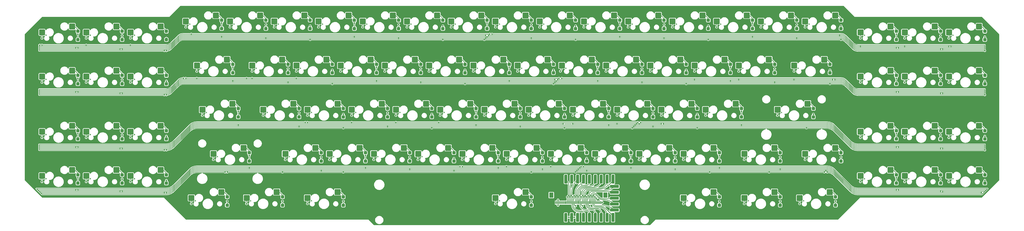
<source format=gbl>
%TF.GenerationSoftware,KiCad,Pcbnew,7.0.9*%
%TF.CreationDate,2024-01-24T13:10:45+00:00*%
%TF.ProjectId,keybird42,6b657962-6972-4643-9432-2e6b69636164,2*%
%TF.SameCoordinates,Original*%
%TF.FileFunction,Copper,L2,Bot*%
%TF.FilePolarity,Positive*%
%FSLAX46Y46*%
G04 Gerber Fmt 4.6, Leading zero omitted, Abs format (unit mm)*
G04 Created by KiCad (PCBNEW 7.0.9) date 2024-01-24 13:10:45*
%MOMM*%
%LPD*%
G01*
G04 APERTURE LIST*
G04 Aperture macros list*
%AMRoundRect*
0 Rectangle with rounded corners*
0 $1 Rounding radius*
0 $2 $3 $4 $5 $6 $7 $8 $9 X,Y pos of 4 corners*
0 Add a 4 corners polygon primitive as box body*
4,1,4,$2,$3,$4,$5,$6,$7,$8,$9,$2,$3,0*
0 Add four circle primitives for the rounded corners*
1,1,$1+$1,$2,$3*
1,1,$1+$1,$4,$5*
1,1,$1+$1,$6,$7*
1,1,$1+$1,$8,$9*
0 Add four rect primitives between the rounded corners*
20,1,$1+$1,$2,$3,$4,$5,0*
20,1,$1+$1,$4,$5,$6,$7,0*
20,1,$1+$1,$6,$7,$8,$9,0*
20,1,$1+$1,$8,$9,$2,$3,0*%
G04 Aperture macros list end*
%TA.AperFunction,SMDPad,CuDef*%
%ADD10RoundRect,0.350000X0.350000X-0.350000X0.350000X0.350000X-0.350000X0.350000X-0.350000X-0.350000X0*%
%TD*%
%TA.AperFunction,SMDPad,CuDef*%
%ADD11RoundRect,0.250000X-1.025000X-1.000000X1.025000X-1.000000X1.025000X1.000000X-1.025000X1.000000X0*%
%TD*%
%TA.AperFunction,SMDPad,CuDef*%
%ADD12RoundRect,0.254000X-0.381000X-1.651000X0.381000X-1.651000X0.381000X1.651000X-0.381000X1.651000X0*%
%TD*%
%TA.AperFunction,SMDPad,CuDef*%
%ADD13RoundRect,0.254000X1.651000X-0.381000X1.651000X0.381000X-1.651000X0.381000X-1.651000X-0.381000X0*%
%TD*%
%TA.AperFunction,SMDPad,CuDef*%
%ADD14RoundRect,0.254000X0.381000X1.651000X-0.381000X1.651000X-0.381000X-1.651000X0.381000X-1.651000X0*%
%TD*%
%TA.AperFunction,SMDPad,CuDef*%
%ADD15R,0.300000X1.300000*%
%TD*%
%TA.AperFunction,SMDPad,CuDef*%
%ADD16R,1.800000X2.200000*%
%TD*%
%TA.AperFunction,ViaPad*%
%ADD17C,0.635000*%
%TD*%
%TA.AperFunction,Conductor*%
%ADD18C,0.254000*%
%TD*%
G04 APERTURE END LIST*
D10*
%TO.P,D324,1,K*%
%TO.N,/ROW32*%
X232172070Y-67284430D03*
%TO.P,D324,2,A*%
%TO.N,Net-(D324-A)*%
X232172070Y-63684430D03*
%TD*%
%TO.P,D504,1,K*%
%TO.N,/ROW50*%
X236934375Y-105384375D03*
%TO.P,D504,2,A*%
%TO.N,Net-(D504-A)*%
X236934375Y-101784375D03*
%TD*%
%TO.P,D134,1,K*%
%TO.N,/ROW13*%
X255984279Y-29184375D03*
%TO.P,D134,2,A*%
%TO.N,Net-(D134-A)*%
X255984279Y-25584375D03*
%TD*%
D11*
%TO.P,SW123,1,1*%
%TO.N,/COL3*%
X164365000Y-26035000D03*
%TO.P,SW123,2,2*%
%TO.N,Net-(D123-A)*%
X177292000Y-23495000D03*
%TD*%
%TO.P,SW312,1,1*%
%TO.N,/COL2*%
X95308750Y-64135000D03*
%TO.P,SW312,2,2*%
%TO.N,Net-(D312-A)*%
X108235750Y-61595000D03*
%TD*%
%TO.P,SW226,1,1*%
%TO.N,/COL6*%
X326290000Y-45085000D03*
%TO.P,SW226,2,2*%
%TO.N,Net-(D226-A)*%
X339217000Y-42545000D03*
%TD*%
D10*
%TO.P,D215,1,K*%
%TO.N,/ROW21*%
X265509291Y-48234375D03*
%TO.P,D215,2,A*%
%TO.N,Net-(D215-A)*%
X265509291Y-44634375D03*
%TD*%
D11*
%TO.P,SW325,1,1*%
%TO.N,/COL5*%
X273902500Y-64135000D03*
%TO.P,SW325,2,2*%
%TO.N,Net-(D325-A)*%
X286829500Y-61595000D03*
%TD*%
%TO.P,SW336,1,1*%
%TO.N,/COL6*%
X342959044Y-64135056D03*
%TO.P,SW336,2,2*%
%TO.N,Net-(D336-A)*%
X355886044Y-61595056D03*
%TD*%
%TO.P,SW222,1,1*%
%TO.N,/COL2*%
X116740000Y-45085000D03*
%TO.P,SW222,2,2*%
%TO.N,Net-(D222-A)*%
X129667000Y-42545000D03*
%TD*%
D10*
%TO.P,D427,1,K*%
%TO.N,/ROW42*%
X413146503Y-95859347D03*
%TO.P,D427,2,A*%
%TO.N,Net-(D427-A)*%
X413146503Y-92259347D03*
%TD*%
%TO.P,D335,1,K*%
%TO.N,/ROW33*%
X308372134Y-67284430D03*
%TO.P,D335,2,A*%
%TO.N,Net-(D335-A)*%
X308372134Y-63684430D03*
%TD*%
D11*
%TO.P,SW332,1,1*%
%TO.N,/COL2*%
X140552500Y-64135000D03*
%TO.P,SW332,2,2*%
%TO.N,Net-(D332-A)*%
X153479500Y-61595000D03*
%TD*%
D10*
%TO.P,D424,1,K*%
%TO.N,/ROW42*%
X241696845Y-86334347D03*
%TO.P,D424,2,A*%
%TO.N,Net-(D424-A)*%
X241696845Y-82734347D03*
%TD*%
D11*
%TO.P,SW132,1,1*%
%TO.N,/COL2*%
X126265000Y-26035000D03*
%TO.P,SW132,2,2*%
%TO.N,Net-(D132-A)*%
X139192000Y-23495000D03*
%TD*%
%TO.P,SW227,1,1*%
%TO.N,/COL7*%
X397727500Y-49847500D03*
%TO.P,SW227,2,2*%
%TO.N,Net-(D227-A)*%
X410654500Y-47307500D03*
%TD*%
D10*
%TO.P,D412,1,K*%
%TO.N,/ROW41*%
X115490383Y-86334347D03*
%TO.P,D412,2,A*%
%TO.N,Net-(D412-A)*%
X115490383Y-82734347D03*
%TD*%
%TO.P,D507,1,K*%
%TO.N,/ROW50*%
X367903125Y-105384375D03*
%TO.P,D507,2,A*%
%TO.N,Net-(D507-A)*%
X367903125Y-101784375D03*
%TD*%
%TO.P,D414,1,K*%
%TO.N,/ROW41*%
X222647062Y-86334446D03*
%TO.P,D414,2,A*%
%TO.N,Net-(D414-A)*%
X222647062Y-82734446D03*
%TD*%
D11*
%TO.P,SW411,1,1*%
%TO.N,/COL1*%
X26252500Y-92710000D03*
%TO.P,SW411,2,2*%
%TO.N,Net-(D411-A)*%
X39179500Y-90170000D03*
%TD*%
%TO.P,SW327,1,1*%
%TO.N,/COL7*%
X397727500Y-73660000D03*
%TO.P,SW327,2,2*%
%TO.N,Net-(D327-A)*%
X410654500Y-71120000D03*
%TD*%
D10*
%TO.P,D317,1,K*%
%TO.N,/ROW31*%
X394096843Y-76809411D03*
%TO.P,D317,2,A*%
%TO.N,Net-(D317-A)*%
X394096843Y-73209411D03*
%TD*%
%TO.P,D237,1,K*%
%TO.N,/ROW23*%
X432196875Y-52996891D03*
%TO.P,D237,2,A*%
%TO.N,Net-(D237-A)*%
X432196875Y-49396891D03*
%TD*%
%TO.P,D436,1,K*%
%TO.N,/ROW43*%
X370284686Y-86334446D03*
%TO.P,D436,2,A*%
%TO.N,Net-(D436-A)*%
X370284686Y-82734446D03*
%TD*%
%TO.P,D421,1,K*%
%TO.N,/ROW42*%
X60721875Y-95859411D03*
%TO.P,D421,2,A*%
%TO.N,Net-(D421-A)*%
X60721875Y-92259411D03*
%TD*%
%TO.P,D503,1,K*%
%TO.N,/ROW50*%
X155971875Y-105384375D03*
%TO.P,D503,2,A*%
%TO.N,Net-(D503-A)*%
X155971875Y-101784375D03*
%TD*%
D11*
%TO.P,SW113,1,1*%
%TO.N,/COL3*%
X145315000Y-26035000D03*
%TO.P,SW113,2,2*%
%TO.N,Net-(D113-A)*%
X158242000Y-23495000D03*
%TD*%
%TO.P,SW413,1,1*%
%TO.N,/COL3*%
X150077500Y-83185000D03*
%TO.P,SW413,2,2*%
%TO.N,Net-(D413-A)*%
X163004500Y-80645000D03*
%TD*%
D10*
%TO.P,D124,1,K*%
%TO.N,/ROW12*%
X236934263Y-29184375D03*
%TO.P,D124,2,A*%
%TO.N,Net-(D124-A)*%
X236934263Y-25584375D03*
%TD*%
D11*
%TO.P,SW136,1,1*%
%TO.N,/COL6*%
X354865304Y-26035024D03*
%TO.P,SW136,2,2*%
%TO.N,Net-(D136-A)*%
X367792304Y-23495024D03*
%TD*%
%TO.P,SW322,1,1*%
%TO.N,/COL2*%
X121502500Y-64135000D03*
%TO.P,SW322,2,2*%
%TO.N,Net-(D322-A)*%
X134429500Y-61595000D03*
%TD*%
D10*
%TO.P,D115,1,K*%
%TO.N,/ROW11*%
X275034295Y-29184375D03*
%TO.P,D115,2,A*%
%TO.N,Net-(D115-A)*%
X275034295Y-25584375D03*
%TD*%
%TO.P,D336,1,K*%
%TO.N,/ROW33*%
X358378426Y-67284430D03*
%TO.P,D336,2,A*%
%TO.N,Net-(D336-A)*%
X358378426Y-63684430D03*
%TD*%
%TO.P,D123,1,K*%
%TO.N,/ROW12*%
X179784071Y-29184351D03*
%TO.P,D123,2,A*%
%TO.N,Net-(D123-A)*%
X179784071Y-25584351D03*
%TD*%
%TO.P,D226,1,K*%
%TO.N,/ROW22*%
X341709075Y-48234335D03*
%TO.P,D226,2,A*%
%TO.N,Net-(D226-A)*%
X341709075Y-44634335D03*
%TD*%
%TO.P,D235,1,K*%
%TO.N,/ROW23*%
X303609323Y-48234375D03*
%TO.P,D235,2,A*%
%TO.N,Net-(D235-A)*%
X303609323Y-44634375D03*
%TD*%
D11*
%TO.P,SW134,1,1*%
%TO.N,/COL4*%
X240565208Y-26035024D03*
%TO.P,SW134,2,2*%
%TO.N,Net-(D134-A)*%
X253492208Y-23495024D03*
%TD*%
%TO.P,SW321,1,1*%
%TO.N,/COL1*%
X45302500Y-73660000D03*
%TO.P,SW321,2,2*%
%TO.N,Net-(D321-A)*%
X58229500Y-71120000D03*
%TD*%
%TO.P,SW433,1,1*%
%TO.N,/COL3*%
X188177500Y-83185000D03*
%TO.P,SW433,2,2*%
%TO.N,Net-(D433-A)*%
X201104500Y-80645000D03*
%TD*%
D10*
%TO.P,D505,1,K*%
%TO.N,/ROW50*%
X317896875Y-105384375D03*
%TO.P,D505,2,A*%
%TO.N,Net-(D505-A)*%
X317896875Y-101784375D03*
%TD*%
%TO.P,D325,1,K*%
%TO.N,/ROW32*%
X289321875Y-67284375D03*
%TO.P,D325,2,A*%
%TO.N,Net-(D325-A)*%
X289321875Y-63684375D03*
%TD*%
%TO.P,D425,1,K*%
%TO.N,/ROW42*%
X298846633Y-86334347D03*
%TO.P,D425,2,A*%
%TO.N,Net-(D425-A)*%
X298846633Y-82734347D03*
%TD*%
D11*
%TO.P,SW126,1,1*%
%TO.N,/COL6*%
X335815000Y-26035000D03*
%TO.P,SW126,2,2*%
%TO.N,Net-(D126-A)*%
X348742000Y-23495000D03*
%TD*%
D10*
%TO.P,D323,1,K*%
%TO.N,/ROW32*%
X175021875Y-67284375D03*
%TO.P,D323,2,A*%
%TO.N,Net-(D323-A)*%
X175021875Y-63684375D03*
%TD*%
%TO.P,D314,1,K*%
%TO.N,/ROW31*%
X213121875Y-67284375D03*
%TO.P,D314,2,A*%
%TO.N,Net-(D314-A)*%
X213121875Y-63684375D03*
%TD*%
%TO.P,D331,1,K*%
%TO.N,/ROW33*%
X79771875Y-76809411D03*
%TO.P,D331,2,A*%
%TO.N,Net-(D331-A)*%
X79771875Y-73209411D03*
%TD*%
D11*
%TO.P,SW503,1,1*%
%TO.N,/COL3*%
X140552500Y-102235000D03*
%TO.P,SW503,2,2*%
%TO.N,Net-(D503-A)*%
X153479500Y-99695000D03*
%TD*%
%TO.P,SW334,1,1*%
%TO.N,/COL4*%
X235802704Y-64135056D03*
%TO.P,SW334,2,2*%
%TO.N,Net-(D334-A)*%
X248729704Y-61595056D03*
%TD*%
%TO.P,SW223,1,1*%
%TO.N,/COL3*%
X173890000Y-45085000D03*
%TO.P,SW223,2,2*%
%TO.N,Net-(D223-A)*%
X186817000Y-42545000D03*
%TD*%
D10*
%TO.P,D334,1,K*%
%TO.N,/ROW33*%
X251222079Y-67284431D03*
%TO.P,D334,2,A*%
%TO.N,Net-(D334-A)*%
X251222079Y-63684431D03*
%TD*%
D11*
%TO.P,SW316,1,1*%
%TO.N,/COL6*%
X312002768Y-64135056D03*
%TO.P,SW316,2,2*%
%TO.N,Net-(D316-A)*%
X324929768Y-61595056D03*
%TD*%
D10*
%TO.P,D337,1,K*%
%TO.N,/ROW33*%
X432197238Y-76809438D03*
%TO.P,D337,2,A*%
%TO.N,Net-(D337-A)*%
X432197238Y-73209438D03*
%TD*%
D11*
%TO.P,SW311,1,1*%
%TO.N,/COL1*%
X26252500Y-73660000D03*
%TO.P,SW311,2,2*%
%TO.N,Net-(D311-A)*%
X39179500Y-71120000D03*
%TD*%
D10*
%TO.P,D126,1,K*%
%TO.N,/ROW12*%
X351234071Y-29184351D03*
%TO.P,D126,2,A*%
%TO.N,Net-(D126-A)*%
X351234071Y-25584351D03*
%TD*%
D11*
%TO.P,SW221,1,1*%
%TO.N,/COL1*%
X45302500Y-49847500D03*
%TO.P,SW221,2,2*%
%TO.N,Net-(D221-A)*%
X58229500Y-47307500D03*
%TD*%
%TO.P,SW114,1,1*%
%TO.N,/COL4*%
X202465000Y-26035000D03*
%TO.P,SW114,2,2*%
%TO.N,Net-(D114-A)*%
X215392000Y-23495000D03*
%TD*%
D10*
%TO.P,D333,1,K*%
%TO.N,/ROW33*%
X194071875Y-67284375D03*
%TO.P,D333,2,A*%
%TO.N,Net-(D333-A)*%
X194071875Y-63684375D03*
%TD*%
%TO.P,D411,1,K*%
%TO.N,/ROW41*%
X41671875Y-95859411D03*
%TO.P,D411,2,A*%
%TO.N,Net-(D411-A)*%
X41671875Y-92259411D03*
%TD*%
%TO.P,D214,1,K*%
%TO.N,/ROW21*%
X227409075Y-48234335D03*
%TO.P,D214,2,A*%
%TO.N,Net-(D214-A)*%
X227409075Y-44634335D03*
%TD*%
D11*
%TO.P,SW432,1,1*%
%TO.N,/COL2*%
X131027500Y-83185000D03*
%TO.P,SW432,2,2*%
%TO.N,Net-(D432-A)*%
X143954500Y-80645000D03*
%TD*%
D10*
%TO.P,D221,1,K*%
%TO.N,/ROW22*%
X60721875Y-52996875D03*
%TO.P,D221,2,A*%
%TO.N,Net-(D221-A)*%
X60721875Y-49396875D03*
%TD*%
%TO.P,D432,1,K*%
%TO.N,/ROW43*%
X146446633Y-86334347D03*
%TO.P,D432,2,A*%
%TO.N,Net-(D432-A)*%
X146446633Y-82734347D03*
%TD*%
%TO.P,D415,1,K*%
%TO.N,/ROW41*%
X279796861Y-86334347D03*
%TO.P,D415,2,A*%
%TO.N,Net-(D415-A)*%
X279796861Y-82734347D03*
%TD*%
D11*
%TO.P,SW502,1,1*%
%TO.N,/COL2*%
X114358750Y-102235000D03*
%TO.P,SW502,2,2*%
%TO.N,Net-(D502-A)*%
X127285750Y-99695000D03*
%TD*%
%TO.P,SW412,1,1*%
%TO.N,/COL2*%
X100071250Y-83185000D03*
%TO.P,SW412,2,2*%
%TO.N,Net-(D412-A)*%
X112998250Y-80645000D03*
%TD*%
%TO.P,SW216,1,1*%
%TO.N,/COL6*%
X307240264Y-45085040D03*
%TO.P,SW216,2,2*%
%TO.N,Net-(D216-A)*%
X320167264Y-42545040D03*
%TD*%
%TO.P,SW135,1,1*%
%TO.N,/COL5*%
X297715256Y-26035024D03*
%TO.P,SW135,2,2*%
%TO.N,Net-(D135-A)*%
X310642256Y-23495024D03*
%TD*%
%TO.P,SW314,1,1*%
%TO.N,/COL4*%
X197702500Y-64135000D03*
%TO.P,SW314,2,2*%
%TO.N,Net-(D314-A)*%
X210629500Y-61595000D03*
%TD*%
D10*
%TO.P,D212,1,K*%
%TO.N,/ROW21*%
X108346575Y-48234335D03*
%TO.P,D212,2,A*%
%TO.N,Net-(D212-A)*%
X108346575Y-44634335D03*
%TD*%
%TO.P,D135,1,K*%
%TO.N,/ROW13*%
X313134327Y-29184375D03*
%TO.P,D135,2,A*%
%TO.N,Net-(D135-A)*%
X313134327Y-25584375D03*
%TD*%
D11*
%TO.P,SW414,1,1*%
%TO.N,/COL4*%
X207227680Y-83185072D03*
%TO.P,SW414,2,2*%
%TO.N,Net-(D414-A)*%
X220154680Y-80645072D03*
%TD*%
D10*
%TO.P,D416,1,K*%
%TO.N,/ROW41*%
X317896893Y-86334347D03*
%TO.P,D416,2,A*%
%TO.N,Net-(D416-A)*%
X317896893Y-82734347D03*
%TD*%
%TO.P,D233,1,K*%
%TO.N,/ROW23*%
X208359075Y-48234335D03*
%TO.P,D233,2,A*%
%TO.N,Net-(D233-A)*%
X208359075Y-44634335D03*
%TD*%
D11*
%TO.P,SW504,1,1*%
%TO.N,/COL4*%
X221515000Y-102235000D03*
%TO.P,SW504,2,2*%
%TO.N,Net-(D504-A)*%
X234442000Y-99695000D03*
%TD*%
D10*
%TO.P,D321,1,K*%
%TO.N,/ROW32*%
X60721875Y-76809411D03*
%TO.P,D321,2,A*%
%TO.N,Net-(D321-A)*%
X60721875Y-73209411D03*
%TD*%
%TO.P,D332,1,K*%
%TO.N,/ROW33*%
X155971875Y-67284375D03*
%TO.P,D332,2,A*%
%TO.N,Net-(D332-A)*%
X155971875Y-63684375D03*
%TD*%
%TO.P,D216,1,K*%
%TO.N,/ROW21*%
X322659339Y-48234375D03*
%TO.P,D216,2,A*%
%TO.N,Net-(D216-A)*%
X322659339Y-44634375D03*
%TD*%
%TO.P,D133,1,K*%
%TO.N,/ROW13*%
X198834071Y-29184351D03*
%TO.P,D133,2,A*%
%TO.N,Net-(D133-A)*%
X198834071Y-25584351D03*
%TD*%
D11*
%TO.P,SW232,1,1*%
%TO.N,/COL2*%
X135790000Y-45085000D03*
%TO.P,SW232,2,2*%
%TO.N,Net-(D232-A)*%
X148717000Y-42545000D03*
%TD*%
D10*
%TO.P,D136,1,K*%
%TO.N,/ROW13*%
X370284375Y-29184375D03*
%TO.P,D136,2,A*%
%TO.N,Net-(D136-A)*%
X370284375Y-25584375D03*
%TD*%
D11*
%TO.P,SW424,1,1*%
%TO.N,/COL4*%
X226277712Y-83185000D03*
%TO.P,SW424,2,2*%
%TO.N,Net-(D424-A)*%
X239204712Y-80645000D03*
%TD*%
%TO.P,SW213,1,1*%
%TO.N,/COL3*%
X154840000Y-45085000D03*
%TO.P,SW213,2,2*%
%TO.N,Net-(D213-A)*%
X167767000Y-42545000D03*
%TD*%
D10*
%TO.P,D312,1,K*%
%TO.N,/ROW31*%
X110728125Y-67284375D03*
%TO.P,D312,2,A*%
%TO.N,Net-(D312-A)*%
X110728125Y-63684375D03*
%TD*%
D11*
%TO.P,SW112,1,1*%
%TO.N,/COL2*%
X88165000Y-26035000D03*
%TO.P,SW112,2,2*%
%TO.N,Net-(D112-A)*%
X101092000Y-23495000D03*
%TD*%
D10*
%TO.P,D431,1,K*%
%TO.N,/ROW43*%
X79771875Y-95859411D03*
%TO.P,D431,2,A*%
%TO.N,Net-(D431-A)*%
X79771875Y-92259411D03*
%TD*%
%TO.P,D213,1,K*%
%TO.N,/ROW21*%
X170259075Y-48234335D03*
%TO.P,D213,2,A*%
%TO.N,Net-(D213-A)*%
X170259075Y-44634335D03*
%TD*%
%TO.P,D234,1,K*%
%TO.N,/ROW23*%
X246459075Y-48234335D03*
%TO.P,D234,2,A*%
%TO.N,Net-(D234-A)*%
X246459075Y-44634335D03*
%TD*%
%TO.P,D231,1,K*%
%TO.N,/ROW23*%
X79771875Y-52996875D03*
%TO.P,D231,2,A*%
%TO.N,Net-(D231-A)*%
X79771875Y-49396875D03*
%TD*%
%TO.P,D227,1,K*%
%TO.N,/ROW22*%
X413146519Y-52996847D03*
%TO.P,D227,2,A*%
%TO.N,Net-(D227-A)*%
X413146519Y-49396847D03*
%TD*%
D11*
%TO.P,SW337,1,1*%
%TO.N,/COL7*%
X416777856Y-73660064D03*
%TO.P,SW337,2,2*%
%TO.N,Net-(D337-A)*%
X429704856Y-71120064D03*
%TD*%
%TO.P,SW506,1,1*%
%TO.N,/COL6*%
X328671250Y-102235000D03*
%TO.P,SW506,2,2*%
%TO.N,Net-(D506-A)*%
X341598250Y-99695000D03*
%TD*%
%TO.P,SW236,1,1*%
%TO.N,/COL6*%
X350102800Y-45085040D03*
%TO.P,SW236,2,2*%
%TO.N,Net-(D236-A)*%
X363029800Y-42545040D03*
%TD*%
%TO.P,SW225,1,1*%
%TO.N,/COL5*%
X269140000Y-45085000D03*
%TO.P,SW225,2,2*%
%TO.N,Net-(D225-A)*%
X282067000Y-42545000D03*
%TD*%
D10*
%TO.P,D423,1,K*%
%TO.N,/ROW42*%
X184546633Y-86334347D03*
%TO.P,D423,2,A*%
%TO.N,Net-(D423-A)*%
X184546633Y-82734347D03*
%TD*%
D11*
%TO.P,SW423,1,1*%
%TO.N,/COL3*%
X169127500Y-83185000D03*
%TO.P,SW423,2,2*%
%TO.N,Net-(D423-A)*%
X182054500Y-80645000D03*
%TD*%
D10*
%TO.P,D127,1,K*%
%TO.N,/ROW12*%
X413146519Y-33946847D03*
%TO.P,D127,2,A*%
%TO.N,Net-(D127-A)*%
X413146519Y-30346847D03*
%TD*%
D11*
%TO.P,SW415,1,1*%
%TO.N,/COL5*%
X264377728Y-83185000D03*
%TO.P,SW415,2,2*%
%TO.N,Net-(D415-A)*%
X277304728Y-80645000D03*
%TD*%
D10*
%TO.P,D225,1,K*%
%TO.N,/ROW22*%
X284559075Y-48234335D03*
%TO.P,D225,2,A*%
%TO.N,Net-(D225-A)*%
X284559075Y-44634335D03*
%TD*%
%TO.P,D502,1,K*%
%TO.N,/ROW50*%
X129778125Y-105384375D03*
%TO.P,D502,2,A*%
%TO.N,Net-(D502-A)*%
X129778125Y-101784375D03*
%TD*%
D11*
%TO.P,SW133,1,1*%
%TO.N,/COL3*%
X183415000Y-26035000D03*
%TO.P,SW133,2,2*%
%TO.N,Net-(D133-A)*%
X196342000Y-23495000D03*
%TD*%
D10*
%TO.P,D311,1,K*%
%TO.N,/ROW31*%
X41671875Y-76809411D03*
%TO.P,D311,2,A*%
%TO.N,Net-(D311-A)*%
X41671875Y-73209411D03*
%TD*%
D11*
%TO.P,SW115,1,1*%
%TO.N,/COL5*%
X259615224Y-26035024D03*
%TO.P,SW115,2,2*%
%TO.N,Net-(D115-A)*%
X272542224Y-23495024D03*
%TD*%
D10*
%TO.P,D121,1,K*%
%TO.N,/ROW12*%
X60721875Y-33946875D03*
%TO.P,D121,2,A*%
%TO.N,Net-(D121-A)*%
X60721875Y-30346875D03*
%TD*%
D11*
%TO.P,SW501,1,1*%
%TO.N,/COL1*%
X90546250Y-102235000D03*
%TO.P,SW501,2,2*%
%TO.N,Net-(D501-A)*%
X103473250Y-99695000D03*
%TD*%
%TO.P,SW317,1,1*%
%TO.N,/COL7*%
X378677824Y-73660064D03*
%TO.P,SW317,2,2*%
%TO.N,Net-(D317-A)*%
X391604824Y-71120064D03*
%TD*%
%TO.P,SW335,1,1*%
%TO.N,/COL5*%
X292952752Y-64135056D03*
%TO.P,SW335,2,2*%
%TO.N,Net-(D335-A)*%
X305879752Y-61595056D03*
%TD*%
%TO.P,SW116,1,1*%
%TO.N,/COL6*%
X316765272Y-26035024D03*
%TO.P,SW116,2,2*%
%TO.N,Net-(D116-A)*%
X329692272Y-23495024D03*
%TD*%
%TO.P,SW507,1,1*%
%TO.N,/COL7*%
X352483750Y-102235000D03*
%TO.P,SW507,2,2*%
%TO.N,Net-(D507-A)*%
X365410750Y-99695000D03*
%TD*%
%TO.P,SW127,1,1*%
%TO.N,/COL7*%
X397727500Y-30797500D03*
%TO.P,SW127,2,2*%
%TO.N,Net-(D127-A)*%
X410654500Y-28257500D03*
%TD*%
D10*
%TO.P,D117,1,K*%
%TO.N,/ROW11*%
X394096843Y-33946847D03*
%TO.P,D117,2,A*%
%TO.N,Net-(D117-A)*%
X394096843Y-30346847D03*
%TD*%
%TO.P,D232,1,K*%
%TO.N,/ROW23*%
X151209075Y-48234335D03*
%TO.P,D232,2,A*%
%TO.N,Net-(D232-A)*%
X151209075Y-44634335D03*
%TD*%
D11*
%TO.P,SW231,1,1*%
%TO.N,/COL1*%
X64352500Y-49847500D03*
%TO.P,SW231,2,2*%
%TO.N,Net-(D231-A)*%
X77279500Y-47307500D03*
%TD*%
D10*
%TO.P,D217,1,K*%
%TO.N,/ROW21*%
X394096843Y-52996847D03*
%TO.P,D217,2,A*%
%TO.N,Net-(D217-A)*%
X394096843Y-49396847D03*
%TD*%
D11*
%TO.P,SW421,1,1*%
%TO.N,/COL1*%
X45302500Y-92710000D03*
%TO.P,SW421,2,2*%
%TO.N,Net-(D421-A)*%
X58229500Y-90170000D03*
%TD*%
%TO.P,SW214,1,1*%
%TO.N,/COL4*%
X211990000Y-45085000D03*
%TO.P,SW214,2,2*%
%TO.N,Net-(D214-A)*%
X224917000Y-42545000D03*
%TD*%
%TO.P,SW505,1,1*%
%TO.N,/COL5*%
X302477500Y-102235000D03*
%TO.P,SW505,2,2*%
%TO.N,Net-(D505-A)*%
X315404500Y-99695000D03*
%TD*%
D10*
%TO.P,D211,1,K*%
%TO.N,/ROW21*%
X41671910Y-52996918D03*
%TO.P,D211,2,A*%
%TO.N,Net-(D211-A)*%
X41671910Y-49396918D03*
%TD*%
D11*
%TO.P,SW417,1,1*%
%TO.N,/COL7*%
X378677824Y-92710000D03*
%TO.P,SW417,2,2*%
%TO.N,Net-(D417-A)*%
X391604824Y-90170000D03*
%TD*%
D10*
%TO.P,D113,1,K*%
%TO.N,/ROW11*%
X160734071Y-29184351D03*
%TO.P,D113,2,A*%
%TO.N,Net-(D113-A)*%
X160734071Y-25584351D03*
%TD*%
D11*
%TO.P,SW125,1,1*%
%TO.N,/COL5*%
X278665000Y-26035000D03*
%TO.P,SW125,2,2*%
%TO.N,Net-(D125-A)*%
X291592000Y-23495000D03*
%TD*%
%TO.P,SW437,1,1*%
%TO.N,/COL7*%
X416777856Y-92710080D03*
%TO.P,SW437,2,2*%
%TO.N,Net-(D437-A)*%
X429704856Y-90170080D03*
%TD*%
%TO.P,SW111,1,1*%
%TO.N,/COL1*%
X26252500Y-30797500D03*
%TO.P,SW111,2,2*%
%TO.N,Net-(D111-A)*%
X39179500Y-28257500D03*
%TD*%
D10*
%TO.P,D223,1,K*%
%TO.N,/ROW22*%
X189309075Y-48234335D03*
%TO.P,D223,2,A*%
%TO.N,Net-(D223-A)*%
X189309075Y-44634335D03*
%TD*%
D11*
%TO.P,SW217,1,1*%
%TO.N,/COL7*%
X378677824Y-49847500D03*
%TO.P,SW217,2,2*%
%TO.N,Net-(D217-A)*%
X391604824Y-47307500D03*
%TD*%
%TO.P,SW121,1,1*%
%TO.N,/COL1*%
X45302500Y-30797500D03*
%TO.P,SW121,2,2*%
%TO.N,Net-(D121-A)*%
X58229500Y-28257500D03*
%TD*%
D10*
%TO.P,D426,1,K*%
%TO.N,/ROW42*%
X344090383Y-86334347D03*
%TO.P,D426,2,A*%
%TO.N,Net-(D426-A)*%
X344090383Y-82734347D03*
%TD*%
%TO.P,D434,1,K*%
%TO.N,/ROW43*%
X260746845Y-86334347D03*
%TO.P,D434,2,A*%
%TO.N,Net-(D434-A)*%
X260746845Y-82734347D03*
%TD*%
%TO.P,D437,1,K*%
%TO.N,/ROW43*%
X432197238Y-95859454D03*
%TO.P,D437,2,A*%
%TO.N,Net-(D437-A)*%
X432197238Y-92259454D03*
%TD*%
D11*
%TO.P,SW416,1,1*%
%TO.N,/COL6*%
X302477760Y-83185000D03*
%TO.P,SW416,2,2*%
%TO.N,Net-(D416-A)*%
X315404760Y-80645000D03*
%TD*%
D10*
%TO.P,D506,1,K*%
%TO.N,/ROW50*%
X344090625Y-105384375D03*
%TO.P,D506,2,A*%
%TO.N,Net-(D506-A)*%
X344090625Y-101784375D03*
%TD*%
%TO.P,D236,1,K*%
%TO.N,/ROW23*%
X365521875Y-48234375D03*
%TO.P,D236,2,A*%
%TO.N,Net-(D236-A)*%
X365521875Y-44634375D03*
%TD*%
%TO.P,D111,1,K*%
%TO.N,/ROW11*%
X41671875Y-33946875D03*
%TO.P,D111,2,A*%
%TO.N,Net-(D111-A)*%
X41671875Y-30346875D03*
%TD*%
%TO.P,D112,1,K*%
%TO.N,/ROW11*%
X103584071Y-29184351D03*
%TO.P,D112,2,A*%
%TO.N,Net-(D112-A)*%
X103584071Y-25584351D03*
%TD*%
%TO.P,D132,1,K*%
%TO.N,/ROW13*%
X141684071Y-29184351D03*
%TO.P,D132,2,A*%
%TO.N,Net-(D132-A)*%
X141684071Y-25584351D03*
%TD*%
D11*
%TO.P,SW212,1,1*%
%TO.N,/COL2*%
X92927500Y-45085000D03*
%TO.P,SW212,2,2*%
%TO.N,Net-(D212-A)*%
X105854500Y-42545000D03*
%TD*%
%TO.P,SW234,1,1*%
%TO.N,/COL4*%
X231040000Y-45085000D03*
%TO.P,SW234,2,2*%
%TO.N,Net-(D234-A)*%
X243967000Y-42545000D03*
%TD*%
%TO.P,SW117,1,1*%
%TO.N,/COL7*%
X378677824Y-30797500D03*
%TO.P,SW117,2,2*%
%TO.N,Net-(D117-A)*%
X391604824Y-28257500D03*
%TD*%
D10*
%TO.P,D316,1,K*%
%TO.N,/ROW31*%
X327422143Y-67284431D03*
%TO.P,D316,2,A*%
%TO.N,Net-(D316-A)*%
X327422143Y-63684431D03*
%TD*%
%TO.P,D131,1,K*%
%TO.N,/ROW13*%
X79771875Y-33946875D03*
%TO.P,D131,2,A*%
%TO.N,Net-(D131-A)*%
X79771875Y-30346875D03*
%TD*%
D11*
%TO.P,SW137,1,1*%
%TO.N,/COL7*%
X416777856Y-30797528D03*
%TO.P,SW137,2,2*%
%TO.N,Net-(D137-A)*%
X429704856Y-28257528D03*
%TD*%
%TO.P,SW233,1,1*%
%TO.N,/COL3*%
X192940000Y-45085000D03*
%TO.P,SW233,2,2*%
%TO.N,Net-(D233-A)*%
X205867000Y-42545000D03*
%TD*%
%TO.P,SW211,1,1*%
%TO.N,/COL1*%
X26252500Y-49847500D03*
%TO.P,SW211,2,2*%
%TO.N,Net-(D211-A)*%
X39179500Y-47307500D03*
%TD*%
D10*
%TO.P,D433,1,K*%
%TO.N,/ROW43*%
X203596633Y-86334347D03*
%TO.P,D433,2,A*%
%TO.N,Net-(D433-A)*%
X203596633Y-82734347D03*
%TD*%
%TO.P,D501,1,K*%
%TO.N,/ROW50*%
X105965625Y-105384375D03*
%TO.P,D501,2,A*%
%TO.N,Net-(D501-A)*%
X105965625Y-101784375D03*
%TD*%
D11*
%TO.P,SW315,1,1*%
%TO.N,/COL5*%
X254852720Y-64135056D03*
%TO.P,SW315,2,2*%
%TO.N,Net-(D315-A)*%
X267779720Y-61595056D03*
%TD*%
%TO.P,SW425,1,1*%
%TO.N,/COL5*%
X283427500Y-83185000D03*
%TO.P,SW425,2,2*%
%TO.N,Net-(D425-A)*%
X296354500Y-80645000D03*
%TD*%
D10*
%TO.P,D137,1,K*%
%TO.N,/ROW13*%
X432196875Y-33946875D03*
%TO.P,D137,2,A*%
%TO.N,Net-(D137-A)*%
X432196875Y-30346875D03*
%TD*%
%TO.P,D322,1,K*%
%TO.N,/ROW32*%
X136921875Y-67284375D03*
%TO.P,D322,2,A*%
%TO.N,Net-(D322-A)*%
X136921875Y-63684375D03*
%TD*%
D11*
%TO.P,SW333,1,1*%
%TO.N,/COL3*%
X178652500Y-64135000D03*
%TO.P,SW333,2,2*%
%TO.N,Net-(D333-A)*%
X191579500Y-61595000D03*
%TD*%
%TO.P,SW235,1,1*%
%TO.N,/COL5*%
X288190248Y-45085040D03*
%TO.P,SW235,2,2*%
%TO.N,Net-(D235-A)*%
X301117248Y-42545040D03*
%TD*%
%TO.P,SW323,1,1*%
%TO.N,/COL3*%
X159602500Y-64135000D03*
%TO.P,SW323,2,2*%
%TO.N,Net-(D323-A)*%
X172529500Y-61595000D03*
%TD*%
%TO.P,SW122,1,1*%
%TO.N,/COL2*%
X107215000Y-26035000D03*
%TO.P,SW122,2,2*%
%TO.N,Net-(D122-A)*%
X120142000Y-23495000D03*
%TD*%
D10*
%TO.P,D116,1,K*%
%TO.N,/ROW11*%
X332184343Y-29184375D03*
%TO.P,D116,2,A*%
%TO.N,Net-(D116-A)*%
X332184343Y-25584375D03*
%TD*%
D11*
%TO.P,SW436,1,1*%
%TO.N,/COL6*%
X354865304Y-83185072D03*
%TO.P,SW436,2,2*%
%TO.N,Net-(D436-A)*%
X367792304Y-80645072D03*
%TD*%
%TO.P,SW427,1,1*%
%TO.N,/COL7*%
X397727500Y-92710000D03*
%TO.P,SW427,2,2*%
%TO.N,Net-(D427-A)*%
X410654500Y-90170000D03*
%TD*%
%TO.P,SW331,1,1*%
%TO.N,/COL1*%
X64352500Y-73660000D03*
%TO.P,SW331,2,2*%
%TO.N,Net-(D331-A)*%
X77279500Y-71120000D03*
%TD*%
%TO.P,SW237,1,1*%
%TO.N,/COL7*%
X416777856Y-49847544D03*
%TO.P,SW237,2,2*%
%TO.N,Net-(D237-A)*%
X429704856Y-47307544D03*
%TD*%
%TO.P,SW434,1,1*%
%TO.N,/COL4*%
X245327712Y-83185000D03*
%TO.P,SW434,2,2*%
%TO.N,Net-(D434-A)*%
X258254712Y-80645000D03*
%TD*%
%TO.P,SW426,1,1*%
%TO.N,/COL6*%
X328671250Y-83185000D03*
%TO.P,SW426,2,2*%
%TO.N,Net-(D426-A)*%
X341598250Y-80645000D03*
%TD*%
%TO.P,SW215,1,1*%
%TO.N,/COL5*%
X250090216Y-45085040D03*
%TO.P,SW215,2,2*%
%TO.N,Net-(D215-A)*%
X263017216Y-42545040D03*
%TD*%
%TO.P,SW431,1,1*%
%TO.N,/COL1*%
X64352500Y-92710000D03*
%TO.P,SW431,2,2*%
%TO.N,Net-(D431-A)*%
X77279500Y-90170000D03*
%TD*%
D10*
%TO.P,D125,1,K*%
%TO.N,/ROW12*%
X294084071Y-29184351D03*
%TO.P,D125,2,A*%
%TO.N,Net-(D125-A)*%
X294084071Y-25584351D03*
%TD*%
%TO.P,D222,1,K*%
%TO.N,/ROW22*%
X132159075Y-48234335D03*
%TO.P,D222,2,A*%
%TO.N,Net-(D222-A)*%
X132159075Y-44634335D03*
%TD*%
%TO.P,D417,1,K*%
%TO.N,/ROW41*%
X394096487Y-95859347D03*
%TO.P,D417,2,A*%
%TO.N,Net-(D417-A)*%
X394096487Y-92259347D03*
%TD*%
D11*
%TO.P,SW124,1,1*%
%TO.N,/COL4*%
X221515192Y-26035024D03*
%TO.P,SW124,2,2*%
%TO.N,Net-(D124-A)*%
X234442192Y-23495024D03*
%TD*%
D10*
%TO.P,D327,1,K*%
%TO.N,/ROW32*%
X413146519Y-76809347D03*
%TO.P,D327,2,A*%
%TO.N,Net-(D327-A)*%
X413146519Y-73209347D03*
%TD*%
%TO.P,D315,1,K*%
%TO.N,/ROW31*%
X270272095Y-67284431D03*
%TO.P,D315,2,A*%
%TO.N,Net-(D315-A)*%
X270272095Y-63684431D03*
%TD*%
%TO.P,D122,1,K*%
%TO.N,/ROW12*%
X122634071Y-29184351D03*
%TO.P,D122,2,A*%
%TO.N,Net-(D122-A)*%
X122634071Y-25584351D03*
%TD*%
D11*
%TO.P,SW131,1,1*%
%TO.N,/COL1*%
X64352500Y-30797500D03*
%TO.P,SW131,2,2*%
%TO.N,Net-(D131-A)*%
X77279500Y-28257500D03*
%TD*%
D10*
%TO.P,D413,1,K*%
%TO.N,/ROW41*%
X165496633Y-86334347D03*
%TO.P,D413,2,A*%
%TO.N,Net-(D413-A)*%
X165496633Y-82734347D03*
%TD*%
D11*
%TO.P,SW324,1,1*%
%TO.N,/COL4*%
X216752688Y-64135056D03*
%TO.P,SW324,2,2*%
%TO.N,Net-(D324-A)*%
X229679688Y-61595056D03*
%TD*%
D12*
%TO.P,U1,0,GPIO0*%
%TO.N,/ROW13*%
X251777500Y-94139008D03*
%TO.P,U1,1,GPIO1*%
%TO.N,/ROW12*%
X254317500Y-94139008D03*
%TO.P,U1,2,GPIO2*%
%TO.N,/ROW11*%
X256857500Y-94139008D03*
%TO.P,U1,3,GPIO3*%
%TO.N,/ROW50*%
X259397500Y-94139008D03*
%TO.P,U1,4,GPIO4*%
%TO.N,/ROW43*%
X261937500Y-94139008D03*
%TO.P,U1,5,GPIO5*%
%TO.N,/ROW42*%
X264477500Y-94139008D03*
%TO.P,U1,6,GPIO6*%
%TO.N,/ROW41*%
X267017500Y-94139008D03*
%TO.P,U1,7,GPIO7*%
%TO.N,/ROW23*%
X269557500Y-94139008D03*
%TO.P,U1,8,GPIO8*%
%TO.N,/ROW22*%
X272097500Y-94139008D03*
D13*
%TO.P,U1,9,GPIO9*%
%TO.N,/ROW21*%
X272732500Y-97314008D03*
%TO.P,U1,10,GPIO10*%
%TO.N,/ROW33*%
X272732500Y-99854008D03*
%TO.P,U1,11,GPIO11*%
%TO.N,/ROW32*%
X272732500Y-102394008D03*
%TO.P,U1,12,GPIO12*%
%TO.N,/ROW31*%
X272732500Y-104934008D03*
%TO.P,U1,13,GPIO13*%
%TO.N,/COL3*%
X272732500Y-107474008D03*
D14*
%TO.P,U1,14,GPIO14*%
%TO.N,/COL5*%
X272097500Y-110649008D03*
%TO.P,U1,15,GPIO15*%
%TO.N,/COL2*%
X269557500Y-110649008D03*
%TO.P,U1,16,GPIO26*%
%TO.N,/COL6*%
X267017500Y-110649008D03*
%TO.P,U1,17,GPIO27*%
%TO.N,/COL4*%
X264477500Y-110649008D03*
%TO.P,U1,18,GPIO28*%
%TO.N,/COL1*%
X261937500Y-110649008D03*
%TO.P,U1,19,GPIO29*%
%TO.N,/COL7*%
X259397500Y-110649008D03*
%TO.P,U1,20,3v3*%
%TO.N,unconnected-(U1-3v3-Pad20)*%
X256857500Y-110649008D03*
%TO.P,U1,21,GND*%
%TO.N,GND*%
X254317500Y-110649008D03*
%TO.P,U1,22,5v*%
%TO.N,unconnected-(U1-5v-Pad22)*%
X251777500Y-110649008D03*
%TD*%
D10*
%TO.P,D114,1,K*%
%TO.N,/ROW11*%
X217884071Y-29184351D03*
%TO.P,D114,2,A*%
%TO.N,Net-(D114-A)*%
X217884071Y-25584351D03*
%TD*%
D15*
%TO.P,J1,1,VBUS*%
%TO.N,unconnected-(J1-VBUS-Pad1)*%
X247424784Y-104244008D03*
%TO.P,J1,2,3v3*%
%TO.N,unconnected-(J1-3v3-Pad2)*%
X247924784Y-104244008D03*
%TO.P,J1,3,GND*%
%TO.N,GND*%
X248424784Y-104244008D03*
%TO.P,J1,4,RUN*%
%TO.N,unconnected-(J1-RUN-Pad4)*%
X248924784Y-104244008D03*
%TO.P,J1,5,U_BOOT*%
%TO.N,unconnected-(J1-U_BOOT-Pad5)*%
X249424784Y-104244008D03*
%TO.P,J1,6,LED_DO*%
%TO.N,unconnected-(J1-LED_DO-Pad6)*%
X249924784Y-104244008D03*
%TO.P,J1,7,GPIO2*%
%TO.N,unconnected-(J1-GPIO2-Pad7)*%
X250424784Y-104244008D03*
%TO.P,J1,8,GPIO3*%
%TO.N,unconnected-(J1-GPIO3-Pad8)*%
X250924784Y-104244008D03*
%TO.P,J1,9,GPIO4*%
%TO.N,unconnected-(J1-GPIO4-Pad9)*%
X251424784Y-104244008D03*
%TO.P,J1,10,GPIO5*%
%TO.N,unconnected-(J1-GPIO5-Pad10)*%
X251924784Y-104244008D03*
%TO.P,J1,11,GND*%
%TO.N,GND*%
X252424784Y-104244008D03*
%TO.P,J1,12,GPIO6*%
%TO.N,/ROW13*%
X252924784Y-104244008D03*
%TO.P,J1,13,GPIO7*%
%TO.N,/ROW12*%
X253424784Y-104244008D03*
%TO.P,J1,14,GPIO8*%
%TO.N,/ROW11*%
X253924784Y-104244008D03*
%TO.P,J1,15,GPIO9*%
%TO.N,/COL7*%
X254424784Y-104244008D03*
%TO.P,J1,16,GPIO10*%
%TO.N,/COL1*%
X254924784Y-104244008D03*
%TO.P,J1,17,GND*%
%TO.N,GND*%
X255424784Y-104244008D03*
%TO.P,J1,18,GPIO11*%
%TO.N,/ROW50*%
X255924784Y-104244008D03*
%TO.P,J1,19,GPIO12*%
%TO.N,/ROW43*%
X256424784Y-104244008D03*
%TO.P,J1,20,GPIO13*%
%TO.N,/ROW42*%
X256924784Y-104244008D03*
%TO.P,J1,21,GPIO14*%
%TO.N,/ROW41*%
X257424784Y-104244008D03*
%TO.P,J1,22,GPIO15*%
%TO.N,/COL4*%
X257924784Y-104244008D03*
%TO.P,J1,23,GND*%
%TO.N,GND*%
X258424784Y-104244008D03*
%TO.P,J1,24,GPIO16*%
%TO.N,/ROW23*%
X258924784Y-104244008D03*
%TO.P,J1,25,GPIO17*%
%TO.N,/ROW22*%
X259424784Y-104244008D03*
%TO.P,J1,26,GPIO18*%
%TO.N,/ROW21*%
X259924784Y-104244008D03*
%TO.P,J1,27,GPIO19*%
%TO.N,/COL6*%
X260424784Y-104244008D03*
%TO.P,J1,28,GPIO20*%
%TO.N,/COL2*%
X260924784Y-104244008D03*
%TO.P,J1,29,GND*%
%TO.N,GND*%
X261424784Y-104244008D03*
%TO.P,J1,30,GPIO21*%
%TO.N,/ROW33*%
X261924784Y-104244008D03*
%TO.P,J1,31,GPIO22*%
%TO.N,/ROW32*%
X262424784Y-104244008D03*
%TO.P,J1,32,GPIO23*%
%TO.N,/ROW31*%
X262924784Y-104244008D03*
%TO.P,J1,33,GPIO24*%
%TO.N,/COL5*%
X263424784Y-104244008D03*
%TO.P,J1,34,GPIO25*%
%TO.N,/COL3*%
X263924784Y-104244008D03*
%TO.P,J1,35,GND*%
%TO.N,GND*%
X264424784Y-104244008D03*
%TO.P,J1,36,GPIO26*%
%TO.N,unconnected-(J1-GPIO26-Pad36)*%
X264924784Y-104244008D03*
%TO.P,J1,37,GPIO27*%
%TO.N,unconnected-(J1-GPIO27-Pad37)*%
X265424784Y-104244008D03*
%TO.P,J1,38,GPIO28*%
%TO.N,unconnected-(J1-GPIO28-Pad38)*%
X265924784Y-104244008D03*
%TO.P,J1,39,GPIO29*%
%TO.N,unconnected-(J1-GPIO29-Pad39)*%
X266424784Y-104244008D03*
%TO.P,J1,40,GND*%
%TO.N,GND*%
X266924784Y-104244008D03*
D16*
%TO.P,J1,MP*%
%TO.N,N/C*%
X245524784Y-100994008D03*
X268824784Y-100994008D03*
%TD*%
D17*
%TO.N,/ROW11*%
X41671910Y-37504719D03*
X254198651Y-101203210D03*
X332184654Y-26789085D03*
X275034606Y-32742215D03*
X332184654Y-32742215D03*
X394097206Y-37504719D03*
X103584462Y-32742215D03*
X217884558Y-32742215D03*
X103584462Y-26789085D03*
X160734510Y-26789085D03*
X160734510Y-32742215D03*
X41671910Y-31551589D03*
X394097206Y-31551589D03*
X217884558Y-26789085D03*
X275034606Y-26789085D03*
%TO.N,/ROW12*%
X351234670Y-33337528D03*
X122634478Y-33337528D03*
X294084622Y-27384398D03*
X217289245Y-33337528D03*
X413147222Y-32146902D03*
X60721926Y-32146902D03*
X236934574Y-33337528D03*
X413147222Y-38100032D03*
X253603338Y-101798523D03*
X179784526Y-33337528D03*
X179784526Y-27384398D03*
X294084622Y-33337528D03*
X236934574Y-27384398D03*
X351234670Y-27384398D03*
X60721926Y-38100032D03*
X122634478Y-27384398D03*
%TO.N,/ROW13*%
X79771942Y-38695345D03*
X141684494Y-27979711D03*
X432197238Y-32742215D03*
X198834542Y-33932841D03*
X141684494Y-33932841D03*
X313134638Y-27979711D03*
X253008025Y-101203210D03*
X370284686Y-33932841D03*
X255984590Y-27979711D03*
X79771942Y-33337528D03*
X432197238Y-38695345D03*
X370284686Y-27979711D03*
X255984590Y-33932841D03*
X198834542Y-27979711D03*
X313134638Y-33932841D03*
X216693932Y-33932841D03*
%TO.N,/ROW21*%
X227409566Y-45839101D03*
X265509598Y-45839101D03*
X170259518Y-51792231D03*
X265509598Y-51792231D03*
X227409566Y-51792231D03*
X108346966Y-45839101D03*
X41671910Y-50601605D03*
X394097206Y-50601605D03*
X260141970Y-101315609D03*
X108346966Y-51792231D03*
X322659646Y-45839101D03*
X247650208Y-51816544D03*
X41671910Y-56554735D03*
X394097206Y-56554735D03*
X170259518Y-45839101D03*
X322659646Y-51792231D03*
%TO.N,/ROW22*%
X413147222Y-51196918D03*
X189309534Y-46434414D03*
X284559614Y-52387544D03*
X341709662Y-46434414D03*
X60721926Y-57150048D03*
X247054895Y-52387544D03*
X132159486Y-52387544D03*
X341709662Y-52387544D03*
X413147222Y-57150048D03*
X132159486Y-46434414D03*
X259554505Y-101800142D03*
X189309534Y-52387544D03*
X284559614Y-46434414D03*
X60721926Y-51196918D03*
%TO.N,/ROW23*%
X208359550Y-52982857D03*
X303609630Y-47029727D03*
X432197238Y-57745361D03*
X303609630Y-52982857D03*
X365522182Y-47029727D03*
X246459582Y-47029727D03*
X258961155Y-101203210D03*
X365522182Y-52982857D03*
X208359550Y-47029727D03*
X151209502Y-52982857D03*
X79771942Y-57745361D03*
X246459582Y-52982857D03*
X151209502Y-47029727D03*
X79771875Y-51792231D03*
X432197238Y-51792231D03*
%TO.N,/ROW31*%
X270272102Y-70842247D03*
X110728218Y-64889117D03*
X213122054Y-70842247D03*
X41671910Y-80367255D03*
X270272102Y-64889117D03*
X394097206Y-80367255D03*
X281583049Y-70842247D03*
X394097206Y-74414125D03*
X41671910Y-74414125D03*
X327422150Y-64889117D03*
X263128346Y-101798523D03*
X327422150Y-70842247D03*
X110728218Y-70842247D03*
X213122054Y-64889117D03*
%TO.N,/ROW32*%
X413147222Y-80962568D03*
X136921990Y-65484430D03*
X60721926Y-75009438D03*
X280987736Y-71437560D03*
X232172070Y-65484430D03*
X289322118Y-71437560D03*
X60721926Y-80962568D03*
X175022022Y-65484430D03*
X136921990Y-71437560D03*
X289322118Y-65484430D03*
X262533033Y-101203210D03*
X413147222Y-75009438D03*
X232172070Y-71437560D03*
X175022022Y-71437560D03*
%TO.N,/ROW33*%
X251222086Y-72032873D03*
X155972006Y-72032873D03*
X155972006Y-66079743D03*
X308372134Y-72032873D03*
X194072038Y-72032873D03*
X432197238Y-81557881D03*
X432197238Y-75604751D03*
X79771942Y-75604751D03*
X280392423Y-72032873D03*
X358378426Y-66079743D03*
X355401861Y-72032873D03*
X261937720Y-101798523D03*
X79771942Y-81557881D03*
X251222086Y-66079743D03*
X308372134Y-66079743D03*
X194072038Y-66079743D03*
%TO.N,/ROW41*%
X279797110Y-83939133D03*
X41671910Y-98821958D03*
X41671910Y-93464141D03*
X222647062Y-83939133D03*
X317897142Y-83939133D03*
X165497014Y-89296950D03*
X115490722Y-83939133D03*
X257770529Y-101203210D03*
X257770528Y-89296950D03*
X394097206Y-93464141D03*
X317897142Y-89296950D03*
X279797110Y-89296950D03*
X394097206Y-98821958D03*
X165497014Y-83939133D03*
X115490722Y-89296950D03*
X222647062Y-89296950D03*
%TO.N,/ROW42*%
X241697078Y-89892263D03*
X413147222Y-94059454D03*
X413147222Y-99417271D03*
X257175214Y-89892263D03*
X298847126Y-89892263D03*
X184547030Y-84534446D03*
X60721926Y-99417271D03*
X184547030Y-89892263D03*
X257175216Y-101798523D03*
X298847126Y-84534446D03*
X60721926Y-94059454D03*
X241697078Y-84534446D03*
X344090914Y-84534446D03*
X344090914Y-89892263D03*
%TO.N,/ROW43*%
X260747094Y-85129759D03*
X370284686Y-84534446D03*
X203597046Y-90487576D03*
X79771942Y-100012584D03*
X256579902Y-90487576D03*
X79771942Y-94654767D03*
X430708232Y-100012584D03*
X432197238Y-94654767D03*
X363736243Y-90487576D03*
X146446998Y-90487576D03*
X203597046Y-85129759D03*
X146446998Y-84534446D03*
X260747094Y-90487576D03*
X256579903Y-101203210D03*
%TO.N,/ROW50*%
X344090914Y-103584462D03*
X105965714Y-91082889D03*
X155972006Y-103584462D03*
X367903434Y-103584462D03*
X105965714Y-103584462D03*
X129778234Y-91082889D03*
X313729951Y-91082889D03*
X363140930Y-91082889D03*
X339328410Y-91082889D03*
X255984590Y-91082889D03*
X155972006Y-91082889D03*
X255984590Y-101798523D03*
X317897142Y-103584462D03*
X129778234Y-103584462D03*
X236934574Y-103584462D03*
X236934574Y-91082889D03*
%TO.N,/COL1*%
X45243788Y-52387544D03*
X45243788Y-33337528D03*
X64293804Y-76200064D03*
X255389277Y-101203210D03*
X45243788Y-36314093D03*
X26193772Y-95250080D03*
X45243788Y-76200064D03*
X26193772Y-52387544D03*
X64293804Y-33337528D03*
X45243788Y-95250080D03*
X90487576Y-104775088D03*
X64293804Y-52387544D03*
X26193772Y-36314093D03*
X90487576Y-31551589D03*
X26193772Y-76200064D03*
X64293804Y-95250080D03*
X26193772Y-33337528D03*
X64293804Y-36314093D03*
X219075184Y-31551589D03*
%TO.N,/COL2*%
X140493868Y-66675056D03*
X116681348Y-47625040D03*
X92868828Y-50601605D03*
X95250080Y-66675056D03*
X248840834Y-50601605D03*
X100012584Y-85725072D03*
X114300096Y-50601605D03*
X92868828Y-47625040D03*
X126206356Y-28575024D03*
X261342407Y-101203210D03*
X88106324Y-28575024D03*
X114300096Y-104775088D03*
X121443852Y-66675056D03*
X135731364Y-50601605D03*
X130968860Y-85725072D03*
X107156340Y-28575024D03*
X135731364Y-47625040D03*
X88106324Y-50601605D03*
X116681348Y-50601605D03*
%TO.N,/COL3*%
X154781380Y-47625040D03*
X188118908Y-85725072D03*
X159543884Y-69651621D03*
X178593900Y-66675056D03*
X192881412Y-47625040D03*
X264318972Y-101798523D03*
X140493868Y-69651621D03*
X197048603Y-69651621D03*
X183356404Y-28575024D03*
X159543884Y-66675056D03*
X178593900Y-69651621D03*
X169068892Y-85725072D03*
X150018876Y-85725072D03*
X282773675Y-69651621D03*
X145256372Y-28575024D03*
X173831396Y-47625040D03*
X140493868Y-104775088D03*
X164306388Y-28575024D03*
%TO.N,/COL4*%
X216693932Y-66675056D03*
X211931428Y-47625040D03*
X207168924Y-85725072D03*
X235743948Y-66675056D03*
X202406420Y-28575024D03*
X221456436Y-104775088D03*
X258365842Y-101798523D03*
X258365842Y-88701637D03*
X245268956Y-88701637D03*
X226218940Y-85725072D03*
X240506452Y-28575024D03*
X226218940Y-88701637D03*
X230981444Y-47625040D03*
X207168924Y-88701637D03*
X221456436Y-28575024D03*
X197643916Y-66675056D03*
X245268956Y-85725072D03*
%TO.N,/COL5*%
X283368988Y-70246934D03*
X273843980Y-70246934D03*
X249436147Y-47555016D03*
X292893996Y-70246934D03*
X273843980Y-66675056D03*
X264318972Y-85725072D03*
X297656500Y-28575024D03*
X254793964Y-66675056D03*
X288131492Y-47625040D03*
X269081476Y-47625040D03*
X263723659Y-101203210D03*
X282178362Y-70246934D03*
X283368988Y-85725072D03*
X259556468Y-28575024D03*
X302419004Y-104775088D03*
X254793536Y-70246817D03*
X292893996Y-66675056D03*
X278606484Y-28575024D03*
%TO.N,/COL6*%
X260747094Y-101798523D03*
X248245521Y-51196918D03*
X326231524Y-51196918D03*
X350044044Y-51196918D03*
X311944012Y-66675056D03*
X328612776Y-85725072D03*
X366712808Y-51196918D03*
X350044044Y-47625040D03*
X302419004Y-85725072D03*
X342900288Y-66675056D03*
X316706516Y-28575024D03*
X326231524Y-47625040D03*
X307181508Y-47625040D03*
X307181508Y-51196918D03*
X354806548Y-85725072D03*
X328612776Y-104775088D03*
X335756532Y-28575024D03*
X354806548Y-28575024D03*
%TO.N,/COL7*%
X378619068Y-33337528D03*
X378619068Y-52387544D03*
X254793964Y-101798523D03*
X397669084Y-33337528D03*
X378619068Y-36909406D03*
X416719100Y-76200064D03*
X218479871Y-32146902D03*
X369689373Y-32146902D03*
X352425296Y-104775088D03*
X416719100Y-36909406D03*
X378619068Y-76200064D03*
X416719100Y-33337528D03*
X416719100Y-52387544D03*
X397669084Y-52387544D03*
X378619068Y-95250080D03*
X397669084Y-76200064D03*
X416719100Y-95250080D03*
X397669084Y-36909406D03*
X397669084Y-95250080D03*
%TO.N,GND*%
X40778872Y-56554735D03*
X250031460Y-50601605D03*
X78878840Y-57745361D03*
X40778872Y-80367121D03*
X40778872Y-37504657D03*
X87213208Y-50601521D03*
X414039496Y-38099969D03*
X267592744Y-104179770D03*
X264914285Y-102393836D03*
X248412000Y-105410000D03*
X394989512Y-80367121D03*
X250626352Y-70246817D03*
X394989512Y-98821958D03*
X283964301Y-69651621D03*
X417611368Y-36909345D03*
X253007600Y-110579374D03*
X252412288Y-101798352D03*
X394989512Y-56554641D03*
X139600664Y-69651505D03*
X59828856Y-38100032D03*
X293786472Y-70246817D03*
X255984160Y-105667880D03*
X219967784Y-31551537D03*
X364331556Y-91082889D03*
X258960720Y-105667880D03*
X59828856Y-57150048D03*
X59828856Y-80962433D03*
X414039496Y-99441584D03*
X255537676Y-110579374D03*
X105072568Y-91082737D03*
X259258810Y-88701489D03*
X414039496Y-57149953D03*
X40778872Y-98821793D03*
X217288880Y-32146849D03*
X206275608Y-88701489D03*
X414039496Y-80962433D03*
X247054895Y-51196918D03*
X367605778Y-51196918D03*
X78878840Y-100012417D03*
X59828856Y-99417271D03*
X25300760Y-36314093D03*
X261937280Y-105667880D03*
X78878840Y-38695345D03*
X394989512Y-37504657D03*
X248412000Y-103124000D03*
X78878840Y-81557881D03*
%TD*%
D18*
%TO.N,*%
X254198224Y-70246817D02*
X251221664Y-70246817D01*
%TO.N,/ROW11*%
X373856564Y-35123467D02*
X375395916Y-36662819D01*
X372317211Y-33584115D02*
X373856564Y-35123467D01*
X275034295Y-29184375D02*
X275034295Y-26789396D01*
X370284686Y-32742215D02*
X332184654Y-32742215D01*
X254198651Y-101203210D02*
X254198651Y-100558037D01*
X253924784Y-103286632D02*
X253924784Y-104244008D01*
X332184654Y-32742215D02*
X217884558Y-32742215D01*
X217884071Y-29184351D02*
X217884071Y-26789572D01*
X41671910Y-31551589D02*
X41671875Y-31551624D01*
X81804467Y-36662819D02*
X83343820Y-35123467D01*
X103584071Y-27384789D02*
X103584071Y-29184351D01*
X254198651Y-101203210D02*
X254198224Y-102393664D01*
X83343820Y-35123467D02*
X84883172Y-33584115D01*
X160734071Y-29184351D02*
X160734071Y-26789524D01*
X160734510Y-32742215D02*
X103584462Y-32742215D01*
X254198224Y-102393664D02*
X253924784Y-103286632D01*
X217884558Y-32742215D02*
X160734510Y-32742215D01*
X377428442Y-37504719D02*
X394097206Y-37504719D01*
X103584462Y-27381055D02*
X103582544Y-27382973D01*
X103584462Y-26789085D02*
X103584462Y-27381055D01*
X394096843Y-33946847D02*
X394096843Y-31551952D01*
X41671875Y-31551624D02*
X41671875Y-33946875D01*
X103584462Y-32742215D02*
X86915698Y-32742215D01*
X79771942Y-37504719D02*
X41671910Y-37504719D01*
X332184343Y-29184375D02*
X332184343Y-26789396D01*
X160734510Y-26789071D02*
G75*
G03*
X160734072Y-26789524I-10J-429D01*
G01*
X103584081Y-27384792D02*
G75*
G03*
X103582544Y-27382973I-1381J392D01*
G01*
X256857487Y-94138995D02*
G75*
G03*
X254198651Y-100558037I6419013J-6419005D01*
G01*
X394097205Y-31551640D02*
G75*
G03*
X394096843Y-31551952I-5J-360D01*
G01*
X332184648Y-26789047D02*
G75*
G03*
X332184343Y-26789396I52J-353D01*
G01*
X217884557Y-26789073D02*
G75*
G03*
X217884072Y-26789572I43J-527D01*
G01*
X86915698Y-32742202D02*
G75*
G03*
X84883172Y-33584115I2J-2874398D01*
G01*
X79771942Y-37504749D02*
G75*
G03*
X81804466Y-36662818I-42J2874449D01*
G01*
X275034606Y-26789095D02*
G75*
G03*
X275034295Y-26789396I-6J-305D01*
G01*
X372317210Y-33584116D02*
G75*
G03*
X370284686Y-32742215I-2032510J-2032484D01*
G01*
X375395896Y-36662839D02*
G75*
G03*
X377428442Y-37504719I2032504J2032539D01*
G01*
%TO.N,Net-(D111-A)*%
X39582500Y-28257500D02*
X39179500Y-28257500D01*
X41671900Y-30346875D02*
G75*
G03*
X39582500Y-28257500I-2089400J-25D01*
G01*
%TO.N,Net-(D112-A)*%
X101092000Y-23495000D02*
X101494720Y-23495000D01*
X103584100Y-25584351D02*
G75*
G03*
X101494720Y-23495000I-2089400J-49D01*
G01*
%TO.N,Net-(D113-A)*%
X158242000Y-23495000D02*
X158644720Y-23495000D01*
X160734100Y-25584351D02*
G75*
G03*
X158644720Y-23495000I-2089400J-49D01*
G01*
%TO.N,Net-(D114-A)*%
X215392000Y-23495000D02*
X215794720Y-23495000D01*
X217884100Y-25584351D02*
G75*
G03*
X215794720Y-23495000I-2089400J-49D01*
G01*
%TO.N,Net-(D115-A)*%
X272542224Y-23495024D02*
X272944944Y-23495024D01*
X275034276Y-25584375D02*
G75*
G03*
X272944944Y-23495024I-2089376J-25D01*
G01*
%TO.N,Net-(D116-A)*%
X329692272Y-23495024D02*
X330094992Y-23495024D01*
X332184376Y-25584375D02*
G75*
G03*
X330094992Y-23495024I-2089376J-25D01*
G01*
%TO.N,Net-(D117-A)*%
X391604824Y-28257500D02*
X392007496Y-28257500D01*
X394096800Y-30346847D02*
G75*
G03*
X392007496Y-28257500I-2089300J47D01*
G01*
%TO.N,/ROW12*%
X236934574Y-33337528D02*
X217289245Y-33337528D01*
X179784071Y-29184351D02*
X179784071Y-27384853D01*
X351234670Y-33337528D02*
X294084622Y-33337528D01*
X377428442Y-38100032D02*
X413147222Y-38100032D01*
X294084071Y-29184351D02*
X294084071Y-27384949D01*
X253424784Y-103286632D02*
X253424784Y-104244008D01*
X79771942Y-38100032D02*
X60721926Y-38100032D01*
X83343820Y-35718780D02*
X84883172Y-34179428D01*
X254317500Y-94139008D02*
X254317500Y-95558467D01*
X253603338Y-101798523D02*
X253603338Y-102393664D01*
X122634478Y-29183944D02*
X122634478Y-27384398D01*
X217289245Y-33337528D02*
X179784526Y-33337528D01*
X122634478Y-33337528D02*
X86915698Y-33337528D01*
X253603338Y-97282605D02*
X253603338Y-101798523D01*
X351234071Y-29184351D02*
X351234071Y-27384997D01*
X370284686Y-33337528D02*
X351234670Y-33337528D01*
X236934263Y-29184375D02*
X236934263Y-27384709D01*
X253603338Y-102393664D02*
X253424784Y-103286632D01*
X372317211Y-34179428D02*
X373856564Y-35718780D01*
X60721875Y-33946875D02*
X60721875Y-32146953D01*
X373856564Y-35718780D02*
X375395916Y-37258132D01*
X413146519Y-33946847D02*
X413146519Y-32147605D01*
X294084622Y-33337528D02*
X236934574Y-33337528D01*
X179784526Y-33337528D02*
X122634478Y-33337528D01*
X81804467Y-37258132D02*
X83343820Y-35718780D01*
X351234669Y-27384372D02*
G75*
G03*
X351234071Y-27384997I31J-628D01*
G01*
X413147221Y-32146919D02*
G75*
G03*
X413146519Y-32147605I-21J-681D01*
G01*
X236934571Y-27384364D02*
G75*
G03*
X236934263Y-27384709I29J-336D01*
G01*
X60721914Y-32146949D02*
G75*
G03*
X60721875Y-32146953I-14J-51D01*
G01*
X122634076Y-29184279D02*
G75*
G03*
X122634477Y-29183944I24J379D01*
G01*
X254198641Y-95845383D02*
G75*
G03*
X253603338Y-97282605I1437259J-1437217D01*
G01*
X79771942Y-38100059D02*
G75*
G03*
X81804467Y-37258132I-42J2874459D01*
G01*
X86915698Y-33337541D02*
G75*
G03*
X84883173Y-34179429I2J-2874459D01*
G01*
X375395894Y-37258154D02*
G75*
G03*
X377428442Y-38100032I2032506J2032554D01*
G01*
X294084623Y-27384370D02*
G75*
G03*
X294084071Y-27384949I-23J-530D01*
G01*
X372317228Y-34179411D02*
G75*
G03*
X370284686Y-33337528I-2032528J-2032589D01*
G01*
X179784522Y-27384470D02*
G75*
G03*
X179784072Y-27384853I-22J-430D01*
G01*
X254198673Y-95845415D02*
G75*
G03*
X254317500Y-95558467I-286973J286915D01*
G01*
%TO.N,Net-(D121-A)*%
X58632500Y-28257500D02*
X58229500Y-28257500D01*
X60721900Y-30346875D02*
G75*
G03*
X58632500Y-28257500I-2089400J-25D01*
G01*
%TO.N,Net-(D122-A)*%
X120142000Y-23495000D02*
X120544720Y-23495000D01*
X122634100Y-25584351D02*
G75*
G03*
X120544720Y-23495000I-2089400J-49D01*
G01*
%TO.N,Net-(D123-A)*%
X177292000Y-23495000D02*
X177694720Y-23495000D01*
X179784100Y-25584351D02*
G75*
G03*
X177694720Y-23495000I-2089400J-49D01*
G01*
%TO.N,Net-(D124-A)*%
X234442192Y-23495024D02*
X234844912Y-23495024D01*
X236934276Y-25584375D02*
G75*
G03*
X234844912Y-23495024I-2089376J-25D01*
G01*
%TO.N,Net-(D125-A)*%
X291592000Y-23495000D02*
X291994720Y-23495000D01*
X294084100Y-25584351D02*
G75*
G03*
X291994720Y-23495000I-2089400J-49D01*
G01*
%TO.N,Net-(D126-A)*%
X348742000Y-23495000D02*
X349144720Y-23495000D01*
X351234100Y-25584351D02*
G75*
G03*
X349144720Y-23495000I-2089400J-49D01*
G01*
%TO.N,Net-(D127-A)*%
X410654500Y-28257500D02*
X411057172Y-28257500D01*
X413146500Y-30346847D02*
G75*
G03*
X411057172Y-28257500I-2089300J47D01*
G01*
%TO.N,/ROW13*%
X253008025Y-101203210D02*
X253008025Y-102393664D01*
X141684494Y-27979711D02*
X141684071Y-27980134D01*
X198834071Y-29184351D02*
X198834071Y-27980182D01*
X373856564Y-36314093D02*
X375395916Y-37853445D01*
X253008025Y-102393664D02*
X252924784Y-103286632D01*
X141684494Y-33932841D02*
X86915698Y-33932841D01*
X255984590Y-33932841D02*
X216693932Y-33932841D01*
X81804467Y-37853445D02*
X83343820Y-36314093D01*
X370284375Y-29184375D02*
X370284375Y-27980022D01*
X370284686Y-33932841D02*
X313134638Y-33932841D01*
X377428442Y-38695345D02*
X432197238Y-38695345D01*
X141684071Y-27980134D02*
X141684071Y-29184351D01*
X313134327Y-29184375D02*
X313134327Y-27980022D01*
X432196875Y-33946875D02*
X432196875Y-32742578D01*
X79771875Y-33337595D02*
X79771875Y-34542188D01*
X255984279Y-29184375D02*
X255984279Y-27980022D01*
X252924784Y-103286632D02*
X252924784Y-104244008D01*
X198834542Y-33932841D02*
X141684494Y-33932841D01*
X83343820Y-36314093D02*
X84883172Y-34774741D01*
X372317211Y-34774741D02*
X373856564Y-36314093D01*
X253008025Y-101203210D02*
X253008025Y-97109758D01*
X313134638Y-33932841D02*
X255984590Y-33932841D01*
X216693932Y-33932841D02*
X198834542Y-33932841D01*
X79771942Y-33337528D02*
X79771875Y-33337595D01*
X198834537Y-27979773D02*
G75*
G03*
X198834071Y-27980182I-37J-427D01*
G01*
X79771942Y-38695368D02*
G75*
G03*
X81804467Y-37853445I-42J2874468D01*
G01*
X255984589Y-27979679D02*
G75*
G03*
X255984280Y-27980022I11J-321D01*
G01*
X370284684Y-27979675D02*
G75*
G03*
X370284376Y-27980022I16J-325D01*
G01*
X313134636Y-27979729D02*
G75*
G03*
X313134328Y-27980022I-36J-271D01*
G01*
X86915698Y-33932850D02*
G75*
G03*
X84883172Y-34774741I2J-2874450D01*
G01*
X375395891Y-37853470D02*
G75*
G03*
X377428442Y-38695345I2032509J2032570D01*
G01*
X432197232Y-32742277D02*
G75*
G03*
X432196876Y-32742578I-32J-323D01*
G01*
X372317225Y-34774727D02*
G75*
G03*
X370284686Y-33932841I-2032525J-2032573D01*
G01*
X253008039Y-97109758D02*
G75*
G03*
X251777499Y-94139009I-4201339J-42D01*
G01*
%TO.N,Net-(D131-A)*%
X77682500Y-28257500D02*
X77279500Y-28257500D01*
X79771875Y-30942188D02*
X79368875Y-30942188D01*
X79771887Y-30942188D02*
G75*
G03*
X77682500Y-28852813I-2089387J-12D01*
G01*
%TO.N,Net-(D132-A)*%
X139192000Y-23495000D02*
X139594720Y-23495000D01*
X141684100Y-25584351D02*
G75*
G03*
X139594720Y-23495000I-2089400J-49D01*
G01*
%TO.N,Net-(D133-A)*%
X196342000Y-23495000D02*
X196744720Y-23495000D01*
X198834100Y-25584351D02*
G75*
G03*
X196744720Y-23495000I-2089400J-49D01*
G01*
%TO.N,Net-(D134-A)*%
X253492208Y-23495024D02*
X253894928Y-23495024D01*
X255984276Y-25584375D02*
G75*
G03*
X253894928Y-23495024I-2089376J-25D01*
G01*
%TO.N,Net-(D135-A)*%
X310642256Y-23495024D02*
X311044976Y-23495024D01*
X313134376Y-25584375D02*
G75*
G03*
X311044976Y-23495024I-2089376J-25D01*
G01*
%TO.N,Net-(D136-A)*%
X367792304Y-23495024D02*
X368195024Y-23495024D01*
X370284376Y-25584375D02*
G75*
G03*
X368195024Y-23495024I-2089376J-25D01*
G01*
%TO.N,Net-(D137-A)*%
X429704856Y-28257528D02*
X430107528Y-28257528D01*
X432196872Y-30346875D02*
G75*
G03*
X430107528Y-28257528I-2089372J-25D01*
G01*
%TO.N,/ROW21*%
X373856564Y-54173483D02*
X375395916Y-55712835D01*
X260141970Y-101315609D02*
X260151781Y-101325420D01*
X81804467Y-55712835D02*
X83343820Y-54173483D01*
X259924784Y-103286632D02*
X259924784Y-104244008D01*
X227409075Y-48234335D02*
X227409075Y-45839592D01*
X108346966Y-46431060D02*
X108345019Y-46433007D01*
X260151344Y-102393664D02*
X259924784Y-103286632D01*
X170259518Y-51792231D02*
X108346966Y-51792231D01*
X247650208Y-51816544D02*
X247674521Y-51792231D01*
X268732675Y-98970790D02*
X261341968Y-98970790D01*
X170259075Y-48234335D02*
X170259075Y-45839544D01*
X265509598Y-48234068D02*
X265509598Y-45839101D01*
X322659646Y-51792231D02*
X265509598Y-51792231D01*
X83343820Y-54173483D02*
X84883172Y-52634131D01*
X227409566Y-51792231D02*
X170259518Y-51792231D01*
X260141970Y-100170788D02*
X260141970Y-101315609D01*
X322659339Y-48234375D02*
X322659339Y-45839408D01*
X370284686Y-51792231D02*
X322659646Y-51792231D01*
X247674521Y-51792231D02*
X265509598Y-51792231D01*
X247625895Y-51792231D02*
X227409566Y-51792231D01*
X394096843Y-52996847D02*
X394096843Y-50601968D01*
X247650208Y-51816544D02*
X247625895Y-51792231D01*
X260151781Y-101325420D02*
X260151344Y-102393664D01*
X108346966Y-45839101D02*
X108346966Y-46431060D01*
X79771942Y-56554735D02*
X41671910Y-56554735D01*
X108346575Y-46434805D02*
X108346575Y-48234335D01*
X41671910Y-52996918D02*
X41671910Y-50601605D01*
X377428442Y-56554735D02*
X394097206Y-56554735D01*
X108346966Y-51792231D02*
X86915698Y-51792231D01*
X372317211Y-52634131D02*
X373856564Y-54173483D01*
X268732675Y-98970747D02*
G75*
G03*
X272732499Y-97314007I25J5656647D01*
G01*
X322659640Y-45839142D02*
G75*
G03*
X322659339Y-45839408I-40J-258D01*
G01*
X375395893Y-55712858D02*
G75*
G03*
X377428442Y-56554735I2032507J2032558D01*
G01*
X372317228Y-52634114D02*
G75*
G03*
X370284686Y-51792231I-2032528J-2032586D01*
G01*
X265509290Y-48234399D02*
G75*
G03*
X265509597Y-48234068I10J299D01*
G01*
X394097205Y-50601642D02*
G75*
G03*
X394096843Y-50601968I-5J-358D01*
G01*
X227409564Y-45839076D02*
G75*
G03*
X227409075Y-45839592I36J-524D01*
G01*
X170259519Y-45839073D02*
G75*
G03*
X170259075Y-45839544I-19J-427D01*
G01*
X108346564Y-46434803D02*
G75*
G03*
X108345019Y-46433007I-1464J303D01*
G01*
X86915698Y-51792243D02*
G75*
G03*
X84883172Y-52634131I2J-2874457D01*
G01*
X261341968Y-98970770D02*
G75*
G03*
X260141970Y-100170788I32J-1200030D01*
G01*
X79771942Y-56554761D02*
G75*
G03*
X81804467Y-55712835I-42J2874461D01*
G01*
%TO.N,Net-(D211-A)*%
X39179500Y-47307500D02*
X39582492Y-47307500D01*
X41671900Y-49396918D02*
G75*
G03*
X39582492Y-47307500I-2089400J18D01*
G01*
%TO.N,Net-(D212-A)*%
X105854500Y-42545000D02*
X106257240Y-42545000D01*
X108346500Y-44634335D02*
G75*
G03*
X106257240Y-42545000I-2089300J35D01*
G01*
%TO.N,Net-(D213-A)*%
X167767000Y-42545000D02*
X168169740Y-42545000D01*
X170259000Y-44634335D02*
G75*
G03*
X168169740Y-42545000I-2089300J35D01*
G01*
%TO.N,Net-(D214-A)*%
X224917000Y-42545000D02*
X225319740Y-42545000D01*
X227409000Y-44634335D02*
G75*
G03*
X225319740Y-42545000I-2089300J35D01*
G01*
%TO.N,Net-(D215-A)*%
X263017216Y-42545040D02*
X263419956Y-42545040D01*
X265509360Y-44634375D02*
G75*
G03*
X263419956Y-42545040I-2089360J-25D01*
G01*
%TO.N,Net-(D216-A)*%
X320167264Y-42545040D02*
X320570004Y-42545040D01*
X322659360Y-44634375D02*
G75*
G03*
X320570004Y-42545040I-2089360J-25D01*
G01*
%TO.N,Net-(D217-A)*%
X391604824Y-47307500D02*
X392007496Y-47307500D01*
X394096800Y-49396847D02*
G75*
G03*
X392007496Y-47307500I-2089300J47D01*
G01*
%TO.N,/ROW22*%
X260746656Y-98524306D02*
X265618683Y-98524306D01*
X373856564Y-54768796D02*
X375395916Y-56308148D01*
X247054895Y-52387544D02*
X189309534Y-52387544D01*
X372317211Y-53229444D02*
X373856564Y-54768796D01*
X81804467Y-56308148D02*
X83939133Y-54173483D01*
X370284686Y-52387544D02*
X341709662Y-52387544D01*
X79771942Y-57150048D02*
X60721926Y-57150048D01*
X132159075Y-48234335D02*
X132159075Y-46434825D01*
X284559614Y-52387544D02*
X247054895Y-52387544D01*
X189309534Y-48233876D02*
X189309534Y-46434414D01*
X189309534Y-52387544D02*
X132159486Y-52387544D01*
X341709075Y-48234335D02*
X341709075Y-46435001D01*
X284559075Y-48234335D02*
X284559075Y-46434953D01*
X132159486Y-52387544D02*
X86915698Y-52387544D01*
X259556468Y-102393664D02*
X259424784Y-103286632D01*
X259554505Y-101800142D02*
X259556468Y-101802105D01*
X377428442Y-57150048D02*
X413147222Y-57150048D01*
X413146519Y-52996847D02*
X413146519Y-51197621D01*
X259556468Y-101802105D02*
X259556468Y-102393664D01*
X270258942Y-96602248D02*
X271655783Y-95205407D01*
X259554505Y-99716457D02*
X259554505Y-101800142D01*
X341709662Y-52387544D02*
X284559614Y-52387544D01*
X83939133Y-54173483D02*
X84883172Y-53229444D01*
X60721875Y-52996875D02*
X60721875Y-51196969D01*
X259424784Y-103286632D02*
X259424784Y-104244008D01*
X284559613Y-46434473D02*
G75*
G03*
X284559075Y-46434953I-13J-527D01*
G01*
X260746656Y-98524305D02*
G75*
G03*
X259554505Y-99716457I44J-1192195D01*
G01*
X60721912Y-51196963D02*
G75*
G03*
X60721876Y-51196970I-12J-37D01*
G01*
X372317225Y-53229430D02*
G75*
G03*
X370284686Y-52387544I-2032525J-2032570D01*
G01*
X265618683Y-98524268D02*
G75*
G03*
X270258942Y-96602248I17J6562368D01*
G01*
X79771942Y-57150070D02*
G75*
G03*
X81804467Y-56308148I-42J2874470D01*
G01*
X86915698Y-52387552D02*
G75*
G03*
X84883172Y-53229444I2J-2874448D01*
G01*
X413147222Y-51196919D02*
G75*
G03*
X413146519Y-51197621I-22J-681D01*
G01*
X189309075Y-48234333D02*
G75*
G03*
X189309533Y-48233876I25J433D01*
G01*
X132159485Y-46434375D02*
G75*
G03*
X132159076Y-46434825I15J-425D01*
G01*
X271655776Y-95205400D02*
G75*
G03*
X272097500Y-94139008I-1066376J1066400D01*
G01*
X375395890Y-56308174D02*
G75*
G03*
X377428442Y-57150048I2032510J2032574D01*
G01*
X341709660Y-46434376D02*
G75*
G03*
X341709075Y-46435001I40J-624D01*
G01*
%TO.N,Net-(D221-A)*%
X58632500Y-47307500D02*
X58229500Y-47307500D01*
X60721900Y-49396875D02*
G75*
G03*
X58632500Y-47307500I-2089400J-25D01*
G01*
%TO.N,Net-(D222-A)*%
X129667000Y-42545000D02*
X130069740Y-42545000D01*
X132159000Y-44634335D02*
G75*
G03*
X130069740Y-42545000I-2089300J35D01*
G01*
%TO.N,Net-(D223-A)*%
X186817000Y-42545000D02*
X187219740Y-42545000D01*
X189309000Y-44634335D02*
G75*
G03*
X187219740Y-42545000I-2089300J35D01*
G01*
%TO.N,Net-(D225-A)*%
X282067000Y-42545000D02*
X282469740Y-42545000D01*
X284559000Y-44634335D02*
G75*
G03*
X282469740Y-42545000I-2089300J35D01*
G01*
%TO.N,Net-(D226-A)*%
X339619740Y-42545000D02*
X339217000Y-42545000D01*
X341709000Y-44634335D02*
G75*
G03*
X339619740Y-42545000I-2089300J35D01*
G01*
%TO.N,Net-(D227-A)*%
X410654500Y-47307500D02*
X411057172Y-47307500D01*
X413146500Y-49396847D02*
G75*
G03*
X411057172Y-47307500I-2089300J47D01*
G01*
%TO.N,/ROW23*%
X269557500Y-94139008D02*
X269557500Y-94585492D01*
X303609323Y-48234375D02*
X303609323Y-47030034D01*
X372317211Y-53824757D02*
X373856564Y-55364109D01*
X208359550Y-52982857D02*
X151209502Y-52982857D01*
X365522182Y-52982857D02*
X370284686Y-52982857D01*
X79771875Y-51792231D02*
X79771276Y-51791632D01*
X151209502Y-52982857D02*
X86915698Y-52982857D01*
X432196875Y-52996891D02*
X432196875Y-51792594D01*
X83939133Y-54768796D02*
X84883172Y-53824757D01*
X81804467Y-56903461D02*
X83939133Y-54768796D01*
X365522182Y-52982857D02*
X303609630Y-52982857D01*
X151209075Y-47030154D02*
X151209075Y-48234335D01*
X258924784Y-104244008D02*
X258961155Y-101203210D01*
X258961155Y-99267841D02*
X258961155Y-101203210D01*
X377428442Y-57745361D02*
X432197238Y-57745361D01*
X151209502Y-47029727D02*
X151209075Y-47030154D01*
X365521875Y-48234375D02*
X365521875Y-47030034D01*
X303609630Y-52982857D02*
X246459582Y-52982857D01*
X373856564Y-55364109D02*
X375395916Y-56903461D01*
X246459075Y-48234335D02*
X246459075Y-47030234D01*
X266065170Y-98077822D02*
X260151514Y-98077822D01*
X79771875Y-51792231D02*
X79771875Y-52996875D01*
X246459582Y-52982857D02*
X208359550Y-52982857D01*
X208359075Y-48234335D02*
X208359075Y-47030202D01*
X246459580Y-47029674D02*
G75*
G03*
X246459075Y-47030234I20J-526D01*
G01*
X365522179Y-47029675D02*
G75*
G03*
X365521876Y-47030034I21J-325D01*
G01*
X372317222Y-53824746D02*
G75*
G03*
X370284686Y-52982857I-2032522J-2032554D01*
G01*
X86915698Y-52982861D02*
G75*
G03*
X84883172Y-53824757I2J-2874439D01*
G01*
X432197233Y-51792277D02*
G75*
G03*
X432196875Y-51792594I-33J-323D01*
G01*
X303609630Y-47029723D02*
G75*
G03*
X303609323Y-47030034I-30J-277D01*
G01*
X208359545Y-47029777D02*
G75*
G03*
X208359075Y-47030202I-45J-423D01*
G01*
X375395888Y-56903489D02*
G75*
G03*
X377428442Y-57745361I2032512J2032589D01*
G01*
X79771942Y-57745379D02*
G75*
G03*
X81804467Y-56903461I-42J2874479D01*
G01*
X260151344Y-98077655D02*
G75*
G03*
X258961155Y-99267841I-44J-1190145D01*
G01*
X266065170Y-98077800D02*
G75*
G03*
X269557500Y-94585492I30J3492300D01*
G01*
%TO.N,Net-(D231-A)*%
X77682500Y-47307500D02*
X77279500Y-47307500D01*
X79771900Y-49396875D02*
G75*
G03*
X77682500Y-47307500I-2089400J-25D01*
G01*
%TO.N,Net-(D232-A)*%
X148717000Y-42545000D02*
X149119740Y-42545000D01*
X151209000Y-44634335D02*
G75*
G03*
X149119740Y-42545000I-2089300J35D01*
G01*
%TO.N,Net-(D233-A)*%
X205867000Y-42545000D02*
X206269740Y-42545000D01*
X208359000Y-44634335D02*
G75*
G03*
X206269740Y-42545000I-2089300J35D01*
G01*
%TO.N,Net-(D234-A)*%
X243967000Y-42545000D02*
X244369740Y-42545000D01*
X246459000Y-44634335D02*
G75*
G03*
X244369740Y-42545000I-2089300J35D01*
G01*
%TO.N,Net-(D235-A)*%
X301117248Y-42545040D02*
X301519988Y-42545040D01*
X303609360Y-44634375D02*
G75*
G03*
X301519988Y-42545040I-2089360J-25D01*
G01*
%TO.N,Net-(D236-A)*%
X363432540Y-42545040D02*
X363029800Y-42545040D01*
X365521860Y-44634375D02*
G75*
G03*
X363432540Y-42545040I-2089360J-25D01*
G01*
%TO.N,Net-(D237-A)*%
X429704856Y-47307544D02*
X430107528Y-47307544D01*
X432196856Y-49396891D02*
G75*
G03*
X430107528Y-47307544I-2089356J-9D01*
G01*
%TO.N,/ROW31*%
X110728125Y-67284375D02*
X110728125Y-64889341D01*
X264739922Y-101028847D02*
X266141940Y-102430865D01*
X364331556Y-70842247D02*
X327422150Y-70842247D01*
X370879999Y-75604751D02*
X374379653Y-79104405D01*
X41671875Y-74414160D02*
X41671910Y-74414125D01*
X213122054Y-70842247D02*
X110728218Y-70842247D01*
X263128346Y-101798523D02*
X263127904Y-102393664D01*
X213121875Y-67284375D02*
X213121875Y-64889296D01*
X41671875Y-76809411D02*
X41671875Y-74414160D01*
X327422150Y-70842247D02*
X270272102Y-70842247D01*
X86320385Y-75604751D02*
X89820039Y-72105097D01*
X82820730Y-79104405D02*
X86320385Y-75604751D01*
X327422143Y-67284431D02*
X327422143Y-64889124D01*
X267489757Y-102989149D02*
X268037196Y-102989149D01*
X263127904Y-102393664D02*
X262924784Y-103286632D01*
X367380344Y-72105097D02*
X370879999Y-75604751D01*
X394097206Y-80367255D02*
X377428442Y-80367255D01*
X110728218Y-70842247D02*
X92868828Y-70842247D01*
X79771942Y-80367255D02*
X41671910Y-80367255D01*
X394096843Y-76809411D02*
X394096843Y-74414488D01*
X262924784Y-103286632D02*
X262924784Y-104244008D01*
X270272102Y-70842247D02*
X213122054Y-70842247D01*
X263128346Y-101798523D02*
X263128346Y-101203210D01*
X270272095Y-67284431D02*
X270272095Y-64889124D01*
X110728204Y-64889103D02*
G75*
G03*
X110728125Y-64889341I196J-197D01*
G01*
X374379629Y-79104429D02*
G75*
G03*
X377428442Y-80367255I3048771J3048829D01*
G01*
X213122045Y-64889082D02*
G75*
G03*
X213121875Y-64889296I55J-218D01*
G01*
X264739940Y-101028829D02*
G75*
G03*
X263723659Y-100607897I-1016240J-1016271D01*
G01*
X266141952Y-102430853D02*
G75*
G03*
X267489757Y-102989149I1347848J1347853D01*
G01*
X272732500Y-104934008D02*
G75*
G03*
X268037196Y-102989149I-4695300J-4695292D01*
G01*
X327422143Y-64889124D02*
X327422150Y-64889117D01*
X263723659Y-100607846D02*
G75*
G03*
X263128346Y-101203210I41J-595354D01*
G01*
X367380370Y-72105071D02*
G75*
G03*
X364331556Y-70842247I-3048770J-3048829D01*
G01*
X79771942Y-80367279D02*
G75*
G03*
X82820730Y-79104405I-42J4311679D01*
G01*
X92868828Y-70842272D02*
G75*
G03*
X89820040Y-72105098I-28J-4311628D01*
G01*
X394097206Y-74414143D02*
G75*
G03*
X394096843Y-74414488I-6J-357D01*
G01*
X41671906Y-74414153D02*
G75*
G03*
X41671875Y-74414160I-6J-47D01*
G01*
X270272095Y-64889124D02*
X270272102Y-64889117D01*
%TO.N,Net-(D311-A)*%
X39179500Y-71120000D02*
X39582464Y-71120000D01*
X41671900Y-73209411D02*
G75*
G03*
X39582464Y-71120000I-2089400J11D01*
G01*
%TO.N,Net-(D312-A)*%
X108235750Y-61595000D02*
X108638750Y-61595000D01*
X110728100Y-63684375D02*
G75*
G03*
X108638750Y-61595000I-2089400J-25D01*
G01*
%TO.N,Net-(D434-A)*%
X258657498Y-80645000D02*
X258254712Y-80645000D01*
X260746800Y-82734347D02*
G75*
G03*
X258657498Y-80645000I-2089300J47D01*
G01*
%TO.N,Net-(D314-A)*%
X210629500Y-61595000D02*
X211032500Y-61595000D01*
X213121900Y-63684375D02*
G75*
G03*
X211032500Y-61595000I-2089400J-25D01*
G01*
%TO.N,Net-(D315-A)*%
X267779720Y-61595056D02*
X268182720Y-61595056D01*
X270272044Y-63684431D02*
G75*
G03*
X268182720Y-61595056I-2089344J31D01*
G01*
%TO.N,Net-(D316-A)*%
X324929768Y-61595056D02*
X325332768Y-61595056D01*
X327422144Y-63684431D02*
G75*
G03*
X325332768Y-61595056I-2089344J31D01*
G01*
%TO.N,Net-(D317-A)*%
X391604824Y-71120064D02*
X392007496Y-71120064D01*
X394096836Y-73209411D02*
G75*
G03*
X392007496Y-71120064I-2089336J11D01*
G01*
%TO.N,/ROW32*%
X264739922Y-100433534D02*
X266386825Y-102080437D01*
X262533033Y-101203210D02*
X262533033Y-101001894D01*
X86320385Y-76200064D02*
X89820039Y-72700410D01*
X267502735Y-102542662D02*
X272373618Y-102542662D01*
X413146519Y-76809347D02*
X413146519Y-75010141D01*
X262532592Y-102393664D02*
X262424784Y-103286632D01*
X136921875Y-67284375D02*
X136921875Y-65484707D01*
X289322118Y-71437560D02*
X232172070Y-71437560D01*
X262533033Y-101203210D02*
X262532592Y-102393664D01*
X413147222Y-80962568D02*
X377428442Y-80962568D01*
X262424784Y-103286632D02*
X262424784Y-104244008D01*
X364331556Y-71437560D02*
X289322118Y-71437560D01*
X175021875Y-67284375D02*
X175021875Y-65484577D01*
X175022022Y-71437560D02*
X136921990Y-71437560D01*
X232172070Y-71437560D02*
X175022022Y-71437560D01*
X79771942Y-80962568D02*
X60721926Y-80962568D01*
X232172063Y-67284431D02*
X232172063Y-65484437D01*
X289321875Y-67284375D02*
X289321875Y-65484673D01*
X136921990Y-71437560D02*
X92868828Y-71437560D01*
X82820730Y-79699718D02*
X86320385Y-76200064D01*
X370879999Y-76200064D02*
X374379653Y-79699718D01*
X367380344Y-72700410D02*
X370879999Y-76200064D01*
X60721875Y-76809411D02*
X60721875Y-75009489D01*
X266386802Y-102080460D02*
G75*
G03*
X267502735Y-102542662I1115898J1115960D01*
G01*
X263723659Y-100012533D02*
G75*
G03*
X262533033Y-101203210I41J-1190667D01*
G01*
X92868828Y-71437581D02*
G75*
G03*
X89820039Y-72700410I-28J-4311619D01*
G01*
X367380367Y-72700387D02*
G75*
G03*
X364331556Y-71437560I-3048767J-3048813D01*
G01*
X272732504Y-102394004D02*
G75*
G03*
X272732080Y-102393834I-404J-396D01*
G01*
X232172063Y-65484437D02*
X232172070Y-65484430D01*
X175022016Y-65484474D02*
G75*
G03*
X175021875Y-65484577I-16J-126D01*
G01*
X374379626Y-79699745D02*
G75*
G03*
X377428442Y-80962568I3048774J3048845D01*
G01*
X136921980Y-65484421D02*
G75*
G03*
X136921875Y-65484707I320J-279D01*
G01*
X264739943Y-100433513D02*
G75*
G03*
X263723659Y-100012584I-1016243J-1016287D01*
G01*
X79771942Y-80962588D02*
G75*
G03*
X82820730Y-79699718I-42J4311688D01*
G01*
X413147223Y-75009418D02*
G75*
G03*
X413146519Y-75010141I-23J-682D01*
G01*
X60721910Y-75009475D02*
G75*
G03*
X60721875Y-75009489I-10J-25D01*
G01*
X289322115Y-65484475D02*
G75*
G03*
X289321876Y-65484673I-15J-225D01*
G01*
X272373618Y-102542666D02*
G75*
G03*
X272732499Y-102394007I-18J507566D01*
G01*
%TO.N,Net-(D321-A)*%
X58632464Y-71120000D02*
X58229500Y-71120000D01*
X60721900Y-73209411D02*
G75*
G03*
X58632464Y-71120000I-2089400J11D01*
G01*
%TO.N,Net-(D322-A)*%
X134429500Y-61595000D02*
X134832500Y-61595000D01*
X136921900Y-63684375D02*
G75*
G03*
X134832500Y-61595000I-2089400J-25D01*
G01*
%TO.N,Net-(D323-A)*%
X172529500Y-61595000D02*
X172932500Y-61595000D01*
X175021900Y-63684375D02*
G75*
G03*
X172932500Y-61595000I-2089400J-25D01*
G01*
%TO.N,Net-(D324-A)*%
X229679688Y-61595056D02*
X230082688Y-61595056D01*
X232172044Y-63684431D02*
G75*
G03*
X230082688Y-61595056I-2089344J31D01*
G01*
%TO.N,Net-(D325-A)*%
X286829500Y-61595000D02*
X287232500Y-61595000D01*
X289321900Y-63684375D02*
G75*
G03*
X287232500Y-61595000I-2089400J-25D01*
G01*
%TO.N,Net-(D327-A)*%
X410654500Y-71120000D02*
X411057172Y-71120000D01*
X413146500Y-73209347D02*
G75*
G03*
X411057172Y-71120000I-2089300J47D01*
G01*
%TO.N,/ROW33*%
X194071875Y-67284375D02*
X194071875Y-66079906D01*
X358378125Y-67284375D02*
X358378125Y-66080044D01*
X251222079Y-67284431D02*
X251222079Y-66079750D01*
X261937720Y-100607288D02*
X261937720Y-101798523D01*
X308371907Y-67284373D02*
X308371907Y-66079970D01*
X370879999Y-76795377D02*
X374379653Y-80295031D01*
X251222086Y-72032873D02*
X194072038Y-72032873D01*
X82820730Y-80295031D02*
X86320385Y-76795377D01*
X86320385Y-76795377D02*
X89820039Y-73295723D01*
X79771875Y-75604818D02*
X79771875Y-76809411D01*
X351829983Y-72032873D02*
X364331556Y-72032873D01*
X432196815Y-76795306D02*
X432196815Y-75605174D01*
X263127904Y-99417104D02*
X263128074Y-99417274D01*
X155971875Y-67284375D02*
X155971875Y-66080059D01*
X155972006Y-72032873D02*
X92868828Y-72032873D01*
X377428442Y-81557881D02*
X432197238Y-81557881D01*
X263128074Y-99417274D02*
X272295766Y-99417274D01*
X351829983Y-72032873D02*
X251222086Y-72032873D01*
X261937720Y-101798523D02*
X261924784Y-104244008D01*
X194072038Y-72032873D02*
X155972006Y-72032873D01*
X79771942Y-75604751D02*
X79771875Y-75604818D01*
X367380344Y-73295723D02*
X370879999Y-76795377D01*
X374379623Y-80295061D02*
G75*
G03*
X377428442Y-81557881I3048777J3048861D01*
G01*
X308372126Y-66079807D02*
G75*
G03*
X308371907Y-66079970I-26J-193D01*
G01*
X92868828Y-72032890D02*
G75*
G03*
X89820039Y-73295723I-28J-4311610D01*
G01*
X155972029Y-66079771D02*
G75*
G03*
X155971876Y-66080059I271J-329D01*
G01*
X367380356Y-73295711D02*
G75*
G03*
X364331556Y-72032873I-3048856J-3048989D01*
G01*
X251222079Y-66079750D02*
X251222086Y-66079743D01*
X432197232Y-75604816D02*
G75*
G03*
X432196816Y-75605174I-32J-384D01*
G01*
X358378428Y-66079723D02*
G75*
G03*
X358378125Y-66080044I-28J-277D01*
G01*
X194072029Y-66079779D02*
G75*
G03*
X194071875Y-66079906I-29J-121D01*
G01*
X272732526Y-99854008D02*
G75*
G03*
X272295766Y-99417274I-436726J8D01*
G01*
X79771942Y-81557897D02*
G75*
G03*
X82820730Y-80295031I-42J4311697D01*
G01*
X263127904Y-99417120D02*
G75*
G03*
X261937720Y-100607288I-4J-1190180D01*
G01*
%TO.N,Net-(D331-A)*%
X77682464Y-71120000D02*
X77279500Y-71120000D01*
X79771900Y-73209411D02*
G75*
G03*
X77682464Y-71120000I-2089400J11D01*
G01*
%TO.N,Net-(D332-A)*%
X153479500Y-61595000D02*
X153882500Y-61595000D01*
X155971900Y-63684375D02*
G75*
G03*
X153882500Y-61595000I-2089400J-25D01*
G01*
%TO.N,Net-(D333-A)*%
X191579500Y-61595000D02*
X191982500Y-61595000D01*
X194071900Y-63684375D02*
G75*
G03*
X191982500Y-61595000I-2089400J-25D01*
G01*
%TO.N,Net-(D334-A)*%
X248729704Y-61595056D02*
X249132704Y-61595056D01*
X251222044Y-63684431D02*
G75*
G03*
X249132704Y-61595056I-2089344J31D01*
G01*
%TO.N,Net-(D335-A)*%
X305879532Y-61594998D02*
X306282532Y-61594998D01*
X308371902Y-63684373D02*
G75*
G03*
X306282532Y-61594998I-2089402J-27D01*
G01*
%TO.N,Net-(D336-A)*%
X355885750Y-61595000D02*
X356288750Y-61595000D01*
X358378100Y-63684375D02*
G75*
G03*
X356288750Y-61595000I-2089400J-25D01*
G01*
%TO.N,Net-(D337-A)*%
X429704796Y-71105959D02*
X430107468Y-71105959D01*
X432196841Y-73195306D02*
G75*
G03*
X430107468Y-71105959I-2089341J6D01*
G01*
%TO.N,/ROW41*%
X364331556Y-89296950D02*
X317897142Y-89296950D01*
X317896893Y-86334347D02*
X317896893Y-83939382D01*
X165497014Y-89296950D02*
X115490722Y-89296950D01*
X267017500Y-94139008D02*
X267017500Y-94585547D01*
X257770529Y-102393664D02*
X257424784Y-103334894D01*
X394096487Y-95859347D02*
X394096487Y-93464860D01*
X79771942Y-98821958D02*
X41671910Y-98821958D01*
X257424784Y-103334894D02*
X257424784Y-104244008D01*
X254793536Y-89296950D02*
X245864269Y-89296950D01*
X115490722Y-89296950D02*
X92868828Y-89296950D01*
X264142627Y-97629004D02*
X260158344Y-97629004D01*
X115490383Y-86334347D02*
X115490383Y-83939951D01*
X222647062Y-89296950D02*
X165497014Y-89296950D01*
X367380344Y-90559800D02*
X370879999Y-94059454D01*
X279796861Y-86334347D02*
X279796861Y-83939382D01*
X279797110Y-89296950D02*
X254793536Y-89296950D01*
X82820730Y-97559108D02*
X86320385Y-94059454D01*
X370879999Y-94059454D02*
X374379653Y-97559108D01*
X86320385Y-94059454D02*
X89820039Y-90559800D01*
X317897142Y-89296950D02*
X279797110Y-89296950D01*
X41671910Y-94053690D02*
X41668918Y-94056682D01*
X257770529Y-101203210D02*
X257770529Y-102393664D01*
X257770529Y-100016819D02*
X257770529Y-101203210D01*
X165496633Y-86334347D02*
X165496633Y-83940052D01*
X394097206Y-98821958D02*
X377428442Y-98821958D01*
X41671875Y-94059489D02*
X41671875Y-95859411D01*
X222646813Y-86334419D02*
X222646813Y-83939382D01*
X245864269Y-89296950D02*
X222647062Y-89296950D01*
X41671910Y-93464141D02*
X41671910Y-94053690D01*
X79771942Y-98821981D02*
G75*
G03*
X82820730Y-97559108I-42J4311681D01*
G01*
X317897132Y-83939196D02*
G75*
G03*
X317896894Y-83939382I-32J-204D01*
G01*
X394097206Y-93464186D02*
G75*
G03*
X394096487Y-93464860I-6J-714D01*
G01*
X374379628Y-97559133D02*
G75*
G03*
X377428442Y-98821958I3048772J3048833D01*
G01*
X165497044Y-83939166D02*
G75*
G03*
X165496634Y-83940052I856J-934D01*
G01*
X367380369Y-90559775D02*
G75*
G03*
X364331556Y-89296950I-3048769J-3048825D01*
G01*
X260158344Y-97629029D02*
G75*
G03*
X257770529Y-100016819I-44J-2387771D01*
G01*
X92868828Y-89296974D02*
G75*
G03*
X89820040Y-90559801I-28J-4311626D01*
G01*
X115490753Y-83939168D02*
G75*
G03*
X115490383Y-83939951I747J-832D01*
G01*
X264142629Y-97629046D02*
G75*
G03*
X267017499Y-94585547I-175529J3045346D01*
G01*
X222647060Y-83939116D02*
G75*
G03*
X222646814Y-83939382I40J-284D01*
G01*
X279797109Y-83939161D02*
G75*
G03*
X279796862Y-83939382I-9J-239D01*
G01*
X41671871Y-94059487D02*
G75*
G03*
X41668918Y-94056683I-1871J987D01*
G01*
%TO.N,Net-(D411-A)*%
X39582464Y-90170000D02*
X39179500Y-90170000D01*
X41671900Y-92259411D02*
G75*
G03*
X39582464Y-90170000I-2089400J11D01*
G01*
%TO.N,Net-(D412-A)*%
X112998250Y-80645000D02*
X113401036Y-80645000D01*
X115490300Y-82734347D02*
G75*
G03*
X113401036Y-80645000I-2089300J47D01*
G01*
%TO.N,Net-(D413-A)*%
X163004500Y-80645000D02*
X163407286Y-80645000D01*
X165496600Y-82734347D02*
G75*
G03*
X163407286Y-80645000I-2089300J47D01*
G01*
%TO.N,Net-(D414-A)*%
X220154680Y-80645072D02*
X220557466Y-80645072D01*
X222646828Y-82734419D02*
G75*
G03*
X220557466Y-80645072I-2089328J19D01*
G01*
%TO.N,Net-(D415-A)*%
X277304728Y-80645000D02*
X277707514Y-80645000D01*
X279796800Y-82734347D02*
G75*
G03*
X277707514Y-80645000I-2089300J47D01*
G01*
%TO.N,Net-(D416-A)*%
X315404760Y-80645000D02*
X315807546Y-80645000D01*
X317896800Y-82734347D02*
G75*
G03*
X315807546Y-80645000I-2089300J47D01*
G01*
%TO.N,Net-(D417-A)*%
X391604824Y-90170000D02*
X392007140Y-90170000D01*
X394096400Y-92259347D02*
G75*
G03*
X392007140Y-90170000I-2089300J47D01*
G01*
%TO.N,/ROW42*%
X82820730Y-98154421D02*
X86320385Y-94654767D01*
X413147222Y-99417271D02*
X377428442Y-99417271D01*
X79771942Y-99417271D02*
X60721926Y-99417271D01*
X262298072Y-97182441D02*
X260031900Y-97182441D01*
X298847126Y-89892263D02*
X254198224Y-89892263D01*
X241696845Y-86334347D02*
X241696845Y-84534679D01*
X86320385Y-94654767D02*
X89820039Y-91155113D01*
X344090914Y-86333816D02*
X344090914Y-84534446D01*
X184547030Y-89892263D02*
X92868828Y-89892263D01*
X246459582Y-89892263D02*
X241697078Y-89892263D01*
X257175216Y-102393664D02*
X256924784Y-103286632D01*
X254198224Y-89892263D02*
X246459582Y-89892263D01*
X298846633Y-86334347D02*
X298846633Y-84534939D01*
X257175216Y-101798523D02*
X257175216Y-102393664D01*
X257175216Y-100039125D02*
X257175216Y-101798523D01*
X413146503Y-95859347D02*
X413146503Y-94060173D01*
X370879999Y-94654767D02*
X367380344Y-91155113D01*
X264477500Y-94139008D02*
X264477504Y-94406216D01*
X374379653Y-98154421D02*
X370879999Y-94654767D01*
X364331556Y-89892263D02*
X344090914Y-89892263D01*
X60721875Y-95859411D02*
X60721875Y-94059505D01*
X344090914Y-89892263D02*
X298847126Y-89892263D01*
X256924784Y-103286632D02*
X256924784Y-104244008D01*
X184546633Y-86334347D02*
X184546633Y-84534843D01*
X264477500Y-94139008D02*
X264477500Y-94852738D01*
X241697078Y-89892263D02*
X184547030Y-89892263D01*
X260031900Y-97182416D02*
G75*
G03*
X257175216Y-100039125I0J-2856684D01*
G01*
X262298075Y-97182482D02*
G75*
G03*
X264477499Y-94852738I-157575J2331682D01*
G01*
X79771942Y-99417290D02*
G75*
G03*
X82820730Y-98154421I-42J4311690D01*
G01*
X60721912Y-94059478D02*
G75*
G03*
X60721875Y-94059505I-12J-22D01*
G01*
X367380366Y-91155091D02*
G75*
G03*
X364331556Y-89892263I-3048766J-3048809D01*
G01*
X92868828Y-89892283D02*
G75*
G03*
X89820039Y-91155113I-28J-4311617D01*
G01*
X184547031Y-84534432D02*
G75*
G03*
X184546634Y-84534843I-31J-368D01*
G01*
X344090384Y-86334314D02*
G75*
G03*
X344090914Y-86333816I16J514D01*
G01*
X374379634Y-98154440D02*
G75*
G03*
X377428442Y-99417271I3048866J3049040D01*
G01*
X241697078Y-84534446D02*
G75*
G03*
X241696846Y-84534679I22J-254D01*
G01*
X298847127Y-84534433D02*
G75*
G03*
X298846634Y-84534939I-27J-467D01*
G01*
X413147221Y-94059503D02*
G75*
G03*
X413146504Y-94060173I-21J-697D01*
G01*
%TO.N,Net-(D421-A)*%
X58632464Y-90170000D02*
X58229500Y-90170000D01*
X60721900Y-92259411D02*
G75*
G03*
X58632464Y-90170000I-2089400J11D01*
G01*
%TO.N,Net-(D423-A)*%
X182054500Y-80645000D02*
X182457286Y-80645000D01*
X184546600Y-82734347D02*
G75*
G03*
X182457286Y-80645000I-2089300J47D01*
G01*
%TO.N,Net-(D424-A)*%
X239204712Y-80645000D02*
X239607498Y-80645000D01*
X241696800Y-82734347D02*
G75*
G03*
X239607498Y-80645000I-2089300J47D01*
G01*
%TO.N,Net-(D425-A)*%
X296354500Y-80645000D02*
X296757286Y-80645000D01*
X298846600Y-82734347D02*
G75*
G03*
X296757286Y-80645000I-2089300J47D01*
G01*
%TO.N,Net-(D426-A)*%
X341598250Y-80645000D02*
X342001036Y-80645000D01*
X344090300Y-82734347D02*
G75*
G03*
X342001036Y-80645000I-2089300J47D01*
G01*
%TO.N,Net-(D427-A)*%
X410654500Y-90170000D02*
X411057156Y-90170000D01*
X413146500Y-92259347D02*
G75*
G03*
X411057156Y-90170000I-2089300J47D01*
G01*
%TO.N,/ROW43*%
X247054895Y-90487576D02*
X203597046Y-90487576D01*
X430708232Y-100012584D02*
X377428442Y-100012584D01*
X260746845Y-86334347D02*
X260746845Y-85130008D01*
X82820730Y-98749734D02*
X86320385Y-95250080D01*
X146446998Y-90487576D02*
X92868828Y-90487576D01*
X79771875Y-94654834D02*
X79771875Y-95859411D01*
X374379653Y-98749734D02*
X370879999Y-95250080D01*
X146446633Y-86334347D02*
X146446633Y-84535327D01*
X256579472Y-102393664D02*
X256424784Y-103286632D01*
X370284377Y-86334375D02*
X370284377Y-84534755D01*
X79771942Y-94654767D02*
X79768857Y-94651682D01*
X256579903Y-100055527D02*
X256579903Y-101203210D01*
X253602912Y-90487576D02*
X247054895Y-90487576D01*
X256424784Y-103286632D02*
X256424784Y-104244008D01*
X79771875Y-95859411D02*
X79771942Y-95859344D01*
X364331556Y-90487576D02*
X260747094Y-90487576D01*
X432197238Y-95844603D02*
X432197238Y-94654767D01*
X370879999Y-95250080D02*
X367380344Y-91750426D01*
X256579903Y-101203210D02*
X256579472Y-102393664D01*
X79771942Y-94654767D02*
X79771875Y-94654834D01*
X261937500Y-94139008D02*
X261937500Y-95547356D01*
X260746656Y-96738200D02*
X259897230Y-96738200D01*
X86320385Y-95250080D02*
X89820039Y-91750426D01*
X203597046Y-90487576D02*
X146446998Y-90487576D01*
X203596633Y-86334347D02*
X203596633Y-85130172D01*
X260747094Y-90487576D02*
X253602912Y-90487576D01*
X79771942Y-95859344D02*
X79771942Y-94654767D01*
X367380364Y-91750406D02*
G75*
G03*
X364331556Y-90487576I-3048764J-3048794D01*
G01*
X432196519Y-95845338D02*
G75*
G03*
X432197238Y-95844603I-19J738D01*
G01*
X259897230Y-96738203D02*
G75*
G03*
X256579903Y-100055527I-30J-3317297D01*
G01*
X79771942Y-100012599D02*
G75*
G03*
X82820730Y-98749734I-42J4311699D01*
G01*
X92868828Y-90487592D02*
G75*
G03*
X89820039Y-91750426I-28J-4311608D01*
G01*
X261937500Y-94138979D02*
G75*
G03*
X261937281Y-94139228I0J-221D01*
G01*
X203597038Y-85129834D02*
G75*
G03*
X203596633Y-85130172I-38J-366D01*
G01*
X370284687Y-84534474D02*
G75*
G03*
X370284377Y-84534755I13J-326D01*
G01*
X146446980Y-84534429D02*
G75*
G03*
X146446633Y-84535327I920J-871D01*
G01*
X260746656Y-96738200D02*
G75*
G03*
X261937500Y-95547356I44J1190800D01*
G01*
X374379640Y-98749747D02*
G75*
G03*
X377428442Y-100012584I3048960J3049247D01*
G01*
X260747094Y-85129745D02*
G75*
G03*
X260746845Y-85130008I6J-255D01*
G01*
%TO.N,Net-(D431-A)*%
X77682464Y-90170000D02*
X77279500Y-90170000D01*
X79771900Y-92259411D02*
G75*
G03*
X77682464Y-90170000I-2089400J11D01*
G01*
%TO.N,Net-(D432-A)*%
X143954500Y-80645000D02*
X144357286Y-80645000D01*
X146446600Y-82734347D02*
G75*
G03*
X144357286Y-80645000I-2089300J47D01*
G01*
%TO.N,Net-(D433-A)*%
X201104500Y-80645000D02*
X201507286Y-80645000D01*
X203596600Y-82734347D02*
G75*
G03*
X201507286Y-80645000I-2089300J47D01*
G01*
%TO.N,Net-(D436-A)*%
X367792244Y-80645028D02*
X368195030Y-80645028D01*
X370284372Y-82734375D02*
G75*
G03*
X368195030Y-80645028I-2089372J-25D01*
G01*
%TO.N,Net-(D437-A)*%
X429704796Y-90155975D02*
X430107172Y-90155975D01*
X432196525Y-92245322D02*
G75*
G03*
X430107172Y-90155975I-2089325J22D01*
G01*
%TO.N,/ROW50*%
X367903125Y-105384375D02*
X367903125Y-103584771D01*
X129778234Y-91082889D02*
X105965714Y-91082889D01*
X105965714Y-103584462D02*
X105965714Y-105384286D01*
X363140930Y-91082889D02*
X253007600Y-91082889D01*
X253007600Y-91082889D02*
X247650208Y-91082889D01*
X255924784Y-103286632D02*
X255984160Y-102393664D01*
X236934375Y-105384375D02*
X236934375Y-103584942D01*
X129778125Y-105384375D02*
X129778125Y-103584571D01*
X105965714Y-105384286D02*
X105965625Y-105384375D01*
X255984590Y-99910444D02*
X255984590Y-101798523D01*
X255984160Y-101798953D02*
X255984590Y-101798523D01*
X317896875Y-105384375D02*
X317896875Y-103585106D01*
X155972006Y-91082889D02*
X129778234Y-91082889D01*
X255924784Y-104244008D02*
X255924784Y-103286632D01*
X155971875Y-105384375D02*
X155971875Y-103584593D01*
X255984160Y-102393664D02*
X255984160Y-101798953D01*
X247650208Y-91082889D02*
X236934574Y-91082889D01*
X258920396Y-95290839D02*
X257175216Y-97036019D01*
X344090625Y-105384375D02*
X344090625Y-103585159D01*
X236934574Y-91082889D02*
X155972006Y-91082889D01*
X258920385Y-95290828D02*
G75*
G03*
X259397500Y-94139008I-1151785J1151828D01*
G01*
X155972005Y-103584475D02*
G75*
G03*
X155971875Y-103584593I-5J-125D01*
G01*
X236934542Y-103584435D02*
G75*
G03*
X236934375Y-103584942I558J-465D01*
G01*
X367903428Y-103584525D02*
G75*
G03*
X367903126Y-103584771I-28J-275D01*
G01*
X257175202Y-97036005D02*
G75*
G03*
X255984590Y-99910444I2874398J-2874395D01*
G01*
X129778219Y-103584522D02*
G75*
G03*
X129778125Y-103584571I-19J-78D01*
G01*
X317897136Y-103584456D02*
G75*
G03*
X317896875Y-103585106I664J-644D01*
G01*
X344090936Y-103584486D02*
G75*
G03*
X344090626Y-103585159I664J-714D01*
G01*
%TO.N,Net-(D501-A)*%
X103473250Y-99695000D02*
X103876250Y-99695000D01*
X105965600Y-101784375D02*
G75*
G03*
X103876250Y-99695000I-2089400J-25D01*
G01*
%TO.N,Net-(D502-A)*%
X127285750Y-99695000D02*
X127688750Y-99695000D01*
X129778100Y-101784375D02*
G75*
G03*
X127688750Y-99695000I-2089400J-25D01*
G01*
%TO.N,Net-(D503-A)*%
X153479500Y-99695000D02*
X153882500Y-99695000D01*
X155971900Y-101784375D02*
G75*
G03*
X153882500Y-99695000I-2089400J-25D01*
G01*
%TO.N,Net-(D504-A)*%
X234442000Y-99695000D02*
X234845000Y-99695000D01*
X236934400Y-101784375D02*
G75*
G03*
X234845000Y-99695000I-2089400J-25D01*
G01*
%TO.N,Net-(D505-A)*%
X315404500Y-99695000D02*
X315807500Y-99695000D01*
X317896900Y-101784375D02*
G75*
G03*
X315807500Y-99695000I-2089400J-25D01*
G01*
%TO.N,Net-(D506-A)*%
X341598250Y-99695000D02*
X342001250Y-99695000D01*
X344090600Y-101784375D02*
G75*
G03*
X342001250Y-99695000I-2089400J-25D01*
G01*
%TO.N,Net-(D507-A)*%
X365410750Y-99695000D02*
X365813750Y-99695000D01*
X367903100Y-101784375D02*
G75*
G03*
X365813750Y-99695000I-2089400J-25D01*
G01*
%TO.N,/COL1*%
X26193772Y-76200064D02*
X26193772Y-73718728D01*
X90487576Y-31551589D02*
X219075184Y-31551589D01*
X254924784Y-103286632D02*
X254924784Y-104244008D01*
X64293804Y-95191352D02*
X64293804Y-92710000D01*
X90546250Y-102235000D02*
X90546250Y-104716414D01*
X64293804Y-33337528D02*
X64293804Y-30797500D01*
X26193772Y-52328816D02*
X26193772Y-49847500D01*
X81804467Y-35472193D02*
X83343820Y-33932841D01*
X45243788Y-36314093D02*
X79771942Y-36314093D01*
X261937500Y-108862305D02*
X261937500Y-110649008D01*
X45243788Y-95191352D02*
X45243788Y-92710000D01*
X254924784Y-104244008D02*
X254924784Y-105029503D01*
X255389277Y-101203210D02*
X255389277Y-102393664D01*
X45243788Y-36314093D02*
X26193772Y-36314093D01*
X45243788Y-76200064D02*
X45243788Y-73718728D01*
X45243788Y-52328816D02*
X45243788Y-49847500D01*
X86915698Y-31551589D02*
X90487576Y-31551589D01*
X255389277Y-102393664D02*
X254924784Y-103286632D01*
X83343820Y-33932841D02*
X84883172Y-32393489D01*
X64293804Y-76200064D02*
X64293804Y-73718728D01*
X257726576Y-107831295D02*
X260906490Y-107831295D01*
X64293804Y-52328816D02*
X64293804Y-49847500D01*
X45243788Y-33337528D02*
X45243788Y-30797500D01*
X26193772Y-95191352D02*
X26193772Y-92710000D01*
X26193772Y-33337528D02*
X26193772Y-30797500D01*
X90487576Y-104775050D02*
G75*
G03*
X90546250Y-104716414I24J58650D01*
G01*
X261937505Y-108862305D02*
G75*
G03*
X260906490Y-107831295I-1031005J5D01*
G01*
X86915698Y-31551584D02*
G75*
G03*
X84883172Y-32393489I2J-2874416D01*
G01*
X79771942Y-36314131D02*
G75*
G03*
X81804467Y-35472193I-42J2874431D01*
G01*
X254924805Y-105029503D02*
G75*
G03*
X257726576Y-107831295I2801795J3D01*
G01*
%TO.N,/COL2*%
X248840834Y-50601605D02*
X135731364Y-50601605D01*
X114300096Y-50601605D02*
X107156340Y-50601605D01*
X114300096Y-102293654D02*
X114300096Y-104775088D01*
X121502500Y-64135000D02*
X121502500Y-66616408D01*
X95250080Y-50601605D02*
X92868828Y-50601605D01*
X269557500Y-109757876D02*
X269557500Y-110649008D01*
X260924784Y-103286632D02*
X261341968Y-102393664D01*
X100607897Y-50601605D02*
X95250080Y-50601605D01*
X130968860Y-50601605D02*
X121443852Y-50601605D01*
X92927500Y-45085000D02*
X92927500Y-47566368D01*
X92868828Y-50601605D02*
X88106324Y-50601605D01*
X140552500Y-64135000D02*
X140552500Y-66616424D01*
X88165000Y-26035000D02*
X88165000Y-28516348D01*
X107156340Y-50601605D02*
X100607897Y-50601605D01*
X260924784Y-104244008D02*
X260924784Y-103286632D01*
X130968860Y-85725072D02*
X130968860Y-83326569D01*
X126206356Y-26093644D02*
X126206356Y-28575024D01*
X261341968Y-102393664D02*
X261342407Y-101203210D01*
X100071250Y-83185000D02*
X100071250Y-85666406D01*
X135731364Y-50601605D02*
X130968860Y-50601605D01*
X116740000Y-45085000D02*
X116740000Y-47566388D01*
X121443852Y-50601605D02*
X116681348Y-50601605D01*
X262389672Y-106473978D02*
X266990761Y-106473978D01*
X260924784Y-104244008D02*
X260924784Y-105009090D01*
X95308750Y-64135000D02*
X95308750Y-66616386D01*
X107156340Y-26093660D02*
X107156340Y-28575024D01*
X135790000Y-45085000D02*
X135790000Y-47566404D01*
X116681348Y-50601605D02*
X114300096Y-50601605D01*
X114358750Y-102235096D02*
G75*
G03*
X114300096Y-102293654I-50J-58604D01*
G01*
X268447158Y-107077212D02*
G75*
G03*
X266990761Y-106473978I-1456358J-1456388D01*
G01*
X260924822Y-105009090D02*
G75*
G03*
X262389672Y-106473978I1464878J-10D01*
G01*
X107215000Y-26035040D02*
G75*
G03*
X107156340Y-26093660I0J-58660D01*
G01*
X126265000Y-26034956D02*
G75*
G03*
X126206356Y-26093644I0J-58644D01*
G01*
X121443852Y-66675000D02*
G75*
G03*
X121502500Y-66616408I48J58600D01*
G01*
X100012584Y-85725050D02*
G75*
G03*
X100071250Y-85666406I16J58650D01*
G01*
X131027509Y-83185009D02*
G75*
G03*
X130968860Y-83326569I141591J-141591D01*
G01*
X135731364Y-47625000D02*
G75*
G03*
X135790000Y-47566404I36J58600D01*
G01*
X116681348Y-47625100D02*
G75*
G03*
X116740000Y-47566388I-48J58700D01*
G01*
X95250080Y-66675050D02*
G75*
G03*
X95308750Y-66616386I20J58650D01*
G01*
X269557518Y-109757876D02*
G75*
G03*
X268447140Y-107077230I-3791018J-24D01*
G01*
X88106324Y-28575000D02*
G75*
G03*
X88165000Y-28516348I-24J58700D01*
G01*
X92868828Y-47625100D02*
G75*
G03*
X92927500Y-47566368I-28J58700D01*
G01*
X140493868Y-66675000D02*
G75*
G03*
X140552500Y-66616424I32J58600D01*
G01*
%TO.N,/COL3*%
X264318972Y-101798523D02*
X264318528Y-102393664D01*
X169068892Y-69651621D02*
X159543884Y-69651621D01*
X178652500Y-64135000D02*
X178652500Y-66616456D01*
X164365000Y-26035000D02*
X164365000Y-28433523D01*
X145315000Y-26035000D02*
X145315000Y-28516396D01*
X188118908Y-69651621D02*
X178593900Y-69651621D01*
X282773675Y-69651621D02*
X197048603Y-69651621D01*
X188177500Y-83185000D02*
X188177500Y-85666480D01*
X159602500Y-64135000D02*
X159602500Y-66533545D01*
X173831396Y-69651621D02*
X169068892Y-69651621D01*
X140493868Y-104775088D02*
X140493868Y-102376550D01*
X150077500Y-83185000D02*
X150077500Y-85583542D01*
X263924784Y-104244008D02*
X263924784Y-105006312D01*
X192881412Y-69651621D02*
X188118908Y-69651621D01*
X173890000Y-45085000D02*
X173890000Y-47483558D01*
X264318528Y-102393664D02*
X263924784Y-103286632D01*
X263924784Y-103286632D02*
X263924784Y-104244008D01*
X140493868Y-69651621D02*
X159543884Y-69651621D01*
X264487572Y-105569100D02*
X268133646Y-105569100D01*
X192940000Y-45085000D02*
X192940000Y-47483597D01*
X183415000Y-26035000D02*
X183415000Y-28516428D01*
X197048603Y-69651621D02*
X192881412Y-69651621D01*
X154840000Y-45085000D02*
X154840000Y-47483519D01*
X178593900Y-69651621D02*
X173831396Y-69651621D01*
X169127500Y-83185000D02*
X169127500Y-85666464D01*
X140552515Y-102235015D02*
G75*
G03*
X140493868Y-102376550I141585J-141585D01*
G01*
X192881407Y-47625035D02*
G75*
G03*
X192940000Y-47483597I-141407J141435D01*
G01*
X263924800Y-105006312D02*
G75*
G03*
X264487572Y-105569100I562800J12D01*
G01*
X164306374Y-28575010D02*
G75*
G03*
X164365000Y-28433523I-141474J141510D01*
G01*
X145256372Y-28575000D02*
G75*
G03*
X145315000Y-28516396I28J58600D01*
G01*
X169068892Y-85725100D02*
G75*
G03*
X169127500Y-85666464I8J58600D01*
G01*
X159543856Y-66675028D02*
G75*
G03*
X159602500Y-66533545I-141456J141528D01*
G01*
X272732485Y-107474023D02*
G75*
G03*
X268133646Y-105569100I-4598885J-4598877D01*
G01*
X154781362Y-47625022D02*
G75*
G03*
X154840000Y-47483519I-141462J141522D01*
G01*
X183356404Y-28575000D02*
G75*
G03*
X183415000Y-28516428I-4J58600D01*
G01*
X150018865Y-85725061D02*
G75*
G03*
X150077500Y-85583542I-141565J141561D01*
G01*
X178593900Y-66675100D02*
G75*
G03*
X178652500Y-66616456I0J58600D01*
G01*
X188118908Y-85725100D02*
G75*
G03*
X188177500Y-85666480I-8J58600D01*
G01*
X173831420Y-47625064D02*
G75*
G03*
X173890000Y-47483558I-141520J141464D01*
G01*
%TO.N,/COL4*%
X207227680Y-83185072D02*
X207227680Y-85666316D01*
X202465000Y-26035000D02*
X202465000Y-28433600D01*
X258365842Y-88701637D02*
X245268956Y-88701637D01*
X226218940Y-88701637D02*
X221456436Y-88701637D01*
X245268956Y-88701637D02*
X226218940Y-88701637D01*
X258365842Y-101798523D02*
X258365842Y-102393664D01*
X257924784Y-103286632D02*
X257924784Y-104244008D01*
X197702500Y-64135000D02*
X197702500Y-66616472D01*
X264477500Y-108639212D02*
X264477500Y-110649008D01*
X221456436Y-88701637D02*
X207168924Y-88701637D01*
X240565208Y-26035024D02*
X240565208Y-28433175D01*
X211990000Y-47483635D02*
X211990000Y-45085000D01*
X258365842Y-102393664D02*
X257924784Y-103286632D01*
X260295839Y-107378856D02*
X263217144Y-107378856D01*
X257924784Y-104244008D02*
X257924784Y-105007801D01*
X221456436Y-26176873D02*
X221456436Y-28575024D01*
X235802704Y-64135056D02*
X235802704Y-66616300D01*
X230981444Y-47625040D02*
X230981444Y-45226366D01*
X245268956Y-85725072D02*
X245268956Y-83326849D01*
X221515000Y-102235000D02*
X221515000Y-104716524D01*
X226218940Y-85725072D02*
X226218940Y-83326888D01*
X216693932Y-66675056D02*
X216693932Y-64276905D01*
X226277718Y-83185006D02*
G75*
G03*
X226218940Y-83326888I141882J-141894D01*
G01*
X240506465Y-28575037D02*
G75*
G03*
X240565208Y-28433175I-141865J141837D01*
G01*
X216752693Y-64135061D02*
G75*
G03*
X216693932Y-64276905I141807J-141839D01*
G01*
X221515214Y-26035046D02*
G75*
G03*
X221456436Y-26176873I141786J-141854D01*
G01*
X221456436Y-104775100D02*
G75*
G03*
X221515000Y-104716524I-36J58600D01*
G01*
X235743948Y-66675104D02*
G75*
G03*
X235802704Y-66616300I-48J58804D01*
G01*
X197643916Y-66675100D02*
G75*
G03*
X197702500Y-66616472I-16J58600D01*
G01*
X245327679Y-83184967D02*
G75*
G03*
X245268956Y-83326849I141921J-141833D01*
G01*
X211931415Y-47625027D02*
G75*
G03*
X211990000Y-47483635I-141415J141427D01*
G01*
X264477444Y-108639212D02*
G75*
G03*
X263217144Y-107378856I-1260344J12D01*
G01*
X202406419Y-28575023D02*
G75*
G03*
X202465000Y-28433600I-141419J141423D01*
G01*
X207168924Y-85725080D02*
G75*
G03*
X207227680Y-85666316I-24J58780D01*
G01*
X257924744Y-105007801D02*
G75*
G03*
X260295839Y-107378856I2371056J1D01*
G01*
%TO.N,/COL5*%
X288190248Y-45085040D02*
X288190248Y-47483191D01*
X271619861Y-109495887D02*
X270558522Y-108434547D01*
X302477500Y-104716592D02*
X302477500Y-102235000D01*
X273902500Y-64135000D02*
X273902500Y-66616536D01*
X263425560Y-103286632D02*
X263424784Y-104244008D01*
X283427500Y-83185000D02*
X283427500Y-85666560D01*
X263424784Y-105000041D02*
X263424784Y-104244008D01*
X283368988Y-70246934D02*
X273843980Y-70246934D01*
X278606484Y-26176270D02*
X278606484Y-28575024D01*
X266939010Y-106021539D02*
X264446282Y-106021539D01*
X250090216Y-45975954D02*
X250090216Y-45085040D01*
X297715256Y-26035024D02*
X297715256Y-28433175D01*
X269140000Y-45085000D02*
X269140000Y-47483751D01*
X264377728Y-85583223D02*
X264377728Y-83185000D01*
X259556468Y-26176873D02*
X259556468Y-28575024D01*
X270558522Y-108434547D02*
X268998642Y-106874667D01*
X292893996Y-70246934D02*
X283368988Y-70246934D01*
X254793536Y-70246817D02*
X254793653Y-70246934D01*
X302419004Y-104775088D02*
X302477500Y-104716592D01*
X263723216Y-102393664D02*
X263425560Y-103286632D01*
X254852720Y-64135056D02*
X254852720Y-66616300D01*
X292952532Y-64134998D02*
X292952532Y-66616520D01*
X254793653Y-70246934D02*
X273843980Y-70246934D01*
X263723659Y-101203210D02*
X263723216Y-102393664D01*
X283368988Y-85725100D02*
G75*
G03*
X283427500Y-85666560I12J58500D01*
G01*
X273843980Y-66675000D02*
G75*
G03*
X273902500Y-66616536I20J58500D01*
G01*
X288131506Y-47625054D02*
G75*
G03*
X288190248Y-47483191I-141906J141854D01*
G01*
X269081498Y-47625062D02*
G75*
G03*
X269140000Y-47483751I-141298J141262D01*
G01*
X254793964Y-66675020D02*
G75*
G03*
X254852720Y-66616300I36J58720D01*
G01*
X278665009Y-26035009D02*
G75*
G03*
X278606484Y-26176270I141291J-141291D01*
G01*
X297656503Y-28575027D02*
G75*
G03*
X297715256Y-28433175I-141803J141827D01*
G01*
X263424761Y-105000041D02*
G75*
G03*
X264446282Y-106021539I1021539J41D01*
G01*
X264318965Y-85725065D02*
G75*
G03*
X264377728Y-85583223I-141865J141865D01*
G01*
X268998638Y-106874671D02*
G75*
G03*
X266939010Y-106021539I-2059638J-2059629D01*
G01*
X292893996Y-66675032D02*
G75*
G03*
X292952532Y-66616520I4J58532D01*
G01*
X272097481Y-110649008D02*
G75*
G03*
X271619860Y-109495888I-1630781J8D01*
G01*
X259615232Y-26035032D02*
G75*
G03*
X259556468Y-26176873I141868J-141868D01*
G01*
X249436167Y-47555036D02*
G75*
G03*
X250090216Y-45975954I-1579067J1579036D01*
G01*
%TO.N,/COL6*%
X267017500Y-108646024D02*
X267017500Y-110649008D01*
X260747094Y-101798523D02*
X260746656Y-102393664D01*
X326290000Y-45085000D02*
X326290000Y-47483867D01*
X335815000Y-26035000D02*
X335815000Y-28433870D01*
X366712808Y-51196918D02*
X326231524Y-51196918D01*
X302419004Y-85725072D02*
X302419004Y-83326849D01*
X307181508Y-51196918D02*
X248245521Y-51196918D01*
X311944012Y-66675056D02*
X311944012Y-64276905D01*
X307240264Y-45085040D02*
X307240264Y-47483191D01*
X326231524Y-51196918D02*
X307181508Y-51196918D01*
X354806548Y-26176873D02*
X354806548Y-28575024D01*
X260746656Y-102393664D02*
X260424784Y-103286632D01*
X260424784Y-104244008D02*
X260424784Y-104995735D01*
X354806548Y-85725072D02*
X354806548Y-83326732D01*
X316765272Y-26035024D02*
X316765272Y-28433175D01*
X260424784Y-103286632D02*
X260424784Y-104244008D01*
X350044044Y-47625040D02*
X350044044Y-45226889D01*
X328612776Y-104775088D02*
X328612776Y-102376168D01*
X262355466Y-106926417D02*
X265297893Y-106926417D01*
X342958750Y-64135000D02*
X342958750Y-66533917D01*
X328612776Y-85725072D02*
X328612776Y-83326168D01*
X316706522Y-28575030D02*
G75*
G03*
X316765272Y-28433175I-141822J141830D01*
G01*
X354865217Y-83185001D02*
G75*
G03*
X354806548Y-83326732I141783J-141699D01*
G01*
X326231531Y-47625047D02*
G75*
G03*
X326290000Y-47483867I-141131J141147D01*
G01*
X328671270Y-83185020D02*
G75*
G03*
X328612776Y-83326168I141130J-141180D01*
G01*
X335756543Y-28575035D02*
G75*
G03*
X335815000Y-28433870I-141143J141135D01*
G01*
X354865328Y-26035048D02*
G75*
G03*
X354806548Y-26176873I141772J-141852D01*
G01*
X302477737Y-83184977D02*
G75*
G03*
X302419004Y-83326849I141863J-141823D01*
G01*
X260424783Y-104995735D02*
G75*
G03*
X262355466Y-106926417I1930717J35D01*
G01*
X267017483Y-108646024D02*
G75*
G03*
X265297893Y-106926417I-1719583J24D01*
G01*
X342900290Y-66675058D02*
G75*
G03*
X342958750Y-66533917I-141190J141158D01*
G01*
X350102815Y-45085055D02*
G75*
G03*
X350044044Y-45226889I141785J-141845D01*
G01*
X312002769Y-64135057D02*
G75*
G03*
X311944012Y-64276905I141831J-141843D01*
G01*
X328671270Y-102235020D02*
G75*
G03*
X328612776Y-102376168I141130J-141180D01*
G01*
X307181504Y-47625036D02*
G75*
G03*
X307240264Y-47483191I-141804J141836D01*
G01*
%TO.N,/COL7*%
X416777856Y-30797528D02*
X416777856Y-33278772D01*
X397727500Y-92710000D02*
X397727500Y-95191664D01*
X378619068Y-33337528D02*
X378619068Y-30939349D01*
X397727500Y-30797500D02*
X397727500Y-33279112D01*
X373856564Y-34528154D02*
X372317211Y-32988802D01*
X378619068Y-52387544D02*
X378619068Y-49989349D01*
X397669084Y-36909406D02*
X378619068Y-36909406D01*
X416777796Y-73645959D02*
X416777796Y-76141368D01*
X254793536Y-102393664D02*
X254424784Y-103286632D01*
X416719100Y-92754671D02*
X416719100Y-95250080D01*
X259397500Y-110649008D02*
X259397500Y-108886126D01*
X378619068Y-36909406D02*
X377428442Y-36909406D01*
X397669084Y-73718416D02*
X397669084Y-76200064D01*
X370284686Y-32146902D02*
X218479871Y-32146902D01*
X254424784Y-103286632D02*
X254424784Y-104244008D01*
X375395916Y-36067506D02*
X373856564Y-34528154D01*
X254793964Y-101798523D02*
X254793536Y-102393664D01*
X258795108Y-108283734D02*
X257683979Y-108283734D01*
X254424784Y-105024539D02*
X254424784Y-104244008D01*
X416719100Y-36909406D02*
X397669084Y-36909406D01*
X352483750Y-102235000D02*
X352483750Y-104716634D01*
X397727500Y-49847500D02*
X397727500Y-52329128D01*
X378677824Y-73660064D02*
X378677824Y-76058215D01*
X416777856Y-49847544D02*
X416777856Y-52328788D01*
X378619068Y-95250080D02*
X378619068Y-92768756D01*
X416777796Y-92696000D02*
G75*
G03*
X416719100Y-92754671I4J-58700D01*
G01*
X416719100Y-76200096D02*
G75*
G03*
X416777796Y-76141368I0J58696D01*
G01*
X372317213Y-32988800D02*
G75*
G03*
X370284686Y-32146902I-2032513J-2032500D01*
G01*
X397669084Y-33337500D02*
G75*
G03*
X397727500Y-33279112I16J58400D01*
G01*
X259397466Y-108886126D02*
G75*
G03*
X258795108Y-108283734I-602366J26D01*
G01*
X416719100Y-52387556D02*
G75*
G03*
X416777856Y-52328788I0J58756D01*
G01*
X378677794Y-49847470D02*
G75*
G03*
X378619068Y-49989349I141906J-141830D01*
G01*
X378677794Y-30797470D02*
G75*
G03*
X378619068Y-30939349I141906J-141830D01*
G01*
X378677824Y-92710068D02*
G75*
G03*
X378619068Y-92768756I-24J-58732D01*
G01*
X254424766Y-105024539D02*
G75*
G03*
X257683979Y-108283734I3259234J39D01*
G01*
X397669084Y-95250100D02*
G75*
G03*
X397727500Y-95191664I16J58400D01*
G01*
X352425296Y-104775050D02*
G75*
G03*
X352483750Y-104716634I4J58450D01*
G01*
X375395899Y-36067523D02*
G75*
G03*
X377428442Y-36909406I2032501J2032523D01*
G01*
X397669084Y-52387500D02*
G75*
G03*
X397727500Y-52329128I16J58400D01*
G01*
X378619065Y-76200061D02*
G75*
G03*
X378677824Y-76058215I-141865J141861D01*
G01*
X416719100Y-33337556D02*
G75*
G03*
X416777856Y-33278772I0J58756D01*
G01*
X397727500Y-73659984D02*
G75*
G03*
X397669084Y-73718416I0J-58416D01*
G01*
%TO.N,GND*%
X26193772Y-100607897D02*
X79771942Y-100607897D01*
X373856564Y-33932841D02*
X375395916Y-35472193D01*
X374379653Y-78509092D02*
X370879999Y-75009438D01*
X394989574Y-37504719D02*
X394989512Y-37504657D01*
X84883172Y-52038818D02*
X83343820Y-53578170D01*
X367903434Y-51196918D02*
X367904014Y-51196338D01*
X81804467Y-54522209D02*
X83343820Y-52982857D01*
X394989512Y-56554641D02*
X394989606Y-56554735D01*
X367380344Y-70914471D02*
X370879999Y-74414125D01*
X374379188Y-96963797D02*
X371177032Y-93761641D01*
X373856564Y-52982857D02*
X375395916Y-54522209D01*
X372317211Y-32393489D02*
X373856564Y-33932841D01*
X258424784Y-105131944D02*
X258424784Y-104244008D01*
X367904014Y-51196338D02*
X370282521Y-51196338D01*
X364330944Y-88701489D02*
X259258810Y-88701489D01*
X89820039Y-70914471D02*
X86320385Y-74414125D01*
X40778872Y-98821793D02*
X40778707Y-98821958D01*
X89819578Y-71509974D02*
X86320240Y-75009313D01*
X79771942Y-79771942D02*
X25003146Y-79771942D01*
X364331556Y-70246934D02*
X293786472Y-70246934D01*
X25003146Y-36909406D02*
X79771942Y-36909406D01*
X86320240Y-75009313D02*
X82820270Y-78509283D01*
X25003146Y-38695345D02*
X25003146Y-36314093D01*
X432196875Y-80962568D02*
X432196875Y-79176629D01*
X40778872Y-56554735D02*
X25003146Y-56554735D01*
X432196875Y-57150048D02*
X432196875Y-55364109D01*
X105072416Y-91082889D02*
X105072568Y-91082737D01*
X40778738Y-80367255D02*
X25003146Y-80367255D01*
X394989646Y-80367255D02*
X394989512Y-80367121D01*
X432196808Y-80367255D02*
X394989646Y-80367255D01*
X92868945Y-70246817D02*
X92868828Y-70246934D01*
X78878673Y-100012584D02*
X25598459Y-100012584D01*
X432196814Y-37504719D02*
X394989574Y-37504719D01*
X79771942Y-98226645D02*
X23812520Y-98226645D01*
X432196875Y-38100032D02*
X414039559Y-38100032D01*
X414039591Y-57150048D02*
X432196875Y-57150048D01*
X81804467Y-36067506D02*
X83343820Y-34528154D01*
X264913840Y-102691320D02*
X264424784Y-103286632D01*
X59828856Y-57150048D02*
X25003146Y-57150048D01*
X373856564Y-53578170D02*
X372317211Y-52038818D01*
X83343820Y-53578170D02*
X81804467Y-55117522D01*
X431006612Y-100607897D02*
X433387864Y-98226645D01*
X255537676Y-110579374D02*
X254485611Y-110579374D01*
X250626352Y-70246934D02*
X250626352Y-70246817D01*
X219967784Y-31551537D02*
X219967836Y-31551589D01*
X89820039Y-89964487D02*
X86320385Y-93464141D01*
X78878840Y-38695345D02*
X25003146Y-38695345D01*
X370879999Y-75009438D02*
X367380344Y-71509784D01*
X86320385Y-74414125D02*
X82820730Y-77913779D01*
X255424784Y-104244008D02*
X255424784Y-105108504D01*
X59828856Y-38100032D02*
X25003146Y-38100032D01*
X432196875Y-55364109D02*
X432196829Y-55364109D01*
X432196875Y-36909406D02*
X417611429Y-36909406D01*
X417611429Y-36909406D02*
X417611368Y-36909345D01*
X414063809Y-99417271D02*
X432196679Y-99417271D01*
X432196875Y-79176629D02*
X432196809Y-79176629D01*
X25003146Y-79176629D02*
X25003146Y-81557881D01*
X394989606Y-56554735D02*
X432196828Y-56554735D01*
X266924784Y-104244008D02*
X267437660Y-104244008D01*
X432196809Y-79176629D02*
X432196875Y-79176563D01*
X250626352Y-70246817D02*
X92868945Y-70246817D01*
X79771942Y-79176629D02*
X25003146Y-79176629D01*
X261424784Y-104244008D02*
X261424784Y-105155384D01*
X414039631Y-80962568D02*
X414039496Y-80962433D01*
X252424784Y-104244008D02*
X252424784Y-101810848D01*
X370879999Y-74414125D02*
X374379653Y-77913779D01*
X206275608Y-88701637D02*
X92868828Y-88701637D01*
X59828856Y-99417271D02*
X25003146Y-99417271D01*
X25003146Y-55364109D02*
X25003146Y-57745361D01*
X367708448Y-92673842D02*
X374379653Y-99345047D01*
X432196845Y-36314093D02*
X432196845Y-38100002D01*
X414039496Y-99441584D02*
X414063809Y-99417271D01*
X59828856Y-80962433D02*
X59828721Y-80962568D01*
X86320385Y-93464141D02*
X82820730Y-96963795D01*
X92868828Y-91082889D02*
X105072416Y-91082889D01*
X433387864Y-98226645D02*
X377427972Y-98226645D01*
X40778810Y-37504719D02*
X25003146Y-37504719D01*
X283964301Y-69651621D02*
X364331556Y-69651621D01*
X40778872Y-80367121D02*
X40778738Y-80367255D01*
X219967836Y-31551589D02*
X370284686Y-31551589D01*
X377428442Y-36314093D02*
X432196845Y-36314093D01*
X86915698Y-32146902D02*
X217288880Y-32146902D01*
X59828721Y-80962568D02*
X25003146Y-80962568D01*
X25003146Y-36314093D02*
X25300760Y-36314093D01*
X139600664Y-69651505D02*
X139600548Y-69651621D01*
X375395916Y-55117522D02*
X373856564Y-53578170D01*
X83343820Y-52982857D02*
X84883172Y-51443505D01*
X432791824Y-98821958D02*
X394989512Y-98821958D01*
X264914285Y-102393836D02*
X264913840Y-102691320D01*
X377428442Y-55364109D02*
X432196829Y-55364109D01*
X247054895Y-51196918D02*
X86915698Y-51196918D01*
X25003146Y-81557881D02*
X78878840Y-81557881D01*
X82820730Y-99345047D02*
X86320385Y-95845393D01*
X264424784Y-103286632D02*
X264424784Y-104244008D01*
X40778872Y-37504657D02*
X40778810Y-37504719D01*
X254149389Y-110579374D02*
X253007600Y-110579374D01*
X377428442Y-79176629D02*
X432196809Y-79176629D01*
X414039559Y-38100032D02*
X414039496Y-38099969D01*
X83343820Y-34528154D02*
X84883172Y-32988802D01*
X40778707Y-98821958D02*
X24407833Y-98821958D01*
X139600548Y-69651621D02*
X92868828Y-69651621D01*
X86754390Y-50603679D02*
X87211134Y-50603679D01*
X432196875Y-80962568D02*
X414039631Y-80962568D01*
X372317211Y-51443505D02*
X373856564Y-52982857D01*
X371177032Y-93761641D02*
X367379728Y-89964336D01*
X250031460Y-50601605D02*
X370284686Y-50601605D01*
X78878840Y-57745361D02*
X25003146Y-57745361D01*
X86320385Y-95845393D02*
X89820039Y-92345739D01*
X78878840Y-100012417D02*
X78878673Y-100012584D01*
X23812520Y-98226645D02*
X26193772Y-100607897D01*
X248412000Y-105410000D02*
X248412000Y-103124000D01*
X25003146Y-55364109D02*
X79771942Y-55364109D01*
X432196875Y-79771942D02*
X377428442Y-79771942D01*
X432196875Y-55959422D02*
X377428442Y-55959422D01*
X432196829Y-55364109D02*
X432196875Y-55364063D01*
X414039496Y-57149953D02*
X414039591Y-57150048D01*
X377428442Y-100607897D02*
X431006612Y-100607897D01*
X79771942Y-55959422D02*
X25003146Y-55959422D01*
X367380344Y-92345739D02*
X367708448Y-92673842D01*
X79771942Y-100607879D02*
G75*
G03*
X82820730Y-99345047I-42J4311779D01*
G01*
X79771942Y-79771931D02*
G75*
G03*
X82820270Y-78509283I158J4310631D01*
G01*
X374379641Y-99345059D02*
G75*
G03*
X377428442Y-100607897I3048759J3048759D01*
G01*
X372317210Y-52038819D02*
G75*
G03*
X370284686Y-51196918I-2032510J-2032481D01*
G01*
X374379663Y-77913769D02*
G75*
G03*
X377428442Y-79176629I3048837J3048869D01*
G01*
X254485611Y-110579377D02*
G75*
G03*
X254317500Y-110649008I-11J-237723D01*
G01*
X374379170Y-96963815D02*
G75*
G03*
X377427972Y-98226645I3048730J3048715D01*
G01*
X374379660Y-78509085D02*
G75*
G03*
X377428442Y-79771942I3048840J3048885D01*
G01*
X254317502Y-110649006D02*
G75*
G03*
X254149389Y-110579374I-168102J-168094D01*
G01*
X86915698Y-32146893D02*
G75*
G03*
X84883172Y-32988802I2J-2874407D01*
G01*
X79771942Y-36909416D02*
G75*
G03*
X81804467Y-36067506I158J2874016D01*
G01*
X86915698Y-51196958D02*
G75*
G03*
X84883172Y-52038818I-198J-2874042D01*
G01*
X79771942Y-55364130D02*
G75*
G03*
X81804467Y-54522209I58J2874230D01*
G01*
X79771942Y-79176660D02*
G75*
G03*
X82820730Y-77913779I-42J4311660D01*
G01*
X258424720Y-105131944D02*
G75*
G03*
X258960720Y-105667880I535980J44D01*
G01*
X367380354Y-70914461D02*
G75*
G03*
X364331556Y-69651621I-3048754J-3048739D01*
G01*
X92868828Y-88701652D02*
G75*
G03*
X89820039Y-89964487I72J-4311848D01*
G01*
X375395931Y-35472178D02*
G75*
G03*
X377428442Y-36314093I2032569J2032578D01*
G01*
X79771942Y-98226659D02*
G75*
G03*
X82820729Y-96963794I58J4311459D01*
G01*
X367379739Y-89964325D02*
G75*
G03*
X364330944Y-88701489I-3048639J-3048475D01*
G01*
X79771942Y-55959439D02*
G75*
G03*
X81804466Y-55117521I58J2874239D01*
G01*
X370284630Y-51196944D02*
G75*
G03*
X370282521Y-51196338I-1330J-656D01*
G01*
X267437660Y-104243983D02*
G75*
G03*
X267592743Y-104179769I40J219283D01*
G01*
X372317228Y-32393472D02*
G75*
G03*
X370284686Y-31551589I-2032628J-2032828D01*
G01*
X255424820Y-105108504D02*
G75*
G03*
X255984160Y-105667880I559380J4D01*
G01*
X92868828Y-91082901D02*
G75*
G03*
X89820039Y-92345739I-28J-4311599D01*
G01*
X367380361Y-92345722D02*
G75*
G03*
X364331556Y-91082889I-3048761J-3048778D01*
G01*
X372317212Y-51443504D02*
G75*
G03*
X370284686Y-50601605I-2032512J-2032496D01*
G01*
X92868828Y-70246947D02*
G75*
G03*
X89819579Y-71509975I-28J-4312253D01*
G01*
X92868828Y-69651641D02*
G75*
G03*
X89820039Y-70914471I72J-4311859D01*
G01*
X367380372Y-71509756D02*
G75*
G03*
X364331556Y-70246934I-3048772J-3048844D01*
G01*
X375395925Y-55117513D02*
G75*
G03*
X377428442Y-55959422I2032575J2032613D01*
G01*
X86754390Y-50603679D02*
G75*
G03*
X84883172Y-51443505I172110J-2888021D01*
G01*
X261424820Y-105155384D02*
G75*
G03*
X261937280Y-105667880I512480J-16D01*
G01*
X375395928Y-54522197D02*
G75*
G03*
X377428442Y-55364109I2032572J2032597D01*
G01*
X252424748Y-101810848D02*
G75*
G03*
X252412288Y-101798352I-12448J48D01*
G01*
%TD*%
%TA.AperFunction,NonConductor*%
G36*
X371366460Y-19370502D02*
G01*
X371387434Y-19387405D01*
X375980533Y-23980504D01*
X375986262Y-23987088D01*
X375993542Y-23996729D01*
X376028858Y-24028923D01*
X376030941Y-24030912D01*
X376038447Y-24038418D01*
X376044703Y-24044674D01*
X376046862Y-24046153D01*
X376053699Y-24051569D01*
X376076567Y-24072416D01*
X376082813Y-24074835D01*
X376108496Y-24088373D01*
X376114019Y-24092156D01*
X376144129Y-24099237D01*
X376152466Y-24101818D01*
X376162163Y-24105575D01*
X376181323Y-24112999D01*
X376181325Y-24112999D01*
X376181327Y-24113000D01*
X376188020Y-24113000D01*
X376216867Y-24116347D01*
X376223381Y-24117879D01*
X376245935Y-24114732D01*
X376254022Y-24113605D01*
X376262735Y-24113000D01*
X430829952Y-24113018D01*
X430898070Y-24133020D01*
X430919044Y-24149923D01*
X438408276Y-31639155D01*
X438442302Y-31701467D01*
X438445181Y-31728250D01*
X438445181Y-94478105D01*
X438425179Y-94546226D01*
X438408276Y-94567200D01*
X430919046Y-102056429D01*
X430856734Y-102090455D01*
X430829951Y-102093334D01*
X378681658Y-102093250D01*
X378672943Y-102092645D01*
X378660985Y-102090977D01*
X378660984Y-102090977D01*
X378613260Y-102093183D01*
X378610350Y-102093250D01*
X378590897Y-102093250D01*
X378588325Y-102093731D01*
X378579665Y-102094735D01*
X378548761Y-102096164D01*
X378548754Y-102096166D01*
X378542618Y-102098875D01*
X378514898Y-102107458D01*
X378508318Y-102108688D01*
X378482019Y-102124970D01*
X378474298Y-102129040D01*
X378445985Y-102141542D01*
X378441248Y-102146279D01*
X378418493Y-102164303D01*
X378412801Y-102167827D01*
X378412797Y-102167831D01*
X378394151Y-102192521D01*
X378388419Y-102199108D01*
X369006174Y-111581353D01*
X368943862Y-111615379D01*
X368917079Y-111618258D01*
X290575649Y-111618342D01*
X290566940Y-111617738D01*
X290554984Y-111616071D01*
X290554980Y-111616071D01*
X290533760Y-111617051D01*
X290507255Y-111618276D01*
X290504350Y-111618343D01*
X290484901Y-111618343D01*
X290484888Y-111618344D01*
X290482317Y-111618825D01*
X290473658Y-111619829D01*
X290442755Y-111621258D01*
X290442747Y-111621260D01*
X290436619Y-111623966D01*
X290408894Y-111632552D01*
X290402314Y-111633782D01*
X290402306Y-111633785D01*
X290376005Y-111650069D01*
X290368282Y-111654139D01*
X290339981Y-111666635D01*
X290339980Y-111666636D01*
X290335244Y-111671373D01*
X290312488Y-111689398D01*
X290306792Y-111692925D01*
X290306788Y-111692928D01*
X290288142Y-111717618D01*
X290282409Y-111724207D01*
X288043926Y-113962691D01*
X287981614Y-113996716D01*
X287954831Y-113999596D01*
X169245606Y-113999596D01*
X169177485Y-113979594D01*
X169156511Y-113962692D01*
X167087092Y-111893280D01*
X169671500Y-111893280D01*
X169710348Y-112151018D01*
X169711229Y-112156861D01*
X169711231Y-112156873D01*
X169789795Y-112411572D01*
X169789800Y-112411585D01*
X169905456Y-112651745D01*
X169905460Y-112651752D01*
X170012335Y-112808508D01*
X170055614Y-112871986D01*
X170236921Y-113067388D01*
X170445326Y-113233586D01*
X170445329Y-113233588D01*
X170676176Y-113366867D01*
X170676180Y-113366869D01*
X170775764Y-113405952D01*
X170924308Y-113464252D01*
X170924312Y-113464253D01*
X170924311Y-113464253D01*
X170994094Y-113480180D01*
X171184185Y-113523567D01*
X171359235Y-113536685D01*
X171383450Y-113538500D01*
X171383453Y-113538500D01*
X171516550Y-113538500D01*
X171539821Y-113536755D01*
X171715815Y-113523567D01*
X171975692Y-113464252D01*
X172172216Y-113387121D01*
X172223819Y-113366869D01*
X172223823Y-113366867D01*
X172223822Y-113366867D01*
X172223826Y-113366866D01*
X172454674Y-113233586D01*
X172663079Y-113067388D01*
X172844386Y-112871986D01*
X172994545Y-112651744D01*
X173045365Y-112546215D01*
X173110197Y-112411590D01*
X173110204Y-112411572D01*
X173188768Y-112156873D01*
X173188768Y-112156872D01*
X173188771Y-112156863D01*
X173228500Y-111893280D01*
X173228500Y-111626720D01*
X173188771Y-111363137D01*
X173142441Y-111212938D01*
X173110204Y-111108427D01*
X173110199Y-111108414D01*
X173037848Y-110958177D01*
X172994545Y-110868257D01*
X172994543Y-110868254D01*
X172994539Y-110868247D01*
X172844390Y-110648020D01*
X172844386Y-110648014D01*
X172663079Y-110452612D01*
X172454674Y-110286414D01*
X172454669Y-110286411D01*
X172454670Y-110286411D01*
X172223823Y-110153132D01*
X172223819Y-110153130D01*
X172002649Y-110066328D01*
X171975692Y-110055748D01*
X171975689Y-110055747D01*
X171975686Y-110055746D01*
X171975688Y-110055746D01*
X171715819Y-109996434D01*
X171715815Y-109996433D01*
X171564978Y-109985129D01*
X171516550Y-109981500D01*
X171516547Y-109981500D01*
X171383453Y-109981500D01*
X171383450Y-109981500D01*
X171330752Y-109985449D01*
X171184185Y-109996433D01*
X171184180Y-109996433D01*
X171184180Y-109996434D01*
X170924312Y-110055746D01*
X170676180Y-110153130D01*
X170676176Y-110153132D01*
X170445329Y-110286411D01*
X170236920Y-110452613D01*
X170055613Y-110648015D01*
X169905452Y-110868260D01*
X169905451Y-110868261D01*
X169789802Y-111108409D01*
X169789795Y-111108427D01*
X169711231Y-111363126D01*
X169711229Y-111363135D01*
X169711229Y-111363137D01*
X169671500Y-111626720D01*
X169671500Y-111893280D01*
X167087092Y-111893280D01*
X166944768Y-111750957D01*
X166939034Y-111744368D01*
X166931599Y-111734524D01*
X166931598Y-111734521D01*
X166931594Y-111734517D01*
X166895693Y-111701788D01*
X166893607Y-111699797D01*
X166880384Y-111686574D01*
X166878437Y-111685240D01*
X166871596Y-111679821D01*
X166857131Y-111666635D01*
X166848573Y-111658833D01*
X166848572Y-111658832D01*
X166848569Y-111658830D01*
X166842203Y-111656364D01*
X166816527Y-111642830D01*
X166811073Y-111639094D01*
X166811066Y-111639091D01*
X166781088Y-111632040D01*
X166772746Y-111629457D01*
X166743813Y-111618249D01*
X166737067Y-111618249D01*
X166708220Y-111614902D01*
X166701705Y-111613369D01*
X166671063Y-111617644D01*
X166662349Y-111618249D01*
X88282918Y-111618342D01*
X88214797Y-111598340D01*
X88193823Y-111581437D01*
X86199029Y-109586643D01*
X79895631Y-103283246D01*
X89016750Y-103283246D01*
X89016752Y-103283270D01*
X89023209Y-103343339D01*
X89023209Y-103343341D01*
X89073907Y-103479266D01*
X89085466Y-103494707D01*
X89160846Y-103595404D01*
X89276983Y-103682342D01*
X89412908Y-103733040D01*
X89472995Y-103739500D01*
X90038750Y-103739499D01*
X90106871Y-103759501D01*
X90153364Y-103813157D01*
X90164750Y-103865499D01*
X90164750Y-104239674D01*
X90144748Y-104307795D01*
X90115455Y-104339636D01*
X90079619Y-104367134D01*
X89987939Y-104486613D01*
X89987934Y-104486621D01*
X89930298Y-104625767D01*
X89910640Y-104775087D01*
X89910640Y-104775088D01*
X89930298Y-104924408D01*
X89987934Y-105063554D01*
X89987939Y-105063562D01*
X90079620Y-105183043D01*
X90199101Y-105274724D01*
X90199108Y-105274729D01*
X90338254Y-105332365D01*
X90487576Y-105352024D01*
X90636898Y-105332365D01*
X90776044Y-105274729D01*
X90895531Y-105183043D01*
X90987217Y-105063556D01*
X91044853Y-104924410D01*
X91064512Y-104775088D01*
X91061351Y-104751082D01*
X91044853Y-104625767D01*
X91044853Y-104625765D01*
X90987217Y-104486620D01*
X90973117Y-104468244D01*
X90953787Y-104443052D01*
X90928187Y-104376832D01*
X90927750Y-104366349D01*
X90927750Y-103865499D01*
X90947752Y-103797378D01*
X91001408Y-103750885D01*
X91053750Y-103739499D01*
X91619497Y-103739499D01*
X91619504Y-103739499D01*
X91671451Y-103733915D01*
X91741319Y-103746521D01*
X91793280Y-103794900D01*
X91810838Y-103863692D01*
X91788416Y-103931055D01*
X91771867Y-103950385D01*
X91768257Y-103953826D01*
X91664438Y-104073640D01*
X91627001Y-104116845D01*
X91627000Y-104116846D01*
X91626999Y-104116846D01*
X91519149Y-104303650D01*
X91519145Y-104303659D01*
X91448597Y-104507496D01*
X91448594Y-104507504D01*
X91417896Y-104721010D01*
X91428159Y-104936465D01*
X91428162Y-104936481D01*
X91479014Y-105146098D01*
X91479018Y-105146111D01*
X91551465Y-105304745D01*
X91568625Y-105342319D01*
X91693748Y-105518030D01*
X91693749Y-105518031D01*
X91693750Y-105518032D01*
X91849863Y-105666886D01*
X91849864Y-105666887D01*
X91899003Y-105698466D01*
X92031329Y-105783506D01*
X92031331Y-105783507D01*
X92031337Y-105783510D01*
X92231583Y-105863676D01*
X92231586Y-105863677D01*
X92443396Y-105904500D01*
X92443400Y-105904500D01*
X92605057Y-105904500D01*
X92605059Y-105904500D01*
X92765982Y-105889134D01*
X92972952Y-105828362D01*
X93164682Y-105729518D01*
X93334240Y-105596176D01*
X93475499Y-105433155D01*
X93583353Y-105246346D01*
X93653904Y-105042501D01*
X93659846Y-105001175D01*
X93681509Y-104850511D01*
X95372966Y-104850511D01*
X95403177Y-105150819D01*
X95403178Y-105150826D01*
X95403179Y-105150829D01*
X95425942Y-105246346D01*
X95473152Y-105444450D01*
X95473153Y-105444451D01*
X95581636Y-105726121D01*
X95637665Y-105828361D01*
X95726695Y-105990821D01*
X95876460Y-106194083D01*
X95905743Y-106233826D01*
X96007338Y-106338875D01*
X96115583Y-106450799D01*
X96115587Y-106450802D01*
X96165826Y-106490475D01*
X96352467Y-106637864D01*
X96612172Y-106791687D01*
X96890063Y-106909523D01*
X96890069Y-106909524D01*
X96890070Y-106909525D01*
X96906330Y-106913979D01*
X97181180Y-106989269D01*
X97480329Y-107029500D01*
X97480333Y-107029500D01*
X97706624Y-107029500D01*
X97706628Y-107029500D01*
X97932418Y-107014385D01*
X98228212Y-106954262D01*
X98513353Y-106855251D01*
X98782752Y-106719117D01*
X99031603Y-106548290D01*
X99255465Y-106345819D01*
X99450343Y-106115317D01*
X99612759Y-105860897D01*
X99702790Y-105666886D01*
X99739813Y-105587103D01*
X99739813Y-105587101D01*
X99739815Y-105587098D01*
X99829243Y-105298808D01*
X99879448Y-105001171D01*
X99888815Y-104721010D01*
X101577896Y-104721010D01*
X101588159Y-104936465D01*
X101588162Y-104936481D01*
X101639014Y-105146098D01*
X101639018Y-105146111D01*
X101711465Y-105304745D01*
X101728625Y-105342319D01*
X101853748Y-105518030D01*
X101853749Y-105518031D01*
X101853750Y-105518032D01*
X102009863Y-105666886D01*
X102009864Y-105666887D01*
X102059003Y-105698466D01*
X102191329Y-105783506D01*
X102191331Y-105783507D01*
X102191337Y-105783510D01*
X102391583Y-105863676D01*
X102391586Y-105863677D01*
X102603396Y-105904500D01*
X102603400Y-105904500D01*
X102765057Y-105904500D01*
X102765059Y-105904500D01*
X102925982Y-105889134D01*
X103132952Y-105828362D01*
X103238430Y-105773984D01*
X105011125Y-105773984D01*
X105011126Y-105773996D01*
X105026684Y-105892179D01*
X105026686Y-105892183D01*
X105087593Y-106039232D01*
X105184490Y-106165509D01*
X105310767Y-106262406D01*
X105394551Y-106297109D01*
X105457819Y-106323315D01*
X105576006Y-106338875D01*
X106355243Y-106338874D01*
X106473431Y-106323315D01*
X106571465Y-106282708D01*
X106620482Y-106262406D01*
X106746759Y-106165509D01*
X106843656Y-106039232D01*
X106877984Y-105956354D01*
X106904565Y-105892181D01*
X106920125Y-105773994D01*
X106920124Y-104994757D01*
X106904565Y-104876569D01*
X106862531Y-104775088D01*
X106843656Y-104729517D01*
X106746759Y-104603240D01*
X106620482Y-104506343D01*
X106473431Y-104445435D01*
X106456766Y-104443241D01*
X106391839Y-104414518D01*
X106352748Y-104355252D01*
X106347214Y-104318319D01*
X106347214Y-104069665D01*
X106367216Y-104001544D01*
X106373252Y-103992961D01*
X106451257Y-103891303D01*
X106465355Y-103872930D01*
X106522991Y-103733784D01*
X106542650Y-103584462D01*
X106541369Y-103574735D01*
X106530833Y-103494705D01*
X106522991Y-103435140D01*
X106465355Y-103295994D01*
X106461870Y-103291452D01*
X106455573Y-103283246D01*
X112829250Y-103283246D01*
X112829252Y-103283270D01*
X112835709Y-103343339D01*
X112835709Y-103343341D01*
X112886407Y-103479266D01*
X112897966Y-103494707D01*
X112973346Y-103595404D01*
X113089483Y-103682342D01*
X113225408Y-103733040D01*
X113285495Y-103739500D01*
X113792596Y-103739499D01*
X113860717Y-103759501D01*
X113907210Y-103813156D01*
X113918596Y-103865499D01*
X113918596Y-104289884D01*
X113898594Y-104358005D01*
X113892559Y-104366588D01*
X113800456Y-104486618D01*
X113800454Y-104486621D01*
X113742818Y-104625767D01*
X113723160Y-104775087D01*
X113723160Y-104775088D01*
X113742818Y-104924408D01*
X113800454Y-105063554D01*
X113800459Y-105063562D01*
X113892140Y-105183043D01*
X114011621Y-105274724D01*
X114011628Y-105274729D01*
X114150774Y-105332365D01*
X114300096Y-105352024D01*
X114449418Y-105332365D01*
X114588564Y-105274729D01*
X114708051Y-105183043D01*
X114799737Y-105063556D01*
X114857373Y-104924410D01*
X114877032Y-104775088D01*
X114873871Y-104751082D01*
X114857373Y-104625767D01*
X114857373Y-104625765D01*
X114799737Y-104486620D01*
X114708051Y-104367133D01*
X114708050Y-104367132D01*
X114707633Y-104366588D01*
X114682033Y-104300367D01*
X114681596Y-104289884D01*
X114681596Y-103865499D01*
X114701598Y-103797378D01*
X114755254Y-103750885D01*
X114807596Y-103739499D01*
X115431997Y-103739499D01*
X115432004Y-103739499D01*
X115483951Y-103733915D01*
X115553819Y-103746521D01*
X115605780Y-103794900D01*
X115623338Y-103863692D01*
X115600916Y-103931055D01*
X115584367Y-103950385D01*
X115580757Y-103953826D01*
X115476938Y-104073640D01*
X115439501Y-104116845D01*
X115439500Y-104116846D01*
X115439499Y-104116846D01*
X115331649Y-104303650D01*
X115331645Y-104303659D01*
X115261097Y-104507496D01*
X115261094Y-104507504D01*
X115230396Y-104721010D01*
X115240659Y-104936465D01*
X115240662Y-104936481D01*
X115291514Y-105146098D01*
X115291518Y-105146111D01*
X115363965Y-105304745D01*
X115381125Y-105342319D01*
X115506248Y-105518030D01*
X115506249Y-105518031D01*
X115506250Y-105518032D01*
X115662363Y-105666886D01*
X115662364Y-105666887D01*
X115711503Y-105698466D01*
X115843829Y-105783506D01*
X115843831Y-105783507D01*
X115843837Y-105783510D01*
X116044083Y-105863676D01*
X116044086Y-105863677D01*
X116255896Y-105904500D01*
X116255900Y-105904500D01*
X116417557Y-105904500D01*
X116417559Y-105904500D01*
X116578482Y-105889134D01*
X116785452Y-105828362D01*
X116977182Y-105729518D01*
X117146740Y-105596176D01*
X117287999Y-105433155D01*
X117395853Y-105246346D01*
X117466404Y-105042501D01*
X117472346Y-105001175D01*
X117494009Y-104850511D01*
X119185466Y-104850511D01*
X119215677Y-105150819D01*
X119215678Y-105150826D01*
X119215679Y-105150829D01*
X119238442Y-105246346D01*
X119285652Y-105444450D01*
X119285653Y-105444451D01*
X119394136Y-105726121D01*
X119450165Y-105828361D01*
X119539195Y-105990821D01*
X119688960Y-106194083D01*
X119718243Y-106233826D01*
X119819838Y-106338875D01*
X119928083Y-106450799D01*
X119928087Y-106450802D01*
X119978326Y-106490475D01*
X120164967Y-106637864D01*
X120424672Y-106791687D01*
X120702563Y-106909523D01*
X120702569Y-106909524D01*
X120702570Y-106909525D01*
X120718830Y-106913979D01*
X120993680Y-106989269D01*
X121292829Y-107029500D01*
X121292833Y-107029500D01*
X121519124Y-107029500D01*
X121519128Y-107029500D01*
X121744918Y-107014385D01*
X122040712Y-106954262D01*
X122325853Y-106855251D01*
X122595252Y-106719117D01*
X122844103Y-106548290D01*
X123067965Y-106345819D01*
X123262843Y-106115317D01*
X123425259Y-105860897D01*
X123515290Y-105666886D01*
X123552313Y-105587103D01*
X123552313Y-105587101D01*
X123552315Y-105587098D01*
X123641743Y-105298808D01*
X123691948Y-105001171D01*
X123701315Y-104721010D01*
X125390396Y-104721010D01*
X125400659Y-104936465D01*
X125400662Y-104936481D01*
X125451514Y-105146098D01*
X125451518Y-105146111D01*
X125523965Y-105304745D01*
X125541125Y-105342319D01*
X125666248Y-105518030D01*
X125666249Y-105518031D01*
X125666250Y-105518032D01*
X125822363Y-105666886D01*
X125822364Y-105666887D01*
X125871503Y-105698466D01*
X126003829Y-105783506D01*
X126003831Y-105783507D01*
X126003837Y-105783510D01*
X126204083Y-105863676D01*
X126204086Y-105863677D01*
X126415896Y-105904500D01*
X126415900Y-105904500D01*
X126577557Y-105904500D01*
X126577559Y-105904500D01*
X126738482Y-105889134D01*
X126945452Y-105828362D01*
X127050930Y-105773984D01*
X128823625Y-105773984D01*
X128823626Y-105773996D01*
X128839184Y-105892179D01*
X128839186Y-105892183D01*
X128900093Y-106039232D01*
X128996990Y-106165509D01*
X129123267Y-106262406D01*
X129207051Y-106297109D01*
X129270319Y-106323315D01*
X129388506Y-106338875D01*
X130167743Y-106338874D01*
X130285931Y-106323315D01*
X130383965Y-106282708D01*
X130432982Y-106262406D01*
X130559259Y-106165509D01*
X130656156Y-106039232D01*
X130690484Y-105956354D01*
X130717065Y-105892181D01*
X130732625Y-105773994D01*
X130732624Y-104994757D01*
X130717065Y-104876569D01*
X130675031Y-104775088D01*
X130656156Y-104729517D01*
X130559259Y-104603240D01*
X130432982Y-104506343D01*
X130285932Y-104445435D01*
X130269176Y-104443229D01*
X130204249Y-104414505D01*
X130165159Y-104355239D01*
X130159625Y-104318307D01*
X130159625Y-104069807D01*
X130179627Y-104001686D01*
X130185663Y-103993103D01*
X130263777Y-103891303D01*
X130277875Y-103872930D01*
X130335511Y-103733784D01*
X130355170Y-103584462D01*
X130353889Y-103574735D01*
X130343353Y-103494705D01*
X130335511Y-103435140D01*
X130277875Y-103295994D01*
X130274390Y-103291452D01*
X130268093Y-103283246D01*
X139023000Y-103283246D01*
X139023002Y-103283270D01*
X139029459Y-103343339D01*
X139029459Y-103343341D01*
X139080157Y-103479266D01*
X139091716Y-103494707D01*
X139167096Y-103595404D01*
X139283233Y-103682342D01*
X139419158Y-103733040D01*
X139479245Y-103739500D01*
X139986368Y-103739499D01*
X140054489Y-103759501D01*
X140100982Y-103813156D01*
X140112368Y-103865499D01*
X140112368Y-104289884D01*
X140092366Y-104358005D01*
X140086331Y-104366588D01*
X139994228Y-104486618D01*
X139994226Y-104486621D01*
X139936590Y-104625767D01*
X139916932Y-104775087D01*
X139916932Y-104775088D01*
X139936590Y-104924408D01*
X139994226Y-105063554D01*
X139994231Y-105063562D01*
X140085912Y-105183043D01*
X140205393Y-105274724D01*
X140205400Y-105274729D01*
X140344546Y-105332365D01*
X140493868Y-105352024D01*
X140643190Y-105332365D01*
X140782336Y-105274729D01*
X140901823Y-105183043D01*
X140993509Y-105063556D01*
X141051145Y-104924410D01*
X141070804Y-104775088D01*
X141067643Y-104751082D01*
X141051145Y-104625767D01*
X141051145Y-104625765D01*
X140993509Y-104486620D01*
X140901823Y-104367133D01*
X140901822Y-104367132D01*
X140901405Y-104366588D01*
X140875805Y-104300367D01*
X140875368Y-104289884D01*
X140875368Y-103865499D01*
X140895370Y-103797378D01*
X140949026Y-103750885D01*
X141001368Y-103739499D01*
X141625747Y-103739499D01*
X141625754Y-103739499D01*
X141677701Y-103733915D01*
X141747569Y-103746521D01*
X141799530Y-103794900D01*
X141817088Y-103863692D01*
X141794666Y-103931055D01*
X141778117Y-103950385D01*
X141774507Y-103953826D01*
X141670688Y-104073640D01*
X141633251Y-104116845D01*
X141633250Y-104116846D01*
X141633249Y-104116846D01*
X141525399Y-104303650D01*
X141525395Y-104303659D01*
X141454847Y-104507496D01*
X141454844Y-104507504D01*
X141424146Y-104721010D01*
X141434409Y-104936465D01*
X141434412Y-104936481D01*
X141485264Y-105146098D01*
X141485268Y-105146111D01*
X141557715Y-105304745D01*
X141574875Y-105342319D01*
X141699998Y-105518030D01*
X141699999Y-105518031D01*
X141700000Y-105518032D01*
X141856113Y-105666886D01*
X141856114Y-105666887D01*
X141905253Y-105698466D01*
X142037579Y-105783506D01*
X142037581Y-105783507D01*
X142037587Y-105783510D01*
X142237833Y-105863676D01*
X142237836Y-105863677D01*
X142449646Y-105904500D01*
X142449650Y-105904500D01*
X142611307Y-105904500D01*
X142611309Y-105904500D01*
X142772232Y-105889134D01*
X142979202Y-105828362D01*
X143170932Y-105729518D01*
X143340490Y-105596176D01*
X143481749Y-105433155D01*
X143589603Y-105246346D01*
X143660154Y-105042501D01*
X143666096Y-105001175D01*
X143687759Y-104850511D01*
X145379216Y-104850511D01*
X145409427Y-105150819D01*
X145409428Y-105150826D01*
X145409429Y-105150829D01*
X145432192Y-105246346D01*
X145479402Y-105444450D01*
X145479403Y-105444451D01*
X145587886Y-105726121D01*
X145643915Y-105828361D01*
X145732945Y-105990821D01*
X145882710Y-106194083D01*
X145911993Y-106233826D01*
X146013588Y-106338875D01*
X146121833Y-106450799D01*
X146121837Y-106450802D01*
X146172076Y-106490475D01*
X146358717Y-106637864D01*
X146618422Y-106791687D01*
X146896313Y-106909523D01*
X146896319Y-106909524D01*
X146896320Y-106909525D01*
X146912580Y-106913979D01*
X147187430Y-106989269D01*
X147486579Y-107029500D01*
X147486583Y-107029500D01*
X147712874Y-107029500D01*
X147712878Y-107029500D01*
X147938668Y-107014385D01*
X148234462Y-106954262D01*
X148519603Y-106855251D01*
X148789002Y-106719117D01*
X149037853Y-106548290D01*
X149261715Y-106345819D01*
X149456593Y-106115317D01*
X149619009Y-105860897D01*
X149709040Y-105666886D01*
X149746063Y-105587103D01*
X149746063Y-105587101D01*
X149746065Y-105587098D01*
X149835493Y-105298808D01*
X149885698Y-105001171D01*
X149895065Y-104721010D01*
X151584146Y-104721010D01*
X151594409Y-104936465D01*
X151594412Y-104936481D01*
X151645264Y-105146098D01*
X151645268Y-105146111D01*
X151717715Y-105304745D01*
X151734875Y-105342319D01*
X151859998Y-105518030D01*
X151859999Y-105518031D01*
X151860000Y-105518032D01*
X152016113Y-105666886D01*
X152016114Y-105666887D01*
X152065253Y-105698466D01*
X152197579Y-105783506D01*
X152197581Y-105783507D01*
X152197587Y-105783510D01*
X152397833Y-105863676D01*
X152397836Y-105863677D01*
X152609646Y-105904500D01*
X152609650Y-105904500D01*
X152771307Y-105904500D01*
X152771309Y-105904500D01*
X152932232Y-105889134D01*
X153139202Y-105828362D01*
X153244680Y-105773984D01*
X155017375Y-105773984D01*
X155017376Y-105773996D01*
X155032934Y-105892179D01*
X155032936Y-105892183D01*
X155093843Y-106039232D01*
X155190740Y-106165509D01*
X155317017Y-106262406D01*
X155400801Y-106297109D01*
X155464069Y-106323315D01*
X155582256Y-106338875D01*
X156361493Y-106338874D01*
X156479681Y-106323315D01*
X156577715Y-106282708D01*
X156626732Y-106262406D01*
X156753009Y-106165509D01*
X156849906Y-106039232D01*
X156884234Y-105956354D01*
X156910815Y-105892181D01*
X156926375Y-105773994D01*
X156926374Y-104994757D01*
X156910815Y-104876569D01*
X156868781Y-104775088D01*
X156849906Y-104729517D01*
X156753009Y-104603240D01*
X156626732Y-104506343D01*
X156479682Y-104445435D01*
X156462926Y-104443229D01*
X156397999Y-104414505D01*
X156358909Y-104355239D01*
X156353375Y-104318307D01*
X156353375Y-104069835D01*
X156373377Y-104001714D01*
X156379413Y-103993131D01*
X156379961Y-103992417D01*
X156471647Y-103872930D01*
X156529283Y-103733784D01*
X156548942Y-103584462D01*
X156547661Y-103574735D01*
X156537125Y-103494705D01*
X156529283Y-103435140D01*
X156471647Y-103295994D01*
X156468162Y-103291452D01*
X156461865Y-103283246D01*
X219985500Y-103283246D01*
X219985502Y-103283270D01*
X219991959Y-103343339D01*
X219991959Y-103343341D01*
X220042657Y-103479266D01*
X220054216Y-103494707D01*
X220129596Y-103595404D01*
X220245733Y-103682342D01*
X220381658Y-103733040D01*
X220441745Y-103739500D01*
X221007500Y-103739499D01*
X221075621Y-103759501D01*
X221122114Y-103813157D01*
X221133500Y-103865499D01*
X221133500Y-104239759D01*
X221113498Y-104307880D01*
X221084204Y-104339721D01*
X221048480Y-104367132D01*
X220956799Y-104486613D01*
X220956794Y-104486621D01*
X220899158Y-104625767D01*
X220879500Y-104775087D01*
X220879500Y-104775088D01*
X220899158Y-104924408D01*
X220956794Y-105063554D01*
X220956799Y-105063562D01*
X221048480Y-105183043D01*
X221167961Y-105274724D01*
X221167968Y-105274729D01*
X221307114Y-105332365D01*
X221456436Y-105352024D01*
X221605758Y-105332365D01*
X221744904Y-105274729D01*
X221864391Y-105183043D01*
X221956077Y-105063556D01*
X222013713Y-104924410D01*
X222033372Y-104775088D01*
X222030211Y-104751082D01*
X222013713Y-104625767D01*
X222013713Y-104625765D01*
X221956077Y-104486620D01*
X221941970Y-104468236D01*
X221922538Y-104442911D01*
X221896937Y-104376691D01*
X221896500Y-104366207D01*
X221896500Y-103865499D01*
X221916502Y-103797378D01*
X221970158Y-103750885D01*
X222022500Y-103739499D01*
X222588247Y-103739499D01*
X222588254Y-103739499D01*
X222640201Y-103733915D01*
X222710069Y-103746521D01*
X222762030Y-103794900D01*
X222779588Y-103863692D01*
X222757166Y-103931055D01*
X222740617Y-103950385D01*
X222737007Y-103953826D01*
X222633188Y-104073640D01*
X222595751Y-104116845D01*
X222595750Y-104116846D01*
X222595749Y-104116846D01*
X222487899Y-104303650D01*
X222487895Y-104303659D01*
X222417347Y-104507496D01*
X222417344Y-104507504D01*
X222386646Y-104721010D01*
X222396909Y-104936465D01*
X222396912Y-104936481D01*
X222447764Y-105146098D01*
X222447768Y-105146111D01*
X222520215Y-105304745D01*
X222537375Y-105342319D01*
X222662498Y-105518030D01*
X222662499Y-105518031D01*
X222662500Y-105518032D01*
X222818613Y-105666886D01*
X222818614Y-105666887D01*
X222867753Y-105698466D01*
X223000079Y-105783506D01*
X223000081Y-105783507D01*
X223000087Y-105783510D01*
X223200333Y-105863676D01*
X223200336Y-105863677D01*
X223412146Y-105904500D01*
X223412150Y-105904500D01*
X223573807Y-105904500D01*
X223573809Y-105904500D01*
X223734732Y-105889134D01*
X223941702Y-105828362D01*
X224133432Y-105729518D01*
X224302990Y-105596176D01*
X224444249Y-105433155D01*
X224552103Y-105246346D01*
X224622654Y-105042501D01*
X224628596Y-105001175D01*
X224650259Y-104850511D01*
X226341716Y-104850511D01*
X226371927Y-105150819D01*
X226371928Y-105150826D01*
X226371929Y-105150829D01*
X226394692Y-105246346D01*
X226441902Y-105444450D01*
X226441903Y-105444451D01*
X226550386Y-105726121D01*
X226606415Y-105828361D01*
X226695445Y-105990821D01*
X226845210Y-106194083D01*
X226874493Y-106233826D01*
X226976088Y-106338875D01*
X227084333Y-106450799D01*
X227084337Y-106450802D01*
X227134576Y-106490475D01*
X227321217Y-106637864D01*
X227580922Y-106791687D01*
X227858813Y-106909523D01*
X227858819Y-106909524D01*
X227858820Y-106909525D01*
X227875080Y-106913979D01*
X228149930Y-106989269D01*
X228449079Y-107029500D01*
X228449083Y-107029500D01*
X228675374Y-107029500D01*
X228675378Y-107029500D01*
X228901168Y-107014385D01*
X229196962Y-106954262D01*
X229482103Y-106855251D01*
X229751502Y-106719117D01*
X230000353Y-106548290D01*
X230224215Y-106345819D01*
X230419093Y-106115317D01*
X230581509Y-105860897D01*
X230671540Y-105666886D01*
X230708563Y-105587103D01*
X230708563Y-105587101D01*
X230708565Y-105587098D01*
X230797993Y-105298808D01*
X230848198Y-105001171D01*
X230857565Y-104721010D01*
X232546646Y-104721010D01*
X232556909Y-104936465D01*
X232556912Y-104936481D01*
X232607764Y-105146098D01*
X232607768Y-105146111D01*
X232680215Y-105304745D01*
X232697375Y-105342319D01*
X232822498Y-105518030D01*
X232822499Y-105518031D01*
X232822500Y-105518032D01*
X232978613Y-105666886D01*
X232978614Y-105666887D01*
X233027753Y-105698466D01*
X233160079Y-105783506D01*
X233160081Y-105783507D01*
X233160087Y-105783510D01*
X233360333Y-105863676D01*
X233360336Y-105863677D01*
X233572146Y-105904500D01*
X233572150Y-105904500D01*
X233733807Y-105904500D01*
X233733809Y-105904500D01*
X233894732Y-105889134D01*
X234101702Y-105828362D01*
X234207180Y-105773984D01*
X235979875Y-105773984D01*
X235979876Y-105773996D01*
X235995434Y-105892179D01*
X235995436Y-105892183D01*
X236056343Y-106039232D01*
X236153240Y-106165509D01*
X236279517Y-106262406D01*
X236363301Y-106297109D01*
X236426569Y-106323315D01*
X236544756Y-106338875D01*
X237323993Y-106338874D01*
X237442181Y-106323315D01*
X237540215Y-106282708D01*
X237589232Y-106262406D01*
X237715509Y-106165509D01*
X237812406Y-106039232D01*
X237846734Y-105956354D01*
X237873315Y-105892181D01*
X237888875Y-105773994D01*
X237888874Y-104994757D01*
X237878910Y-104919071D01*
X247020284Y-104919071D01*
X247020285Y-104919081D01*
X247035049Y-104993308D01*
X247091300Y-105077492D01*
X247175481Y-105133741D01*
X247175483Y-105133742D01*
X247249717Y-105148508D01*
X247599850Y-105148507D01*
X247599853Y-105148506D01*
X247599857Y-105148506D01*
X247650203Y-105138492D01*
X247699363Y-105138492D01*
X247749717Y-105148508D01*
X247749718Y-105148507D01*
X247750689Y-105148701D01*
X247813599Y-105181608D01*
X247848731Y-105243303D01*
X247851030Y-105288726D01*
X247835064Y-105409998D01*
X247835064Y-105410000D01*
X247854722Y-105559320D01*
X247912358Y-105698466D01*
X247912363Y-105698474D01*
X248004044Y-105817955D01*
X248116832Y-105904500D01*
X248123532Y-105909641D01*
X248262678Y-105967277D01*
X248412000Y-105986936D01*
X248561322Y-105967277D01*
X248700468Y-105909641D01*
X248819955Y-105817955D01*
X248911641Y-105698468D01*
X248969277Y-105559322D01*
X248988936Y-105410000D01*
X248982832Y-105363640D01*
X248973263Y-105290954D01*
X248984202Y-105220805D01*
X249031330Y-105167706D01*
X249093758Y-105149778D01*
X249093693Y-105149113D01*
X249097317Y-105148756D01*
X249098185Y-105148507D01*
X249099848Y-105148507D01*
X249099850Y-105148507D01*
X249099853Y-105148506D01*
X249099856Y-105148506D01*
X249150203Y-105138492D01*
X249199363Y-105138492D01*
X249249717Y-105148508D01*
X249599850Y-105148507D01*
X249599853Y-105148506D01*
X249599857Y-105148506D01*
X249650203Y-105138492D01*
X249699363Y-105138492D01*
X249749717Y-105148508D01*
X250099850Y-105148507D01*
X250099853Y-105148506D01*
X250099857Y-105148506D01*
X250150203Y-105138492D01*
X250199363Y-105138492D01*
X250249717Y-105148508D01*
X250599850Y-105148507D01*
X250599853Y-105148506D01*
X250599857Y-105148506D01*
X250650203Y-105138492D01*
X250699363Y-105138492D01*
X250749717Y-105148508D01*
X251099850Y-105148507D01*
X251099853Y-105148506D01*
X251099857Y-105148506D01*
X251150203Y-105138492D01*
X251199363Y-105138492D01*
X251249717Y-105148508D01*
X251599850Y-105148507D01*
X251599853Y-105148506D01*
X251599857Y-105148506D01*
X251650203Y-105138492D01*
X251699363Y-105138492D01*
X251749717Y-105148508D01*
X252099850Y-105148507D01*
X252099853Y-105148506D01*
X252099857Y-105148506D01*
X252150203Y-105138492D01*
X252199363Y-105138492D01*
X252249717Y-105148508D01*
X252599850Y-105148507D01*
X252599853Y-105148506D01*
X252599857Y-105148506D01*
X252650203Y-105138492D01*
X252699363Y-105138492D01*
X252749717Y-105148508D01*
X253099850Y-105148507D01*
X253099853Y-105148506D01*
X253099857Y-105148506D01*
X253150203Y-105138492D01*
X253199363Y-105138492D01*
X253249717Y-105148508D01*
X253599850Y-105148507D01*
X253599853Y-105148506D01*
X253599857Y-105148506D01*
X253650203Y-105138492D01*
X253699363Y-105138492D01*
X253749717Y-105148508D01*
X253923662Y-105148507D01*
X253991782Y-105168509D01*
X254038275Y-105222164D01*
X254049055Y-105262156D01*
X254078331Y-105559379D01*
X254148124Y-105910230D01*
X254148125Y-105910233D01*
X254251960Y-106252521D01*
X254251970Y-106252548D01*
X254388852Y-106583005D01*
X254557479Y-106898480D01*
X254557482Y-106898485D01*
X254557483Y-106898486D01*
X254756218Y-107195912D01*
X254756221Y-107195916D01*
X254756224Y-107195920D01*
X254964482Y-107449680D01*
X254983149Y-107472425D01*
X255236090Y-107725365D01*
X255278727Y-107760356D01*
X255512603Y-107952293D01*
X255735473Y-108101210D01*
X255810031Y-108151028D01*
X256125504Y-108319652D01*
X256184160Y-108343948D01*
X256239441Y-108388496D01*
X256261862Y-108455860D01*
X256244304Y-108524651D01*
X256211452Y-108561225D01*
X256113237Y-108634748D01*
X256025612Y-108751800D01*
X256025610Y-108751805D01*
X255974511Y-108888803D01*
X255974509Y-108888811D01*
X255968000Y-108949358D01*
X255968000Y-109949919D01*
X255947998Y-110018040D01*
X255894342Y-110064533D01*
X255824068Y-110074637D01*
X255793783Y-110066328D01*
X255686998Y-110022097D01*
X255537676Y-110002438D01*
X255388355Y-110022096D01*
X255383894Y-110023944D01*
X255381214Y-110025054D01*
X255310626Y-110032642D01*
X255247140Y-110000861D01*
X255210913Y-109939803D01*
X255207000Y-109908644D01*
X255207000Y-108949375D01*
X255206999Y-108949358D01*
X255200490Y-108888811D01*
X255200488Y-108888803D01*
X255149389Y-108751805D01*
X255149387Y-108751800D01*
X255061761Y-108634746D01*
X254944707Y-108547120D01*
X254944702Y-108547118D01*
X254807704Y-108496019D01*
X254807696Y-108496017D01*
X254747149Y-108489508D01*
X254747138Y-108489508D01*
X253887862Y-108489508D01*
X253887850Y-108489508D01*
X253827303Y-108496017D01*
X253827295Y-108496019D01*
X253690297Y-108547118D01*
X253690292Y-108547120D01*
X253573238Y-108634746D01*
X253485612Y-108751800D01*
X253485610Y-108751805D01*
X253434511Y-108888803D01*
X253434509Y-108888811D01*
X253428000Y-108949358D01*
X253428000Y-109945809D01*
X253407998Y-110013930D01*
X253354342Y-110060423D01*
X253284068Y-110070527D01*
X253253784Y-110062218D01*
X253156922Y-110022097D01*
X253156920Y-110022096D01*
X253007600Y-110002438D01*
X252858275Y-110022097D01*
X252841214Y-110029164D01*
X252770624Y-110036751D01*
X252707138Y-110004970D01*
X252670913Y-109943911D01*
X252667000Y-109912754D01*
X252667000Y-108949375D01*
X252666999Y-108949358D01*
X252660490Y-108888811D01*
X252660488Y-108888803D01*
X252609389Y-108751805D01*
X252609387Y-108751800D01*
X252521761Y-108634746D01*
X252404707Y-108547120D01*
X252404702Y-108547118D01*
X252267704Y-108496019D01*
X252267696Y-108496017D01*
X252207149Y-108489508D01*
X252207138Y-108489508D01*
X251347862Y-108489508D01*
X251347850Y-108489508D01*
X251287303Y-108496017D01*
X251287295Y-108496019D01*
X251150297Y-108547118D01*
X251150292Y-108547120D01*
X251033238Y-108634746D01*
X250945612Y-108751800D01*
X250945610Y-108751805D01*
X250894511Y-108888803D01*
X250894509Y-108888811D01*
X250888000Y-108949358D01*
X250888000Y-112348657D01*
X250894509Y-112409204D01*
X250894511Y-112409212D01*
X250945610Y-112546210D01*
X250945612Y-112546215D01*
X251033238Y-112663269D01*
X251150292Y-112750895D01*
X251150294Y-112750896D01*
X251150296Y-112750897D01*
X251209375Y-112772932D01*
X251287295Y-112801996D01*
X251287303Y-112801998D01*
X251347850Y-112808507D01*
X251347855Y-112808507D01*
X251347862Y-112808508D01*
X251347868Y-112808508D01*
X252207132Y-112808508D01*
X252207138Y-112808508D01*
X252207145Y-112808507D01*
X252207149Y-112808507D01*
X252267696Y-112801998D01*
X252267699Y-112801997D01*
X252267701Y-112801997D01*
X252404704Y-112750897D01*
X252521761Y-112663269D01*
X252609389Y-112546212D01*
X252660489Y-112409209D01*
X252667000Y-112348646D01*
X252667000Y-111245993D01*
X252687002Y-111177872D01*
X252740658Y-111131379D01*
X252810932Y-111121275D01*
X252841214Y-111129582D01*
X252858278Y-111136651D01*
X253007600Y-111156310D01*
X253156922Y-111136651D01*
X253253783Y-111096529D01*
X253324371Y-111088940D01*
X253387858Y-111120719D01*
X253424086Y-111181777D01*
X253428000Y-111212938D01*
X253428000Y-112348657D01*
X253434509Y-112409204D01*
X253434511Y-112409212D01*
X253485610Y-112546210D01*
X253485612Y-112546215D01*
X253573238Y-112663269D01*
X253690292Y-112750895D01*
X253690294Y-112750896D01*
X253690296Y-112750897D01*
X253749375Y-112772932D01*
X253827295Y-112801996D01*
X253827303Y-112801998D01*
X253887850Y-112808507D01*
X253887855Y-112808507D01*
X253887862Y-112808508D01*
X253887868Y-112808508D01*
X254747132Y-112808508D01*
X254747138Y-112808508D01*
X254747145Y-112808507D01*
X254747149Y-112808507D01*
X254807696Y-112801998D01*
X254807699Y-112801997D01*
X254807701Y-112801997D01*
X254944704Y-112750897D01*
X255061761Y-112663269D01*
X255149389Y-112546212D01*
X255200489Y-112409209D01*
X255207000Y-112348646D01*
X255207000Y-111250103D01*
X255227002Y-111181982D01*
X255280658Y-111135489D01*
X255350932Y-111125385D01*
X255381214Y-111133693D01*
X255388354Y-111136651D01*
X255537676Y-111156310D01*
X255686998Y-111136651D01*
X255793784Y-111092418D01*
X255864372Y-111084830D01*
X255927859Y-111116609D01*
X255964086Y-111177667D01*
X255968000Y-111208828D01*
X255968000Y-112348657D01*
X255974509Y-112409204D01*
X255974511Y-112409212D01*
X256025610Y-112546210D01*
X256025612Y-112546215D01*
X256113238Y-112663269D01*
X256230292Y-112750895D01*
X256230294Y-112750896D01*
X256230296Y-112750897D01*
X256289375Y-112772932D01*
X256367295Y-112801996D01*
X256367303Y-112801998D01*
X256427850Y-112808507D01*
X256427855Y-112808507D01*
X256427862Y-112808508D01*
X256427868Y-112808508D01*
X257287132Y-112808508D01*
X257287138Y-112808508D01*
X257287145Y-112808507D01*
X257287149Y-112808507D01*
X257347696Y-112801998D01*
X257347699Y-112801997D01*
X257347701Y-112801997D01*
X257484704Y-112750897D01*
X257601761Y-112663269D01*
X257689389Y-112546212D01*
X257740489Y-112409209D01*
X257747000Y-112348646D01*
X257747000Y-108949370D01*
X257746999Y-108949358D01*
X257740490Y-108888811D01*
X257740489Y-108888810D01*
X257740489Y-108888807D01*
X257720518Y-108835265D01*
X257715454Y-108764451D01*
X257749479Y-108702139D01*
X257811792Y-108668114D01*
X257838575Y-108665234D01*
X258416425Y-108665234D01*
X258484546Y-108685236D01*
X258531039Y-108738892D01*
X258541143Y-108809166D01*
X258534481Y-108835263D01*
X258514511Y-108888807D01*
X258514510Y-108888810D01*
X258514509Y-108888811D01*
X258508000Y-108949358D01*
X258508000Y-112348657D01*
X258514509Y-112409204D01*
X258514511Y-112409212D01*
X258565610Y-112546210D01*
X258565612Y-112546215D01*
X258653238Y-112663269D01*
X258770292Y-112750895D01*
X258770294Y-112750896D01*
X258770296Y-112750897D01*
X258829375Y-112772932D01*
X258907295Y-112801996D01*
X258907303Y-112801998D01*
X258967850Y-112808507D01*
X258967855Y-112808507D01*
X258967862Y-112808508D01*
X258967868Y-112808508D01*
X259827132Y-112808508D01*
X259827138Y-112808508D01*
X259827145Y-112808507D01*
X259827149Y-112808507D01*
X259887696Y-112801998D01*
X259887699Y-112801997D01*
X259887701Y-112801997D01*
X260024704Y-112750897D01*
X260141761Y-112663269D01*
X260229389Y-112546212D01*
X260280489Y-112409209D01*
X260287000Y-112348646D01*
X260287000Y-108949370D01*
X260286999Y-108949358D01*
X260280490Y-108888811D01*
X260280488Y-108888803D01*
X260229389Y-108751805D01*
X260229387Y-108751800D01*
X260141761Y-108634746D01*
X260024707Y-108547120D01*
X260024702Y-108547118D01*
X259887704Y-108496019D01*
X259887696Y-108496017D01*
X259827149Y-108489508D01*
X259827138Y-108489508D01*
X259774943Y-108489508D01*
X259706822Y-108469506D01*
X259665822Y-108426504D01*
X259651555Y-108401791D01*
X259634819Y-108332796D01*
X259658042Y-108265705D01*
X259713850Y-108221819D01*
X259760676Y-108212795D01*
X260851642Y-108212795D01*
X260902953Y-108212795D01*
X260910006Y-108213190D01*
X261036920Y-108227489D01*
X261064421Y-108233765D01*
X261174907Y-108272426D01*
X261200322Y-108284665D01*
X261256705Y-108320092D01*
X261295374Y-108344389D01*
X261342412Y-108397568D01*
X261353233Y-108467735D01*
X261324401Y-108532613D01*
X261303848Y-108551945D01*
X261193238Y-108634746D01*
X261105612Y-108751800D01*
X261105610Y-108751805D01*
X261054511Y-108888803D01*
X261054509Y-108888811D01*
X261048000Y-108949358D01*
X261048000Y-112348657D01*
X261054509Y-112409204D01*
X261054511Y-112409212D01*
X261105610Y-112546210D01*
X261105612Y-112546215D01*
X261193238Y-112663269D01*
X261310292Y-112750895D01*
X261310294Y-112750896D01*
X261310296Y-112750897D01*
X261369375Y-112772932D01*
X261447295Y-112801996D01*
X261447303Y-112801998D01*
X261507850Y-112808507D01*
X261507855Y-112808507D01*
X261507862Y-112808508D01*
X261507868Y-112808508D01*
X262367132Y-112808508D01*
X262367138Y-112808508D01*
X262367145Y-112808507D01*
X262367149Y-112808507D01*
X262427696Y-112801998D01*
X262427699Y-112801997D01*
X262427701Y-112801997D01*
X262564704Y-112750897D01*
X262681761Y-112663269D01*
X262769389Y-112546212D01*
X262820489Y-112409209D01*
X262827000Y-112348646D01*
X262827000Y-108949370D01*
X262826999Y-108949358D01*
X262820490Y-108888811D01*
X262820488Y-108888803D01*
X262769389Y-108751805D01*
X262769387Y-108751800D01*
X262681761Y-108634746D01*
X262564707Y-108547120D01*
X262564702Y-108547118D01*
X262427704Y-108496019D01*
X262427696Y-108496017D01*
X262367149Y-108489508D01*
X262367138Y-108489508D01*
X262362113Y-108489508D01*
X262293992Y-108469506D01*
X262247499Y-108415850D01*
X262242280Y-108402444D01*
X262229629Y-108363507D01*
X262215521Y-108320088D01*
X262114583Y-108121986D01*
X262045839Y-108027368D01*
X261997196Y-107960417D01*
X261973338Y-107893549D01*
X261989418Y-107824398D01*
X262040332Y-107774918D01*
X262099132Y-107760356D01*
X263214032Y-107760356D01*
X263220213Y-107760660D01*
X263301148Y-107768633D01*
X263376235Y-107776031D01*
X263400455Y-107780850D01*
X263541567Y-107823661D01*
X263564379Y-107833110D01*
X263629571Y-107867958D01*
X263694436Y-107902631D01*
X263714973Y-107916355D01*
X263828955Y-108009902D01*
X263846420Y-108027368D01*
X263939969Y-108141363D01*
X263953691Y-108161900D01*
X264023201Y-108291949D01*
X264032653Y-108314769D01*
X264043077Y-108349134D01*
X264043710Y-108420128D01*
X264005860Y-108480193D01*
X263966535Y-108503763D01*
X263850297Y-108547118D01*
X263850292Y-108547120D01*
X263733238Y-108634746D01*
X263645612Y-108751800D01*
X263645610Y-108751805D01*
X263594511Y-108888803D01*
X263594509Y-108888811D01*
X263588000Y-108949358D01*
X263588000Y-112348657D01*
X263594509Y-112409204D01*
X263594511Y-112409212D01*
X263645610Y-112546210D01*
X263645612Y-112546215D01*
X263733238Y-112663269D01*
X263850292Y-112750895D01*
X263850294Y-112750896D01*
X263850296Y-112750897D01*
X263909375Y-112772932D01*
X263987295Y-112801996D01*
X263987303Y-112801998D01*
X264047850Y-112808507D01*
X264047855Y-112808507D01*
X264047862Y-112808508D01*
X264047868Y-112808508D01*
X264907132Y-112808508D01*
X264907138Y-112808508D01*
X264907145Y-112808507D01*
X264907149Y-112808507D01*
X264967696Y-112801998D01*
X264967699Y-112801997D01*
X264967701Y-112801997D01*
X265104704Y-112750897D01*
X265221761Y-112663269D01*
X265309389Y-112546212D01*
X265360489Y-112409209D01*
X265367000Y-112348646D01*
X265367000Y-108949370D01*
X265366999Y-108949358D01*
X265360490Y-108888811D01*
X265360488Y-108888803D01*
X265309389Y-108751805D01*
X265309387Y-108751800D01*
X265221761Y-108634746D01*
X265104707Y-108547120D01*
X265104702Y-108547118D01*
X264967704Y-108496019D01*
X264967698Y-108496018D01*
X264950790Y-108494200D01*
X264885199Y-108467028D01*
X264844710Y-108408709D01*
X264839546Y-108386859D01*
X264825525Y-108289330D01*
X264759364Y-108063992D01*
X264661807Y-107850363D01*
X264534841Y-107652792D01*
X264416684Y-107516427D01*
X264387193Y-107451847D01*
X264397298Y-107381573D01*
X264443792Y-107327918D01*
X264511911Y-107307917D01*
X265243043Y-107307917D01*
X265295413Y-107307917D01*
X265300358Y-107308111D01*
X265412896Y-107316967D01*
X265497336Y-107323613D01*
X265516861Y-107326705D01*
X265701754Y-107371093D01*
X265720544Y-107377198D01*
X265896222Y-107449967D01*
X265913835Y-107458942D01*
X265940530Y-107475301D01*
X266075950Y-107558287D01*
X266091946Y-107569908D01*
X266236530Y-107693396D01*
X266250511Y-107707377D01*
X266373998Y-107851963D01*
X266385617Y-107867956D01*
X266484968Y-108030084D01*
X266493941Y-108047695D01*
X266566701Y-108223359D01*
X266572811Y-108242163D01*
X266598962Y-108351095D01*
X266595414Y-108422003D01*
X266554094Y-108479737D01*
X266520476Y-108498563D01*
X266390297Y-108547118D01*
X266390292Y-108547120D01*
X266273238Y-108634746D01*
X266185612Y-108751800D01*
X266185610Y-108751805D01*
X266134511Y-108888803D01*
X266134509Y-108888811D01*
X266128000Y-108949358D01*
X266128000Y-112348657D01*
X266134509Y-112409204D01*
X266134511Y-112409212D01*
X266185610Y-112546210D01*
X266185612Y-112546215D01*
X266273238Y-112663269D01*
X266390292Y-112750895D01*
X266390294Y-112750896D01*
X266390296Y-112750897D01*
X266449375Y-112772932D01*
X266527295Y-112801996D01*
X266527303Y-112801998D01*
X266587850Y-112808507D01*
X266587855Y-112808507D01*
X266587862Y-112808508D01*
X266587868Y-112808508D01*
X267447132Y-112808508D01*
X267447138Y-112808508D01*
X267447145Y-112808507D01*
X267447149Y-112808507D01*
X267507696Y-112801998D01*
X267507699Y-112801997D01*
X267507701Y-112801997D01*
X267644704Y-112750897D01*
X267761761Y-112663269D01*
X267849389Y-112546212D01*
X267900489Y-112409209D01*
X267907000Y-112348646D01*
X267907000Y-108949370D01*
X267906999Y-108949358D01*
X267900490Y-108888811D01*
X267900488Y-108888803D01*
X267849389Y-108751805D01*
X267849387Y-108751800D01*
X267761761Y-108634746D01*
X267644707Y-108547120D01*
X267644702Y-108547118D01*
X267507704Y-108496019D01*
X267507696Y-108496017D01*
X267494303Y-108494578D01*
X267428710Y-108467409D01*
X267388219Y-108409091D01*
X267382849Y-108385744D01*
X267379065Y-108356996D01*
X267363037Y-108235244D01*
X267363037Y-108235242D01*
X267340370Y-108150647D01*
X267291754Y-107969200D01*
X267267319Y-107910208D01*
X267186359Y-107714746D01*
X267186355Y-107714737D01*
X267174034Y-107693396D01*
X267048643Y-107476209D01*
X266906486Y-107290943D01*
X266880979Y-107257701D01*
X266880978Y-107257700D01*
X266880975Y-107257696D01*
X266693853Y-107070573D01*
X266659828Y-107008261D01*
X266664894Y-106937445D01*
X266707441Y-106880609D01*
X266773961Y-106855799D01*
X266782949Y-106855478D01*
X266935914Y-106855478D01*
X266935917Y-106855479D01*
X266988711Y-106855478D01*
X266992825Y-106855612D01*
X267205697Y-106869561D01*
X267213857Y-106870635D01*
X267421058Y-106911847D01*
X267429011Y-106913978D01*
X267624515Y-106980339D01*
X267629049Y-106981878D01*
X267636671Y-106985035D01*
X267826138Y-107078467D01*
X267833270Y-107082583D01*
X268008933Y-107199954D01*
X268015466Y-107204968D01*
X268174513Y-107344445D01*
X268179655Y-107349503D01*
X268400002Y-107592617D01*
X268403921Y-107597392D01*
X268599555Y-107861171D01*
X268602992Y-107866315D01*
X268771826Y-108147994D01*
X268774742Y-108153449D01*
X268908913Y-108437125D01*
X268919958Y-108507257D01*
X268891332Y-108572228D01*
X268870521Y-108591866D01*
X268813237Y-108634748D01*
X268725612Y-108751800D01*
X268725610Y-108751805D01*
X268674511Y-108888803D01*
X268674509Y-108888811D01*
X268668000Y-108949358D01*
X268668000Y-112348657D01*
X268674509Y-112409204D01*
X268674511Y-112409212D01*
X268725610Y-112546210D01*
X268725612Y-112546215D01*
X268813238Y-112663269D01*
X268930292Y-112750895D01*
X268930294Y-112750896D01*
X268930296Y-112750897D01*
X268989375Y-112772932D01*
X269067295Y-112801996D01*
X269067303Y-112801998D01*
X269127850Y-112808507D01*
X269127855Y-112808507D01*
X269127862Y-112808508D01*
X269127868Y-112808508D01*
X269987132Y-112808508D01*
X269987138Y-112808508D01*
X269987145Y-112808507D01*
X269987149Y-112808507D01*
X270047696Y-112801998D01*
X270047699Y-112801997D01*
X270047701Y-112801997D01*
X270184704Y-112750897D01*
X270301761Y-112663269D01*
X270389389Y-112546212D01*
X270440489Y-112409209D01*
X270447000Y-112348646D01*
X270447000Y-109166738D01*
X270467002Y-109098617D01*
X270520658Y-109052124D01*
X270590932Y-109042020D01*
X270655512Y-109071514D01*
X270662095Y-109077643D01*
X271171095Y-109586643D01*
X271205121Y-109648955D01*
X271208000Y-109675738D01*
X271208000Y-112348657D01*
X271214509Y-112409204D01*
X271214511Y-112409212D01*
X271265610Y-112546210D01*
X271265612Y-112546215D01*
X271353238Y-112663269D01*
X271470292Y-112750895D01*
X271470294Y-112750896D01*
X271470296Y-112750897D01*
X271529375Y-112772932D01*
X271607295Y-112801996D01*
X271607303Y-112801998D01*
X271667850Y-112808507D01*
X271667855Y-112808507D01*
X271667862Y-112808508D01*
X271667868Y-112808508D01*
X272527132Y-112808508D01*
X272527138Y-112808508D01*
X272527145Y-112808507D01*
X272527149Y-112808507D01*
X272587696Y-112801998D01*
X272587699Y-112801997D01*
X272587701Y-112801997D01*
X272724704Y-112750897D01*
X272841761Y-112663269D01*
X272929389Y-112546212D01*
X272980489Y-112409209D01*
X272987000Y-112348646D01*
X272987000Y-111893280D01*
X283971500Y-111893280D01*
X284010348Y-112151018D01*
X284011229Y-112156861D01*
X284011231Y-112156873D01*
X284089795Y-112411572D01*
X284089800Y-112411585D01*
X284205456Y-112651745D01*
X284205460Y-112651752D01*
X284312335Y-112808508D01*
X284355614Y-112871986D01*
X284536921Y-113067388D01*
X284745326Y-113233586D01*
X284745329Y-113233588D01*
X284976176Y-113366867D01*
X284976180Y-113366869D01*
X285075764Y-113405952D01*
X285224308Y-113464252D01*
X285224312Y-113464253D01*
X285224311Y-113464253D01*
X285294094Y-113480180D01*
X285484185Y-113523567D01*
X285659235Y-113536685D01*
X285683450Y-113538500D01*
X285683453Y-113538500D01*
X285816550Y-113538500D01*
X285839821Y-113536755D01*
X286015815Y-113523567D01*
X286275692Y-113464252D01*
X286472216Y-113387121D01*
X286523819Y-113366869D01*
X286523823Y-113366867D01*
X286523822Y-113366867D01*
X286523826Y-113366866D01*
X286754674Y-113233586D01*
X286963079Y-113067388D01*
X287144386Y-112871986D01*
X287294545Y-112651744D01*
X287345365Y-112546215D01*
X287410197Y-112411590D01*
X287410204Y-112411572D01*
X287488768Y-112156873D01*
X287488768Y-112156872D01*
X287488771Y-112156863D01*
X287528500Y-111893280D01*
X287528500Y-111626720D01*
X287488771Y-111363137D01*
X287442441Y-111212938D01*
X287410204Y-111108427D01*
X287410199Y-111108414D01*
X287337848Y-110958177D01*
X287294545Y-110868257D01*
X287294543Y-110868254D01*
X287294539Y-110868247D01*
X287144390Y-110648020D01*
X287144386Y-110648014D01*
X286963079Y-110452612D01*
X286754674Y-110286414D01*
X286754669Y-110286411D01*
X286754670Y-110286411D01*
X286523823Y-110153132D01*
X286523819Y-110153130D01*
X286302649Y-110066328D01*
X286275692Y-110055748D01*
X286275689Y-110055747D01*
X286275686Y-110055746D01*
X286275688Y-110055746D01*
X286015819Y-109996434D01*
X286015815Y-109996433D01*
X285864978Y-109985129D01*
X285816550Y-109981500D01*
X285816547Y-109981500D01*
X285683453Y-109981500D01*
X285683450Y-109981500D01*
X285630752Y-109985449D01*
X285484185Y-109996433D01*
X285484180Y-109996433D01*
X285484180Y-109996434D01*
X285224312Y-110055746D01*
X284976180Y-110153130D01*
X284976176Y-110153132D01*
X284745329Y-110286411D01*
X284536920Y-110452613D01*
X284355613Y-110648015D01*
X284205452Y-110868260D01*
X284205451Y-110868261D01*
X284089802Y-111108409D01*
X284089795Y-111108427D01*
X284011231Y-111363126D01*
X284011229Y-111363135D01*
X284011229Y-111363137D01*
X283971500Y-111626720D01*
X283971500Y-111893280D01*
X272987000Y-111893280D01*
X272987000Y-108949370D01*
X272986999Y-108949358D01*
X272980490Y-108888811D01*
X272980488Y-108888803D01*
X272929389Y-108751805D01*
X272929387Y-108751800D01*
X272841761Y-108634746D01*
X272782489Y-108590376D01*
X272739942Y-108533540D01*
X272734878Y-108462725D01*
X272768903Y-108400412D01*
X272831215Y-108366387D01*
X272857998Y-108363508D01*
X274432132Y-108363508D01*
X274432138Y-108363508D01*
X274432145Y-108363507D01*
X274432149Y-108363507D01*
X274492696Y-108356998D01*
X274492699Y-108356997D01*
X274492701Y-108356997D01*
X274629704Y-108305897D01*
X274648337Y-108291949D01*
X274746761Y-108218269D01*
X274834387Y-108101215D01*
X274834387Y-108101214D01*
X274834389Y-108101212D01*
X274878460Y-107983053D01*
X274885488Y-107964212D01*
X274885490Y-107964204D01*
X274891999Y-107903657D01*
X274892000Y-107903640D01*
X274892000Y-107044375D01*
X274891999Y-107044358D01*
X274885490Y-106983811D01*
X274885488Y-106983803D01*
X274843278Y-106870637D01*
X274834389Y-106846804D01*
X274834388Y-106846802D01*
X274834387Y-106846800D01*
X274746761Y-106729746D01*
X274629707Y-106642120D01*
X274629702Y-106642118D01*
X274492704Y-106591019D01*
X274492696Y-106591017D01*
X274432149Y-106584508D01*
X274432138Y-106584508D01*
X272333235Y-106584508D01*
X272265114Y-106564506D01*
X272257737Y-106559384D01*
X272146411Y-106476046D01*
X272062961Y-106413575D01*
X271721426Y-106194083D01*
X271649225Y-106147682D01*
X271649226Y-106147682D01*
X271649219Y-106147678D01*
X271488822Y-106060094D01*
X271438621Y-106009893D01*
X271423530Y-105940519D01*
X271448341Y-105873999D01*
X271505177Y-105831452D01*
X271549209Y-105823508D01*
X274432132Y-105823508D01*
X274432138Y-105823508D01*
X274432145Y-105823507D01*
X274432149Y-105823507D01*
X274492696Y-105816998D01*
X274492699Y-105816997D01*
X274492701Y-105816997D01*
X274629704Y-105765897D01*
X274682839Y-105726121D01*
X274746761Y-105678269D01*
X274834387Y-105561215D01*
X274834387Y-105561214D01*
X274834389Y-105561212D01*
X274885489Y-105424209D01*
X274886664Y-105413288D01*
X274891999Y-105363657D01*
X274892000Y-105363640D01*
X274892000Y-104504375D01*
X274891999Y-104504358D01*
X274885490Y-104443811D01*
X274885488Y-104443803D01*
X274852459Y-104355252D01*
X274834389Y-104306804D01*
X274834388Y-104306802D01*
X274834387Y-104306800D01*
X274746761Y-104189746D01*
X274629707Y-104102120D01*
X274629702Y-104102118D01*
X274492704Y-104051019D01*
X274492696Y-104051017D01*
X274432149Y-104044508D01*
X274432138Y-104044508D01*
X272335585Y-104044508D01*
X272267464Y-104024506D01*
X272260076Y-104019376D01*
X272161238Y-103945387D01*
X272044363Y-103857895D01*
X271851240Y-103733782D01*
X271622427Y-103586732D01*
X271622425Y-103586731D01*
X271500392Y-103520096D01*
X271450189Y-103469893D01*
X271435098Y-103400519D01*
X271459909Y-103333999D01*
X271516745Y-103291452D01*
X271560777Y-103283508D01*
X274432132Y-103283508D01*
X274432138Y-103283508D01*
X274432145Y-103283507D01*
X274432149Y-103283507D01*
X274434577Y-103283246D01*
X300948000Y-103283246D01*
X300948002Y-103283270D01*
X300954459Y-103343339D01*
X300954459Y-103343341D01*
X301005157Y-103479266D01*
X301016716Y-103494707D01*
X301092096Y-103595404D01*
X301208233Y-103682342D01*
X301344158Y-103733040D01*
X301404245Y-103739500D01*
X301970000Y-103739499D01*
X302038121Y-103759501D01*
X302084614Y-103813157D01*
X302096000Y-103865499D01*
X302096000Y-104239810D01*
X302075998Y-104307931D01*
X302046706Y-104339771D01*
X302011048Y-104367133D01*
X301919367Y-104486613D01*
X301919362Y-104486621D01*
X301861726Y-104625767D01*
X301842068Y-104775087D01*
X301842068Y-104775088D01*
X301861726Y-104924408D01*
X301919362Y-105063554D01*
X301919367Y-105063562D01*
X302011048Y-105183043D01*
X302130529Y-105274724D01*
X302130536Y-105274729D01*
X302269682Y-105332365D01*
X302419004Y-105352024D01*
X302568326Y-105332365D01*
X302707472Y-105274729D01*
X302826959Y-105183043D01*
X302918645Y-105063556D01*
X302976281Y-104924410D01*
X302995940Y-104775088D01*
X302992779Y-104751082D01*
X302976281Y-104625767D01*
X302976281Y-104625765D01*
X302918645Y-104486620D01*
X302904545Y-104468244D01*
X302885037Y-104442820D01*
X302859437Y-104376600D01*
X302859000Y-104366117D01*
X302859000Y-103865499D01*
X302879002Y-103797378D01*
X302932658Y-103750885D01*
X302985000Y-103739499D01*
X303550747Y-103739499D01*
X303550754Y-103739499D01*
X303602701Y-103733915D01*
X303672569Y-103746521D01*
X303724530Y-103794900D01*
X303742088Y-103863692D01*
X303719666Y-103931055D01*
X303703117Y-103950385D01*
X303699507Y-103953826D01*
X303595688Y-104073640D01*
X303558251Y-104116845D01*
X303558250Y-104116846D01*
X303558249Y-104116846D01*
X303450399Y-104303650D01*
X303450395Y-104303659D01*
X303379847Y-104507496D01*
X303379844Y-104507504D01*
X303349146Y-104721010D01*
X303359409Y-104936465D01*
X303359412Y-104936481D01*
X303410264Y-105146098D01*
X303410268Y-105146111D01*
X303482715Y-105304745D01*
X303499875Y-105342319D01*
X303624998Y-105518030D01*
X303624999Y-105518031D01*
X303625000Y-105518032D01*
X303781113Y-105666886D01*
X303781114Y-105666887D01*
X303830253Y-105698466D01*
X303962579Y-105783506D01*
X303962581Y-105783507D01*
X303962587Y-105783510D01*
X304162833Y-105863676D01*
X304162836Y-105863677D01*
X304374646Y-105904500D01*
X304374650Y-105904500D01*
X304536307Y-105904500D01*
X304536309Y-105904500D01*
X304697232Y-105889134D01*
X304904202Y-105828362D01*
X305095932Y-105729518D01*
X305265490Y-105596176D01*
X305406749Y-105433155D01*
X305514603Y-105246346D01*
X305585154Y-105042501D01*
X305591096Y-105001175D01*
X305612759Y-104850511D01*
X307304216Y-104850511D01*
X307334427Y-105150819D01*
X307334428Y-105150826D01*
X307334429Y-105150829D01*
X307357192Y-105246346D01*
X307404402Y-105444450D01*
X307404403Y-105444451D01*
X307512886Y-105726121D01*
X307568915Y-105828361D01*
X307657945Y-105990821D01*
X307807710Y-106194083D01*
X307836993Y-106233826D01*
X307938588Y-106338875D01*
X308046833Y-106450799D01*
X308046837Y-106450802D01*
X308097076Y-106490475D01*
X308283717Y-106637864D01*
X308543422Y-106791687D01*
X308821313Y-106909523D01*
X308821319Y-106909524D01*
X308821320Y-106909525D01*
X308837580Y-106913979D01*
X309112430Y-106989269D01*
X309411579Y-107029500D01*
X309411583Y-107029500D01*
X309637874Y-107029500D01*
X309637878Y-107029500D01*
X309863668Y-107014385D01*
X310159462Y-106954262D01*
X310444603Y-106855251D01*
X310714002Y-106719117D01*
X310962853Y-106548290D01*
X311186715Y-106345819D01*
X311381593Y-106115317D01*
X311544009Y-105860897D01*
X311634040Y-105666886D01*
X311671063Y-105587103D01*
X311671063Y-105587101D01*
X311671065Y-105587098D01*
X311760493Y-105298808D01*
X311810698Y-105001171D01*
X311820065Y-104721010D01*
X313509146Y-104721010D01*
X313519409Y-104936465D01*
X313519412Y-104936481D01*
X313570264Y-105146098D01*
X313570268Y-105146111D01*
X313642715Y-105304745D01*
X313659875Y-105342319D01*
X313784998Y-105518030D01*
X313784999Y-105518031D01*
X313785000Y-105518032D01*
X313941113Y-105666886D01*
X313941114Y-105666887D01*
X313990253Y-105698466D01*
X314122579Y-105783506D01*
X314122581Y-105783507D01*
X314122587Y-105783510D01*
X314322833Y-105863676D01*
X314322836Y-105863677D01*
X314534646Y-105904500D01*
X314534650Y-105904500D01*
X314696307Y-105904500D01*
X314696309Y-105904500D01*
X314857232Y-105889134D01*
X315064202Y-105828362D01*
X315169680Y-105773984D01*
X316942375Y-105773984D01*
X316942376Y-105773996D01*
X316957934Y-105892179D01*
X316957936Y-105892183D01*
X317018843Y-106039232D01*
X317115740Y-106165509D01*
X317242017Y-106262406D01*
X317325801Y-106297109D01*
X317389069Y-106323315D01*
X317507256Y-106338875D01*
X318286493Y-106338874D01*
X318404681Y-106323315D01*
X318502715Y-106282708D01*
X318551732Y-106262406D01*
X318678009Y-106165509D01*
X318774906Y-106039232D01*
X318809234Y-105956354D01*
X318835815Y-105892181D01*
X318851375Y-105773994D01*
X318851374Y-104994757D01*
X318835815Y-104876569D01*
X318793781Y-104775088D01*
X318774906Y-104729517D01*
X318678009Y-104603240D01*
X318551732Y-104506343D01*
X318404682Y-104445435D01*
X318387926Y-104443229D01*
X318322999Y-104414505D01*
X318283909Y-104355239D01*
X318278375Y-104318307D01*
X318278375Y-104070013D01*
X318298377Y-104001892D01*
X318304413Y-103993309D01*
X318382685Y-103891303D01*
X318396783Y-103872930D01*
X318454419Y-103733784D01*
X318474078Y-103584462D01*
X318472797Y-103574735D01*
X318462261Y-103494705D01*
X318454419Y-103435140D01*
X318396783Y-103295994D01*
X318393298Y-103291452D01*
X318387001Y-103283246D01*
X327141750Y-103283246D01*
X327141752Y-103283270D01*
X327148209Y-103343339D01*
X327148209Y-103343341D01*
X327198907Y-103479266D01*
X327210466Y-103494707D01*
X327285846Y-103595404D01*
X327401983Y-103682342D01*
X327537908Y-103733040D01*
X327597995Y-103739500D01*
X328105276Y-103739499D01*
X328173397Y-103759501D01*
X328219890Y-103813156D01*
X328231276Y-103865499D01*
X328231276Y-104289884D01*
X328211274Y-104358005D01*
X328205239Y-104366588D01*
X328113136Y-104486618D01*
X328113134Y-104486621D01*
X328055498Y-104625767D01*
X328035840Y-104775087D01*
X328035840Y-104775088D01*
X328055498Y-104924408D01*
X328113134Y-105063554D01*
X328113139Y-105063562D01*
X328204820Y-105183043D01*
X328324301Y-105274724D01*
X328324308Y-105274729D01*
X328463454Y-105332365D01*
X328612776Y-105352024D01*
X328762098Y-105332365D01*
X328901244Y-105274729D01*
X329020731Y-105183043D01*
X329112417Y-105063556D01*
X329170053Y-104924410D01*
X329189712Y-104775088D01*
X329186551Y-104751082D01*
X329170053Y-104625767D01*
X329170053Y-104625765D01*
X329112417Y-104486620D01*
X329020731Y-104367133D01*
X329020730Y-104367132D01*
X329020313Y-104366588D01*
X328994713Y-104300367D01*
X328994276Y-104289884D01*
X328994276Y-103865499D01*
X329014278Y-103797378D01*
X329067934Y-103750885D01*
X329120276Y-103739499D01*
X329744497Y-103739499D01*
X329744504Y-103739499D01*
X329796451Y-103733915D01*
X329866319Y-103746521D01*
X329918280Y-103794900D01*
X329935838Y-103863692D01*
X329913416Y-103931055D01*
X329896867Y-103950385D01*
X329893257Y-103953826D01*
X329789438Y-104073640D01*
X329752001Y-104116845D01*
X329752000Y-104116846D01*
X329751999Y-104116846D01*
X329644149Y-104303650D01*
X329644145Y-104303659D01*
X329573597Y-104507496D01*
X329573594Y-104507504D01*
X329542896Y-104721010D01*
X329553159Y-104936465D01*
X329553162Y-104936481D01*
X329604014Y-105146098D01*
X329604018Y-105146111D01*
X329676465Y-105304745D01*
X329693625Y-105342319D01*
X329818748Y-105518030D01*
X329818749Y-105518031D01*
X329818750Y-105518032D01*
X329974863Y-105666886D01*
X329974864Y-105666887D01*
X330024003Y-105698466D01*
X330156329Y-105783506D01*
X330156331Y-105783507D01*
X330156337Y-105783510D01*
X330356583Y-105863676D01*
X330356586Y-105863677D01*
X330568396Y-105904500D01*
X330568400Y-105904500D01*
X330730057Y-105904500D01*
X330730059Y-105904500D01*
X330890982Y-105889134D01*
X331097952Y-105828362D01*
X331289682Y-105729518D01*
X331459240Y-105596176D01*
X331600499Y-105433155D01*
X331708353Y-105246346D01*
X331778904Y-105042501D01*
X331784846Y-105001175D01*
X331806509Y-104850511D01*
X333497966Y-104850511D01*
X333528177Y-105150819D01*
X333528178Y-105150826D01*
X333528179Y-105150829D01*
X333550942Y-105246346D01*
X333598152Y-105444450D01*
X333598153Y-105444451D01*
X333706636Y-105726121D01*
X333762665Y-105828361D01*
X333851695Y-105990821D01*
X334001460Y-106194083D01*
X334030743Y-106233826D01*
X334132338Y-106338875D01*
X334240583Y-106450799D01*
X334240587Y-106450802D01*
X334290826Y-106490475D01*
X334477467Y-106637864D01*
X334737172Y-106791687D01*
X335015063Y-106909523D01*
X335015069Y-106909524D01*
X335015070Y-106909525D01*
X335031330Y-106913979D01*
X335306180Y-106989269D01*
X335605329Y-107029500D01*
X335605333Y-107029500D01*
X335831624Y-107029500D01*
X335831628Y-107029500D01*
X336057418Y-107014385D01*
X336353212Y-106954262D01*
X336638353Y-106855251D01*
X336907752Y-106719117D01*
X337156603Y-106548290D01*
X337380465Y-106345819D01*
X337575343Y-106115317D01*
X337737759Y-105860897D01*
X337827790Y-105666886D01*
X337864813Y-105587103D01*
X337864813Y-105587101D01*
X337864815Y-105587098D01*
X337954243Y-105298808D01*
X338004448Y-105001171D01*
X338013815Y-104721010D01*
X339702896Y-104721010D01*
X339713159Y-104936465D01*
X339713162Y-104936481D01*
X339764014Y-105146098D01*
X339764018Y-105146111D01*
X339836465Y-105304745D01*
X339853625Y-105342319D01*
X339978748Y-105518030D01*
X339978749Y-105518031D01*
X339978750Y-105518032D01*
X340134863Y-105666886D01*
X340134864Y-105666887D01*
X340184003Y-105698466D01*
X340316329Y-105783506D01*
X340316331Y-105783507D01*
X340316337Y-105783510D01*
X340516583Y-105863676D01*
X340516586Y-105863677D01*
X340728396Y-105904500D01*
X340728400Y-105904500D01*
X340890057Y-105904500D01*
X340890059Y-105904500D01*
X341050982Y-105889134D01*
X341257952Y-105828362D01*
X341363430Y-105773984D01*
X343136125Y-105773984D01*
X343136126Y-105773996D01*
X343151684Y-105892179D01*
X343151686Y-105892183D01*
X343212593Y-106039232D01*
X343309490Y-106165509D01*
X343435767Y-106262406D01*
X343519551Y-106297109D01*
X343582819Y-106323315D01*
X343701006Y-106338875D01*
X344480243Y-106338874D01*
X344598431Y-106323315D01*
X344696465Y-106282708D01*
X344745482Y-106262406D01*
X344871759Y-106165509D01*
X344968656Y-106039232D01*
X345002984Y-105956354D01*
X345029565Y-105892181D01*
X345045125Y-105773994D01*
X345045124Y-104994757D01*
X345029565Y-104876569D01*
X344987531Y-104775088D01*
X344968656Y-104729517D01*
X344871759Y-104603240D01*
X344745482Y-104506343D01*
X344598432Y-104445435D01*
X344581676Y-104443229D01*
X344516749Y-104414505D01*
X344477659Y-104355239D01*
X344472125Y-104318307D01*
X344472125Y-104070041D01*
X344492127Y-104001920D01*
X344498163Y-103993337D01*
X344498869Y-103992417D01*
X344590555Y-103872930D01*
X344648191Y-103733784D01*
X344667850Y-103584462D01*
X344666569Y-103574735D01*
X344656033Y-103494705D01*
X344648191Y-103435140D01*
X344590555Y-103295994D01*
X344587070Y-103291452D01*
X344580773Y-103283246D01*
X350954250Y-103283246D01*
X350954252Y-103283270D01*
X350960709Y-103343339D01*
X350960709Y-103343341D01*
X351011407Y-103479266D01*
X351022966Y-103494707D01*
X351098346Y-103595404D01*
X351214483Y-103682342D01*
X351350408Y-103733040D01*
X351410495Y-103739500D01*
X351976250Y-103739499D01*
X352044371Y-103759501D01*
X352090864Y-103813157D01*
X352102250Y-103865499D01*
X352102250Y-104239843D01*
X352082248Y-104307964D01*
X352052955Y-104339805D01*
X352017339Y-104367134D01*
X351925659Y-104486613D01*
X351925654Y-104486621D01*
X351868018Y-104625767D01*
X351848360Y-104775087D01*
X351848360Y-104775088D01*
X351868018Y-104924408D01*
X351925654Y-105063554D01*
X351925659Y-105063562D01*
X352017340Y-105183043D01*
X352136821Y-105274724D01*
X352136828Y-105274729D01*
X352275974Y-105332365D01*
X352425296Y-105352024D01*
X352574618Y-105332365D01*
X352713764Y-105274729D01*
X352833251Y-105183043D01*
X352924937Y-105063556D01*
X352982573Y-104924410D01*
X353002232Y-104775088D01*
X352982573Y-104625766D01*
X352950703Y-104548824D01*
X352924938Y-104486621D01*
X352891287Y-104442765D01*
X352865687Y-104376544D01*
X352865250Y-104366062D01*
X352865250Y-103865499D01*
X352885252Y-103797378D01*
X352938908Y-103750885D01*
X352991250Y-103739499D01*
X353556997Y-103739499D01*
X353557004Y-103739499D01*
X353608951Y-103733915D01*
X353678819Y-103746521D01*
X353730780Y-103794900D01*
X353748338Y-103863692D01*
X353725916Y-103931055D01*
X353709367Y-103950385D01*
X353705757Y-103953826D01*
X353601938Y-104073640D01*
X353564501Y-104116845D01*
X353564500Y-104116846D01*
X353564499Y-104116846D01*
X353456649Y-104303650D01*
X353456645Y-104303659D01*
X353386097Y-104507496D01*
X353386094Y-104507504D01*
X353355396Y-104721010D01*
X353365659Y-104936465D01*
X353365662Y-104936481D01*
X353416514Y-105146098D01*
X353416518Y-105146111D01*
X353488965Y-105304745D01*
X353506125Y-105342319D01*
X353631248Y-105518030D01*
X353631249Y-105518031D01*
X353631250Y-105518032D01*
X353787363Y-105666886D01*
X353787364Y-105666887D01*
X353836503Y-105698466D01*
X353968829Y-105783506D01*
X353968831Y-105783507D01*
X353968837Y-105783510D01*
X354169083Y-105863676D01*
X354169086Y-105863677D01*
X354380896Y-105904500D01*
X354380900Y-105904500D01*
X354542557Y-105904500D01*
X354542559Y-105904500D01*
X354703482Y-105889134D01*
X354910452Y-105828362D01*
X355102182Y-105729518D01*
X355271740Y-105596176D01*
X355412999Y-105433155D01*
X355520853Y-105246346D01*
X355591404Y-105042501D01*
X355597346Y-105001175D01*
X355619009Y-104850511D01*
X357310466Y-104850511D01*
X357340677Y-105150819D01*
X357340678Y-105150826D01*
X357340679Y-105150829D01*
X357363442Y-105246346D01*
X357410652Y-105444450D01*
X357410653Y-105444451D01*
X357519136Y-105726121D01*
X357575165Y-105828361D01*
X357664195Y-105990821D01*
X357813960Y-106194083D01*
X357843243Y-106233826D01*
X357944838Y-106338875D01*
X358053083Y-106450799D01*
X358053087Y-106450802D01*
X358103326Y-106490475D01*
X358289967Y-106637864D01*
X358549672Y-106791687D01*
X358827563Y-106909523D01*
X358827569Y-106909524D01*
X358827570Y-106909525D01*
X358843830Y-106913979D01*
X359118680Y-106989269D01*
X359417829Y-107029500D01*
X359417833Y-107029500D01*
X359644124Y-107029500D01*
X359644128Y-107029500D01*
X359869918Y-107014385D01*
X360165712Y-106954262D01*
X360450853Y-106855251D01*
X360720252Y-106719117D01*
X360969103Y-106548290D01*
X361192965Y-106345819D01*
X361387843Y-106115317D01*
X361550259Y-105860897D01*
X361640290Y-105666886D01*
X361677313Y-105587103D01*
X361677313Y-105587101D01*
X361677315Y-105587098D01*
X361766743Y-105298808D01*
X361816948Y-105001171D01*
X361826315Y-104721010D01*
X363515396Y-104721010D01*
X363525659Y-104936465D01*
X363525662Y-104936481D01*
X363576514Y-105146098D01*
X363576518Y-105146111D01*
X363648965Y-105304745D01*
X363666125Y-105342319D01*
X363791248Y-105518030D01*
X363791249Y-105518031D01*
X363791250Y-105518032D01*
X363947363Y-105666886D01*
X363947364Y-105666887D01*
X363996503Y-105698466D01*
X364128829Y-105783506D01*
X364128831Y-105783507D01*
X364128837Y-105783510D01*
X364329083Y-105863676D01*
X364329086Y-105863677D01*
X364540896Y-105904500D01*
X364540900Y-105904500D01*
X364702557Y-105904500D01*
X364702559Y-105904500D01*
X364863482Y-105889134D01*
X365070452Y-105828362D01*
X365175930Y-105773984D01*
X366948625Y-105773984D01*
X366948626Y-105773996D01*
X366964184Y-105892179D01*
X366964186Y-105892183D01*
X367025093Y-106039232D01*
X367121990Y-106165509D01*
X367248267Y-106262406D01*
X367332051Y-106297109D01*
X367395319Y-106323315D01*
X367513506Y-106338875D01*
X368292743Y-106338874D01*
X368410931Y-106323315D01*
X368508965Y-106282708D01*
X368557982Y-106262406D01*
X368684259Y-106165509D01*
X368781156Y-106039232D01*
X368815484Y-105956354D01*
X368842065Y-105892181D01*
X368857625Y-105773994D01*
X368857624Y-104994757D01*
X368842065Y-104876569D01*
X368800031Y-104775088D01*
X368781156Y-104729517D01*
X368684259Y-104603240D01*
X368557982Y-104506343D01*
X368410932Y-104445435D01*
X368394176Y-104443229D01*
X368329249Y-104414505D01*
X368290159Y-104355239D01*
X368284625Y-104318307D01*
X368284625Y-104070067D01*
X368304627Y-104001946D01*
X368310663Y-103993363D01*
X368311389Y-103992417D01*
X368403075Y-103872930D01*
X368460711Y-103733784D01*
X368480370Y-103584462D01*
X368479089Y-103574735D01*
X368468553Y-103494705D01*
X368460711Y-103435140D01*
X368403075Y-103295994D01*
X368399590Y-103291452D01*
X368311389Y-103176506D01*
X368191908Y-103084825D01*
X368191900Y-103084820D01*
X368052754Y-103027184D01*
X367903434Y-103007526D01*
X367754113Y-103027184D01*
X367614967Y-103084820D01*
X367614959Y-103084825D01*
X367495478Y-103176506D01*
X367403797Y-103295987D01*
X367403792Y-103295995D01*
X367346156Y-103435141D01*
X367326498Y-103584461D01*
X367326498Y-103584462D01*
X367346156Y-103733782D01*
X367403792Y-103872928D01*
X367403797Y-103872936D01*
X367495587Y-103992558D01*
X367521188Y-104058778D01*
X367521625Y-104069262D01*
X367521625Y-104318307D01*
X367501623Y-104386428D01*
X367447967Y-104432921D01*
X367412075Y-104443229D01*
X367395318Y-104445435D01*
X367395316Y-104445436D01*
X367248267Y-104506343D01*
X367121990Y-104603240D01*
X367025093Y-104729517D01*
X366964185Y-104876568D01*
X366948625Y-104994754D01*
X366948625Y-105773984D01*
X365175930Y-105773984D01*
X365262182Y-105729518D01*
X365431740Y-105596176D01*
X365572999Y-105433155D01*
X365680853Y-105246346D01*
X365751404Y-105042501D01*
X365757346Y-105001175D01*
X365782103Y-104828989D01*
X365771840Y-104613534D01*
X365771839Y-104613530D01*
X365771839Y-104613524D01*
X365720984Y-104403896D01*
X365720982Y-104403892D01*
X365720981Y-104403888D01*
X365674401Y-104301895D01*
X365631375Y-104207681D01*
X365506252Y-104031970D01*
X365493550Y-104019859D01*
X365350136Y-103883113D01*
X365350135Y-103883112D01*
X365168671Y-103766494D01*
X365168662Y-103766489D01*
X364968416Y-103686323D01*
X364756608Y-103645500D01*
X364756604Y-103645500D01*
X364594941Y-103645500D01*
X364594939Y-103645500D01*
X364594921Y-103645501D01*
X364434028Y-103660864D01*
X364434013Y-103660867D01*
X364227045Y-103721638D01*
X364035320Y-103820480D01*
X363865760Y-103953824D01*
X363865754Y-103953829D01*
X363761938Y-104073640D01*
X363724501Y-104116845D01*
X363724500Y-104116846D01*
X363724499Y-104116846D01*
X363616649Y-104303650D01*
X363616645Y-104303659D01*
X363546097Y-104507496D01*
X363546094Y-104507504D01*
X363515396Y-104721010D01*
X361826315Y-104721010D01*
X361827034Y-104699497D01*
X361801311Y-104443803D01*
X361796822Y-104399180D01*
X361796821Y-104399179D01*
X361796821Y-104399171D01*
X361726848Y-104105552D01*
X361618364Y-103823879D01*
X361473304Y-103559178D01*
X361294257Y-103316174D01*
X361084419Y-103099203D01*
X361084418Y-103099202D01*
X361084416Y-103099200D01*
X361084412Y-103099197D01*
X360847538Y-102912140D01*
X360847533Y-102912136D01*
X360587828Y-102758313D01*
X360309937Y-102640477D01*
X360309933Y-102640476D01*
X360309929Y-102640474D01*
X360036262Y-102565509D01*
X360018820Y-102560731D01*
X359719671Y-102520500D01*
X359493372Y-102520500D01*
X359267582Y-102535615D01*
X359267573Y-102535616D01*
X358971794Y-102595736D01*
X358971793Y-102595736D01*
X358686656Y-102694745D01*
X358686642Y-102694751D01*
X358417246Y-102830883D01*
X358168395Y-103001711D01*
X358168389Y-103001716D01*
X357944534Y-103204181D01*
X357944533Y-103204183D01*
X357749656Y-103434682D01*
X357749651Y-103434690D01*
X357587242Y-103689099D01*
X357460186Y-103962896D01*
X357460185Y-103962901D01*
X357370757Y-104251190D01*
X357320552Y-104548824D01*
X357320552Y-104548828D01*
X357320552Y-104548829D01*
X357311186Y-104828989D01*
X357310466Y-104850511D01*
X355619009Y-104850511D01*
X355622103Y-104828989D01*
X355611840Y-104613534D01*
X355611839Y-104613530D01*
X355611839Y-104613524D01*
X355560984Y-104403896D01*
X355560982Y-104403892D01*
X355560981Y-104403888D01*
X355514401Y-104301895D01*
X355471375Y-104207681D01*
X355469421Y-104204937D01*
X355468868Y-104203341D01*
X355468373Y-104202482D01*
X355468538Y-104202386D01*
X355446202Y-104137847D01*
X355462940Y-104068852D01*
X355514323Y-104019859D01*
X355581471Y-104006204D01*
X355680896Y-104013655D01*
X355692160Y-104014500D01*
X355692162Y-104014500D01*
X355825341Y-104014500D01*
X355867038Y-104011374D01*
X356024714Y-103999559D01*
X356284738Y-103940210D01*
X356533011Y-103842770D01*
X356533013Y-103842768D01*
X356533015Y-103842768D01*
X356711885Y-103739497D01*
X356763989Y-103709415D01*
X356972511Y-103543124D01*
X357153920Y-103347611D01*
X357304164Y-103127245D01*
X357355228Y-103021210D01*
X357419881Y-102886956D01*
X357419888Y-102886938D01*
X357498496Y-102632096D01*
X357498496Y-102632095D01*
X357498499Y-102632086D01*
X357538250Y-102368355D01*
X357538250Y-102101645D01*
X357498499Y-101837914D01*
X357495486Y-101828145D01*
X357419888Y-101583061D01*
X357419881Y-101583043D01*
X357304167Y-101342760D01*
X357304166Y-101342759D01*
X357304165Y-101342758D01*
X357304164Y-101342755D01*
X357153920Y-101122389D01*
X356972511Y-100926876D01*
X356763989Y-100760585D01*
X356763984Y-100760582D01*
X356763985Y-100760582D01*
X356533015Y-100627231D01*
X356533007Y-100627228D01*
X356284741Y-100529791D01*
X356284739Y-100529790D01*
X356024716Y-100470441D01*
X355825341Y-100455500D01*
X355825338Y-100455500D01*
X355692162Y-100455500D01*
X355692159Y-100455500D01*
X355492783Y-100470441D01*
X355232760Y-100529790D01*
X355232758Y-100529791D01*
X354984492Y-100627228D01*
X354984484Y-100627231D01*
X354753514Y-100760582D01*
X354544988Y-100926876D01*
X354363579Y-101122390D01*
X354243355Y-101298725D01*
X354188454Y-101343741D01*
X354117931Y-101351930D01*
X354054177Y-101320691D01*
X354017432Y-101259942D01*
X354013249Y-101227746D01*
X354013249Y-101186753D01*
X354013249Y-101186746D01*
X354006790Y-101126658D01*
X353956092Y-100990733D01*
X353869154Y-100874596D01*
X353753017Y-100787658D01*
X353753015Y-100787657D01*
X353753016Y-100787657D01*
X353617099Y-100736962D01*
X353617094Y-100736960D01*
X353617092Y-100736960D01*
X353587048Y-100733730D01*
X353557006Y-100730500D01*
X351410503Y-100730500D01*
X351410479Y-100730502D01*
X351350410Y-100736959D01*
X351350408Y-100736959D01*
X351214483Y-100787657D01*
X351098346Y-100874596D01*
X351011407Y-100990734D01*
X350960712Y-101126650D01*
X350960710Y-101126658D01*
X350954250Y-101186737D01*
X350954250Y-103283246D01*
X344580773Y-103283246D01*
X344498869Y-103176506D01*
X344379388Y-103084825D01*
X344379380Y-103084820D01*
X344240234Y-103027184D01*
X344090914Y-103007526D01*
X343941593Y-103027184D01*
X343802447Y-103084820D01*
X343802439Y-103084825D01*
X343682958Y-103176506D01*
X343591277Y-103295987D01*
X343591272Y-103295995D01*
X343533636Y-103435141D01*
X343513978Y-103584461D01*
X343513978Y-103584462D01*
X343533636Y-103733782D01*
X343587447Y-103863692D01*
X343591273Y-103872930D01*
X343660311Y-103962902D01*
X343683088Y-103992585D01*
X343708688Y-104058805D01*
X343709125Y-104069289D01*
X343709125Y-104318307D01*
X343689123Y-104386428D01*
X343635467Y-104432921D01*
X343599575Y-104443229D01*
X343582818Y-104445435D01*
X343582816Y-104445436D01*
X343435767Y-104506343D01*
X343309490Y-104603240D01*
X343212593Y-104729517D01*
X343151685Y-104876568D01*
X343136125Y-104994754D01*
X343136125Y-105773984D01*
X341363430Y-105773984D01*
X341449682Y-105729518D01*
X341619240Y-105596176D01*
X341760499Y-105433155D01*
X341868353Y-105246346D01*
X341938904Y-105042501D01*
X341944846Y-105001175D01*
X341969603Y-104828989D01*
X341959340Y-104613534D01*
X341959339Y-104613530D01*
X341959339Y-104613524D01*
X341908484Y-104403896D01*
X341908482Y-104403892D01*
X341908481Y-104403888D01*
X341861901Y-104301895D01*
X341818875Y-104207681D01*
X341693752Y-104031970D01*
X341681050Y-104019859D01*
X341537636Y-103883113D01*
X341537635Y-103883112D01*
X341356171Y-103766494D01*
X341356162Y-103766489D01*
X341155916Y-103686323D01*
X340944108Y-103645500D01*
X340944104Y-103645500D01*
X340782441Y-103645500D01*
X340782439Y-103645500D01*
X340782421Y-103645501D01*
X340621528Y-103660864D01*
X340621513Y-103660867D01*
X340414545Y-103721638D01*
X340222820Y-103820480D01*
X340053260Y-103953824D01*
X340053254Y-103953829D01*
X339949438Y-104073640D01*
X339912001Y-104116845D01*
X339912000Y-104116846D01*
X339911999Y-104116846D01*
X339804149Y-104303650D01*
X339804145Y-104303659D01*
X339733597Y-104507496D01*
X339733594Y-104507504D01*
X339702896Y-104721010D01*
X338013815Y-104721010D01*
X338014534Y-104699497D01*
X337988811Y-104443803D01*
X337984322Y-104399180D01*
X337984321Y-104399179D01*
X337984321Y-104399171D01*
X337914348Y-104105552D01*
X337805864Y-103823879D01*
X337660804Y-103559178D01*
X337481757Y-103316174D01*
X337271919Y-103099203D01*
X337271918Y-103099202D01*
X337271916Y-103099200D01*
X337271912Y-103099197D01*
X337035038Y-102912140D01*
X337035033Y-102912136D01*
X336775328Y-102758313D01*
X336497437Y-102640477D01*
X336497433Y-102640476D01*
X336497429Y-102640474D01*
X336223762Y-102565509D01*
X336206320Y-102560731D01*
X335907171Y-102520500D01*
X335680872Y-102520500D01*
X335455082Y-102535615D01*
X335455073Y-102535616D01*
X335159294Y-102595736D01*
X335159293Y-102595736D01*
X334874156Y-102694745D01*
X334874142Y-102694751D01*
X334604746Y-102830883D01*
X334355895Y-103001711D01*
X334355889Y-103001716D01*
X334132034Y-103204181D01*
X334132033Y-103204183D01*
X333937156Y-103434682D01*
X333937151Y-103434690D01*
X333774742Y-103689099D01*
X333647686Y-103962896D01*
X333647685Y-103962901D01*
X333558257Y-104251190D01*
X333508052Y-104548824D01*
X333508052Y-104548828D01*
X333508052Y-104548829D01*
X333498686Y-104828989D01*
X333497966Y-104850511D01*
X331806509Y-104850511D01*
X331809603Y-104828989D01*
X331799340Y-104613534D01*
X331799339Y-104613530D01*
X331799339Y-104613524D01*
X331748484Y-104403896D01*
X331748482Y-104403892D01*
X331748481Y-104403888D01*
X331701901Y-104301895D01*
X331658875Y-104207681D01*
X331656921Y-104204937D01*
X331656368Y-104203341D01*
X331655873Y-104202482D01*
X331656038Y-104202386D01*
X331633702Y-104137847D01*
X331650440Y-104068852D01*
X331701823Y-104019859D01*
X331768971Y-104006204D01*
X331868396Y-104013655D01*
X331879660Y-104014500D01*
X331879662Y-104014500D01*
X332012841Y-104014500D01*
X332054538Y-104011374D01*
X332212214Y-103999559D01*
X332472238Y-103940210D01*
X332720511Y-103842770D01*
X332720513Y-103842768D01*
X332720515Y-103842768D01*
X332899385Y-103739497D01*
X332951489Y-103709415D01*
X333160011Y-103543124D01*
X333341420Y-103347611D01*
X333491664Y-103127245D01*
X333542728Y-103021210D01*
X333607381Y-102886956D01*
X333607388Y-102886938D01*
X333685996Y-102632096D01*
X333685996Y-102632095D01*
X333685999Y-102632086D01*
X333725750Y-102368355D01*
X333725750Y-102101645D01*
X333685999Y-101837914D01*
X333682986Y-101828145D01*
X333607388Y-101583061D01*
X333607381Y-101583043D01*
X333491667Y-101342760D01*
X333491666Y-101342759D01*
X333491665Y-101342758D01*
X333491664Y-101342755D01*
X333341420Y-101122389D01*
X333160011Y-100926876D01*
X332951489Y-100760585D01*
X332951484Y-100760582D01*
X332951485Y-100760582D01*
X332720515Y-100627231D01*
X332720507Y-100627228D01*
X332472241Y-100529791D01*
X332472239Y-100529790D01*
X332212216Y-100470441D01*
X332012841Y-100455500D01*
X332012838Y-100455500D01*
X331879662Y-100455500D01*
X331879659Y-100455500D01*
X331680283Y-100470441D01*
X331420260Y-100529790D01*
X331420258Y-100529791D01*
X331171992Y-100627228D01*
X331171984Y-100627231D01*
X330941014Y-100760582D01*
X330732488Y-100926876D01*
X330551079Y-101122390D01*
X330430855Y-101298725D01*
X330375954Y-101343741D01*
X330305431Y-101351930D01*
X330241677Y-101320691D01*
X330204932Y-101259942D01*
X330200749Y-101227746D01*
X330200749Y-101186753D01*
X330200749Y-101186746D01*
X330194290Y-101126658D01*
X330143592Y-100990733D01*
X330056654Y-100874596D01*
X329940517Y-100787658D01*
X329940515Y-100787657D01*
X329940516Y-100787657D01*
X329804599Y-100736962D01*
X329804594Y-100736960D01*
X329804592Y-100736960D01*
X329774548Y-100733730D01*
X329744506Y-100730500D01*
X327598003Y-100730500D01*
X327597979Y-100730502D01*
X327537910Y-100736959D01*
X327537908Y-100736959D01*
X327401983Y-100787657D01*
X327285846Y-100874596D01*
X327198907Y-100990734D01*
X327148212Y-101126650D01*
X327148210Y-101126658D01*
X327141750Y-101186737D01*
X327141750Y-103283246D01*
X318387001Y-103283246D01*
X318305097Y-103176506D01*
X318185616Y-103084825D01*
X318185608Y-103084820D01*
X318046462Y-103027184D01*
X317897142Y-103007526D01*
X317747821Y-103027184D01*
X317608675Y-103084820D01*
X317608667Y-103084825D01*
X317489186Y-103176506D01*
X317397505Y-103295987D01*
X317397500Y-103295995D01*
X317339864Y-103435141D01*
X317320206Y-103584461D01*
X317320206Y-103584462D01*
X317339864Y-103733782D01*
X317397500Y-103872928D01*
X317397505Y-103872936D01*
X317489337Y-103992613D01*
X317514938Y-104058833D01*
X317515375Y-104069317D01*
X317515375Y-104318307D01*
X317495373Y-104386428D01*
X317441717Y-104432921D01*
X317405825Y-104443229D01*
X317389068Y-104445435D01*
X317389066Y-104445436D01*
X317242017Y-104506343D01*
X317115740Y-104603240D01*
X317018843Y-104729517D01*
X316957935Y-104876568D01*
X316942375Y-104994754D01*
X316942375Y-105773984D01*
X315169680Y-105773984D01*
X315255932Y-105729518D01*
X315425490Y-105596176D01*
X315566749Y-105433155D01*
X315674603Y-105246346D01*
X315745154Y-105042501D01*
X315751096Y-105001175D01*
X315775853Y-104828989D01*
X315765590Y-104613534D01*
X315765589Y-104613530D01*
X315765589Y-104613524D01*
X315714734Y-104403896D01*
X315714732Y-104403892D01*
X315714731Y-104403888D01*
X315668151Y-104301895D01*
X315625125Y-104207681D01*
X315500002Y-104031970D01*
X315487300Y-104019859D01*
X315343886Y-103883113D01*
X315343885Y-103883112D01*
X315162421Y-103766494D01*
X315162412Y-103766489D01*
X314962166Y-103686323D01*
X314750358Y-103645500D01*
X314750354Y-103645500D01*
X314588691Y-103645500D01*
X314588689Y-103645500D01*
X314588671Y-103645501D01*
X314427778Y-103660864D01*
X314427763Y-103660867D01*
X314220795Y-103721638D01*
X314029070Y-103820480D01*
X313859510Y-103953824D01*
X313859504Y-103953829D01*
X313755688Y-104073640D01*
X313718251Y-104116845D01*
X313718250Y-104116846D01*
X313718249Y-104116846D01*
X313610399Y-104303650D01*
X313610395Y-104303659D01*
X313539847Y-104507496D01*
X313539844Y-104507504D01*
X313509146Y-104721010D01*
X311820065Y-104721010D01*
X311820784Y-104699497D01*
X311795061Y-104443803D01*
X311790572Y-104399180D01*
X311790571Y-104399179D01*
X311790571Y-104399171D01*
X311720598Y-104105552D01*
X311612114Y-103823879D01*
X311467054Y-103559178D01*
X311288007Y-103316174D01*
X311078169Y-103099203D01*
X311078168Y-103099202D01*
X311078166Y-103099200D01*
X311078162Y-103099197D01*
X310841288Y-102912140D01*
X310841283Y-102912136D01*
X310581578Y-102758313D01*
X310303687Y-102640477D01*
X310303683Y-102640476D01*
X310303679Y-102640474D01*
X310030012Y-102565509D01*
X310012570Y-102560731D01*
X309713421Y-102520500D01*
X309487122Y-102520500D01*
X309261332Y-102535615D01*
X309261323Y-102535616D01*
X308965544Y-102595736D01*
X308965543Y-102595736D01*
X308680406Y-102694745D01*
X308680392Y-102694751D01*
X308410996Y-102830883D01*
X308162145Y-103001711D01*
X308162139Y-103001716D01*
X307938284Y-103204181D01*
X307938283Y-103204183D01*
X307743406Y-103434682D01*
X307743401Y-103434690D01*
X307580992Y-103689099D01*
X307453936Y-103962896D01*
X307453935Y-103962901D01*
X307364507Y-104251190D01*
X307314302Y-104548824D01*
X307314302Y-104548828D01*
X307314302Y-104548829D01*
X307304936Y-104828989D01*
X307304216Y-104850511D01*
X305612759Y-104850511D01*
X305615853Y-104828989D01*
X305605590Y-104613534D01*
X305605589Y-104613530D01*
X305605589Y-104613524D01*
X305554734Y-104403896D01*
X305554732Y-104403892D01*
X305554731Y-104403888D01*
X305508151Y-104301895D01*
X305465125Y-104207681D01*
X305463171Y-104204937D01*
X305462618Y-104203341D01*
X305462123Y-104202482D01*
X305462288Y-104202386D01*
X305439952Y-104137847D01*
X305456690Y-104068852D01*
X305508073Y-104019859D01*
X305575221Y-104006204D01*
X305674646Y-104013655D01*
X305685910Y-104014500D01*
X305685912Y-104014500D01*
X305819091Y-104014500D01*
X305860788Y-104011374D01*
X306018464Y-103999559D01*
X306278488Y-103940210D01*
X306526761Y-103842770D01*
X306526763Y-103842768D01*
X306526765Y-103842768D01*
X306705635Y-103739497D01*
X306757739Y-103709415D01*
X306966261Y-103543124D01*
X307147670Y-103347611D01*
X307297914Y-103127245D01*
X307348978Y-103021210D01*
X307413631Y-102886956D01*
X307413638Y-102886938D01*
X307492246Y-102632096D01*
X307492246Y-102632095D01*
X307492249Y-102632086D01*
X307532000Y-102368355D01*
X307532000Y-102101645D01*
X307492249Y-101837914D01*
X307489236Y-101828145D01*
X307413638Y-101583061D01*
X307413631Y-101583043D01*
X307297917Y-101342760D01*
X307297916Y-101342759D01*
X307297915Y-101342758D01*
X307297914Y-101342755D01*
X307147670Y-101122389D01*
X306966261Y-100926876D01*
X306757739Y-100760585D01*
X306757734Y-100760582D01*
X306757735Y-100760582D01*
X306526765Y-100627231D01*
X306526757Y-100627228D01*
X306278491Y-100529791D01*
X306278489Y-100529790D01*
X306018466Y-100470441D01*
X305819091Y-100455500D01*
X305819088Y-100455500D01*
X305685912Y-100455500D01*
X305685909Y-100455500D01*
X305486533Y-100470441D01*
X305226510Y-100529790D01*
X305226508Y-100529791D01*
X304978242Y-100627228D01*
X304978234Y-100627231D01*
X304747264Y-100760582D01*
X304538738Y-100926876D01*
X304357329Y-101122390D01*
X304237105Y-101298725D01*
X304182204Y-101343741D01*
X304111681Y-101351930D01*
X304047927Y-101320691D01*
X304011182Y-101259942D01*
X304006999Y-101227746D01*
X304006999Y-101186753D01*
X304006999Y-101186746D01*
X304000540Y-101126658D01*
X303949842Y-100990733D01*
X303862904Y-100874596D01*
X303746767Y-100787658D01*
X303746765Y-100787657D01*
X303746766Y-100787657D01*
X303610849Y-100736962D01*
X303610844Y-100736960D01*
X303610842Y-100736960D01*
X303580798Y-100733730D01*
X303550756Y-100730500D01*
X301404253Y-100730500D01*
X301404229Y-100730502D01*
X301344160Y-100736959D01*
X301344158Y-100736959D01*
X301208233Y-100787657D01*
X301092096Y-100874596D01*
X301005157Y-100990734D01*
X300954462Y-101126650D01*
X300954460Y-101126658D01*
X300948000Y-101186737D01*
X300948000Y-103283246D01*
X274434577Y-103283246D01*
X274492696Y-103276998D01*
X274492699Y-103276997D01*
X274492701Y-103276997D01*
X274500852Y-103273957D01*
X274522587Y-103265850D01*
X274629704Y-103225897D01*
X274658711Y-103204183D01*
X274746761Y-103138269D01*
X274834387Y-103021215D01*
X274834387Y-103021214D01*
X274834389Y-103021212D01*
X274879061Y-102901443D01*
X274885488Y-102884212D01*
X274885490Y-102884204D01*
X274891999Y-102823657D01*
X274892000Y-102823640D01*
X274892000Y-101964375D01*
X274891999Y-101964358D01*
X274885490Y-101903811D01*
X274885488Y-101903803D01*
X274851457Y-101812565D01*
X274834389Y-101766804D01*
X274834388Y-101766802D01*
X274834387Y-101766800D01*
X274746761Y-101649746D01*
X274629707Y-101562120D01*
X274629702Y-101562118D01*
X274492704Y-101511019D01*
X274492696Y-101511017D01*
X274432149Y-101504508D01*
X274432138Y-101504508D01*
X271032862Y-101504508D01*
X271032850Y-101504508D01*
X270972303Y-101511017D01*
X270972295Y-101511019D01*
X270835297Y-101562118D01*
X270835292Y-101562120D01*
X270718238Y-101649746D01*
X270630612Y-101766800D01*
X270630610Y-101766805D01*
X270579511Y-101903803D01*
X270579509Y-101903811D01*
X270573000Y-101964358D01*
X270573000Y-102035162D01*
X270552998Y-102103283D01*
X270499342Y-102149776D01*
X270447000Y-102161162D01*
X270105284Y-102161162D01*
X270037163Y-102141160D01*
X269990670Y-102087504D01*
X269979284Y-102035162D01*
X269979283Y-99924774D01*
X269999285Y-99856653D01*
X270052941Y-99810160D01*
X270105283Y-99798774D01*
X270447000Y-99798774D01*
X270515121Y-99818776D01*
X270561614Y-99872432D01*
X270573000Y-99924774D01*
X270573000Y-100283657D01*
X270579509Y-100344204D01*
X270579511Y-100344212D01*
X270630610Y-100481210D01*
X270630612Y-100481215D01*
X270718238Y-100598269D01*
X270835292Y-100685895D01*
X270835294Y-100685896D01*
X270835296Y-100685897D01*
X270880338Y-100702697D01*
X270972295Y-100736996D01*
X270972303Y-100736998D01*
X271032850Y-100743507D01*
X271032855Y-100743507D01*
X271032862Y-100743508D01*
X271032868Y-100743508D01*
X274432132Y-100743508D01*
X274432138Y-100743508D01*
X274432145Y-100743507D01*
X274432149Y-100743507D01*
X274492696Y-100736998D01*
X274492699Y-100736997D01*
X274492701Y-100736997D01*
X274492801Y-100736960D01*
X274543617Y-100718006D01*
X274629704Y-100685897D01*
X274656344Y-100665955D01*
X274746761Y-100598269D01*
X274834387Y-100481215D01*
X274834387Y-100481214D01*
X274834389Y-100481212D01*
X274878460Y-100363053D01*
X274885488Y-100344212D01*
X274885490Y-100344204D01*
X274891999Y-100283657D01*
X274892000Y-100283640D01*
X274892000Y-99828355D01*
X310323000Y-99828355D01*
X310360848Y-100079459D01*
X310362751Y-100092084D01*
X310362753Y-100092096D01*
X310441361Y-100346938D01*
X310441368Y-100346956D01*
X310557082Y-100587239D01*
X310557083Y-100587240D01*
X310557085Y-100587242D01*
X310557086Y-100587245D01*
X310707330Y-100807611D01*
X310844432Y-100955372D01*
X310880590Y-100994342D01*
X310888739Y-101003124D01*
X311097261Y-101169415D01*
X311097264Y-101169417D01*
X311328234Y-101302768D01*
X311328238Y-101302769D01*
X311328239Y-101302770D01*
X311576512Y-101400210D01*
X311836536Y-101459559D01*
X311991086Y-101471140D01*
X312035909Y-101474500D01*
X312035912Y-101474500D01*
X312169091Y-101474500D01*
X312210788Y-101471374D01*
X312368464Y-101459559D01*
X312628488Y-101400210D01*
X312876761Y-101302770D01*
X312876763Y-101302768D01*
X312876765Y-101302768D01*
X313075046Y-101188290D01*
X313107739Y-101169415D01*
X313316261Y-101003124D01*
X313497670Y-100807611D01*
X313644896Y-100591671D01*
X313699794Y-100546656D01*
X313770317Y-100538467D01*
X313834072Y-100569706D01*
X313870817Y-100630454D01*
X313875000Y-100662649D01*
X313875000Y-100743245D01*
X313875002Y-100743270D01*
X313881459Y-100803339D01*
X313881459Y-100803341D01*
X313932157Y-100939266D01*
X313944114Y-100955239D01*
X314019096Y-101055404D01*
X314135233Y-101142342D01*
X314271158Y-101193040D01*
X314331245Y-101199500D01*
X316477754Y-101199499D01*
X316537842Y-101193040D01*
X316673767Y-101142342D01*
X316789904Y-101055404D01*
X316789904Y-101055403D01*
X316797119Y-101050003D01*
X316799027Y-101052552D01*
X316847499Y-101026066D01*
X316918317Y-101031110D01*
X316975165Y-101073640D01*
X316999995Y-101140153D01*
X316990729Y-101197395D01*
X316957934Y-101276570D01*
X316942375Y-101394754D01*
X316942375Y-102173984D01*
X316942376Y-102173996D01*
X316957934Y-102292179D01*
X316957936Y-102292183D01*
X317018843Y-102439232D01*
X317115740Y-102565509D01*
X317242017Y-102662406D01*
X317334294Y-102700627D01*
X317389069Y-102723315D01*
X317507256Y-102738875D01*
X318286493Y-102738874D01*
X318404681Y-102723315D01*
X318511917Y-102678897D01*
X318551732Y-102662406D01*
X318678009Y-102565509D01*
X318774906Y-102439232D01*
X318812484Y-102348507D01*
X318835815Y-102292181D01*
X318851375Y-102173994D01*
X318851374Y-101394757D01*
X318835815Y-101276569D01*
X318805429Y-101203210D01*
X318774906Y-101129517D01*
X318678009Y-101003240D01*
X318551732Y-100906343D01*
X318404681Y-100845435D01*
X318286495Y-100829875D01*
X318286494Y-100829875D01*
X318173237Y-100829875D01*
X318105116Y-100809873D01*
X318061670Y-100762431D01*
X318051613Y-100743270D01*
X317925905Y-100503757D01*
X317925904Y-100503755D01*
X317925901Y-100503750D01*
X317773966Y-100283640D01*
X317756096Y-100257751D01*
X317557873Y-100034006D01*
X317502239Y-99984719D01*
X317334129Y-99835788D01*
X317323360Y-99828355D01*
X336516750Y-99828355D01*
X336554598Y-100079459D01*
X336556501Y-100092084D01*
X336556503Y-100092096D01*
X336635111Y-100346938D01*
X336635118Y-100346956D01*
X336750832Y-100587239D01*
X336750833Y-100587240D01*
X336750835Y-100587242D01*
X336750836Y-100587245D01*
X336901080Y-100807611D01*
X337038182Y-100955372D01*
X337074340Y-100994342D01*
X337082489Y-101003124D01*
X337291011Y-101169415D01*
X337291014Y-101169417D01*
X337521984Y-101302768D01*
X337521988Y-101302769D01*
X337521989Y-101302770D01*
X337770262Y-101400210D01*
X338030286Y-101459559D01*
X338184836Y-101471140D01*
X338229659Y-101474500D01*
X338229662Y-101474500D01*
X338362841Y-101474500D01*
X338404538Y-101471374D01*
X338562214Y-101459559D01*
X338822238Y-101400210D01*
X339070511Y-101302770D01*
X339070513Y-101302768D01*
X339070515Y-101302768D01*
X339268796Y-101188290D01*
X339301489Y-101169415D01*
X339510011Y-101003124D01*
X339691420Y-100807611D01*
X339838646Y-100591671D01*
X339893544Y-100546656D01*
X339964067Y-100538467D01*
X340027822Y-100569706D01*
X340064567Y-100630454D01*
X340068750Y-100662649D01*
X340068750Y-100743245D01*
X340068752Y-100743270D01*
X340075209Y-100803339D01*
X340075209Y-100803341D01*
X340125907Y-100939266D01*
X340137864Y-100955239D01*
X340212846Y-101055404D01*
X340328983Y-101142342D01*
X340464908Y-101193040D01*
X340524995Y-101199500D01*
X342671504Y-101199499D01*
X342731592Y-101193040D01*
X342867517Y-101142342D01*
X342983654Y-101055404D01*
X342983654Y-101055403D01*
X342990869Y-101050003D01*
X342992777Y-101052552D01*
X343041249Y-101026066D01*
X343112067Y-101031110D01*
X343168915Y-101073640D01*
X343193745Y-101140153D01*
X343184479Y-101197395D01*
X343151684Y-101276570D01*
X343136125Y-101394754D01*
X343136125Y-102173984D01*
X343136126Y-102173996D01*
X343151684Y-102292179D01*
X343151686Y-102292183D01*
X343212593Y-102439232D01*
X343309490Y-102565509D01*
X343435767Y-102662406D01*
X343528044Y-102700627D01*
X343582819Y-102723315D01*
X343701006Y-102738875D01*
X344480243Y-102738874D01*
X344598431Y-102723315D01*
X344705667Y-102678897D01*
X344745482Y-102662406D01*
X344871759Y-102565509D01*
X344968656Y-102439232D01*
X345006234Y-102348507D01*
X345029565Y-102292181D01*
X345045125Y-102173994D01*
X345045124Y-101394757D01*
X345029565Y-101276569D01*
X344999179Y-101203210D01*
X344968656Y-101129517D01*
X344871759Y-101003240D01*
X344745482Y-100906343D01*
X344598431Y-100845435D01*
X344480245Y-100829875D01*
X344480244Y-100829875D01*
X344366936Y-100829875D01*
X344298815Y-100809873D01*
X344255369Y-100762431D01*
X344224478Y-100703573D01*
X344119615Y-100503775D01*
X344119605Y-100503761D01*
X343949814Y-100257774D01*
X343949812Y-100257771D01*
X343751594Y-100034027D01*
X343748240Y-100031056D01*
X343712318Y-99999231D01*
X343527853Y-99835807D01*
X343527825Y-99835788D01*
X343517057Y-99828355D01*
X360329250Y-99828355D01*
X360367098Y-100079459D01*
X360369001Y-100092084D01*
X360369003Y-100092096D01*
X360447611Y-100346938D01*
X360447618Y-100346956D01*
X360563332Y-100587239D01*
X360563333Y-100587240D01*
X360563335Y-100587242D01*
X360563336Y-100587245D01*
X360713580Y-100807611D01*
X360850682Y-100955372D01*
X360886840Y-100994342D01*
X360894989Y-101003124D01*
X361103511Y-101169415D01*
X361103514Y-101169417D01*
X361334484Y-101302768D01*
X361334488Y-101302769D01*
X361334489Y-101302770D01*
X361582762Y-101400210D01*
X361842786Y-101459559D01*
X361997336Y-101471140D01*
X362042159Y-101474500D01*
X362042162Y-101474500D01*
X362175341Y-101474500D01*
X362217038Y-101471374D01*
X362374714Y-101459559D01*
X362634738Y-101400210D01*
X362883011Y-101302770D01*
X362883013Y-101302768D01*
X362883015Y-101302768D01*
X363081296Y-101188290D01*
X363113989Y-101169415D01*
X363322511Y-101003124D01*
X363503920Y-100807611D01*
X363651146Y-100591671D01*
X363706044Y-100546656D01*
X363776567Y-100538467D01*
X363840322Y-100569706D01*
X363877067Y-100630454D01*
X363881250Y-100662649D01*
X363881250Y-100743245D01*
X363881252Y-100743270D01*
X363887709Y-100803339D01*
X363887709Y-100803341D01*
X363938407Y-100939266D01*
X363950364Y-100955239D01*
X364025346Y-101055404D01*
X364141483Y-101142342D01*
X364277408Y-101193040D01*
X364337495Y-101199500D01*
X366484004Y-101199499D01*
X366544092Y-101193040D01*
X366680017Y-101142342D01*
X366796154Y-101055404D01*
X366796154Y-101055403D01*
X366803369Y-101050003D01*
X366805277Y-101052552D01*
X366853749Y-101026066D01*
X366924567Y-101031110D01*
X366981415Y-101073640D01*
X367006245Y-101140153D01*
X366996979Y-101197395D01*
X366964184Y-101276570D01*
X366948625Y-101394754D01*
X366948625Y-102173984D01*
X366948626Y-102173996D01*
X366964184Y-102292179D01*
X366964186Y-102292183D01*
X367025093Y-102439232D01*
X367121990Y-102565509D01*
X367248267Y-102662406D01*
X367340544Y-102700627D01*
X367395319Y-102723315D01*
X367513506Y-102738875D01*
X368292743Y-102738874D01*
X368410931Y-102723315D01*
X368518167Y-102678897D01*
X368557982Y-102662406D01*
X368684259Y-102565509D01*
X368781156Y-102439232D01*
X368818734Y-102348507D01*
X368842065Y-102292181D01*
X368857625Y-102173994D01*
X368857624Y-101394757D01*
X368842065Y-101276569D01*
X368811679Y-101203210D01*
X368781156Y-101129517D01*
X368684259Y-101003240D01*
X368557982Y-100906343D01*
X368410931Y-100845435D01*
X368292745Y-100829875D01*
X368292744Y-100829875D01*
X368179436Y-100829875D01*
X368111315Y-100809873D01*
X368067869Y-100762431D01*
X368036978Y-100703573D01*
X367932115Y-100503775D01*
X367932105Y-100503761D01*
X367762314Y-100257774D01*
X367762312Y-100257771D01*
X367564094Y-100034027D01*
X367560740Y-100031056D01*
X367524818Y-99999231D01*
X367340353Y-99835807D01*
X367340325Y-99835788D01*
X367280808Y-99794705D01*
X367094351Y-99666000D01*
X367043877Y-99639508D01*
X367007691Y-99620515D01*
X366956670Y-99571146D01*
X366940249Y-99508949D01*
X366940249Y-98646753D01*
X366940249Y-98646746D01*
X366933790Y-98586658D01*
X366883092Y-98450733D01*
X366796154Y-98334596D01*
X366680017Y-98247658D01*
X366680015Y-98247657D01*
X366680016Y-98247657D01*
X366544099Y-98196962D01*
X366544094Y-98196960D01*
X366544092Y-98196960D01*
X366514048Y-98193730D01*
X366484006Y-98190500D01*
X364337503Y-98190500D01*
X364337479Y-98190502D01*
X364277410Y-98196959D01*
X364277408Y-98196959D01*
X364141483Y-98247657D01*
X364025346Y-98334596D01*
X363938407Y-98450734D01*
X363887712Y-98586650D01*
X363887710Y-98586658D01*
X363881250Y-98646737D01*
X363881250Y-98727346D01*
X363861248Y-98795467D01*
X363807592Y-98841960D01*
X363737318Y-98852064D01*
X363672738Y-98822570D01*
X363651144Y-98798325D01*
X363547792Y-98646737D01*
X363503920Y-98582389D01*
X363322511Y-98386876D01*
X363113989Y-98220585D01*
X363113984Y-98220582D01*
X363113985Y-98220582D01*
X362883015Y-98087231D01*
X362883007Y-98087228D01*
X362634741Y-97989791D01*
X3626
... [1407744 chars truncated]
</source>
